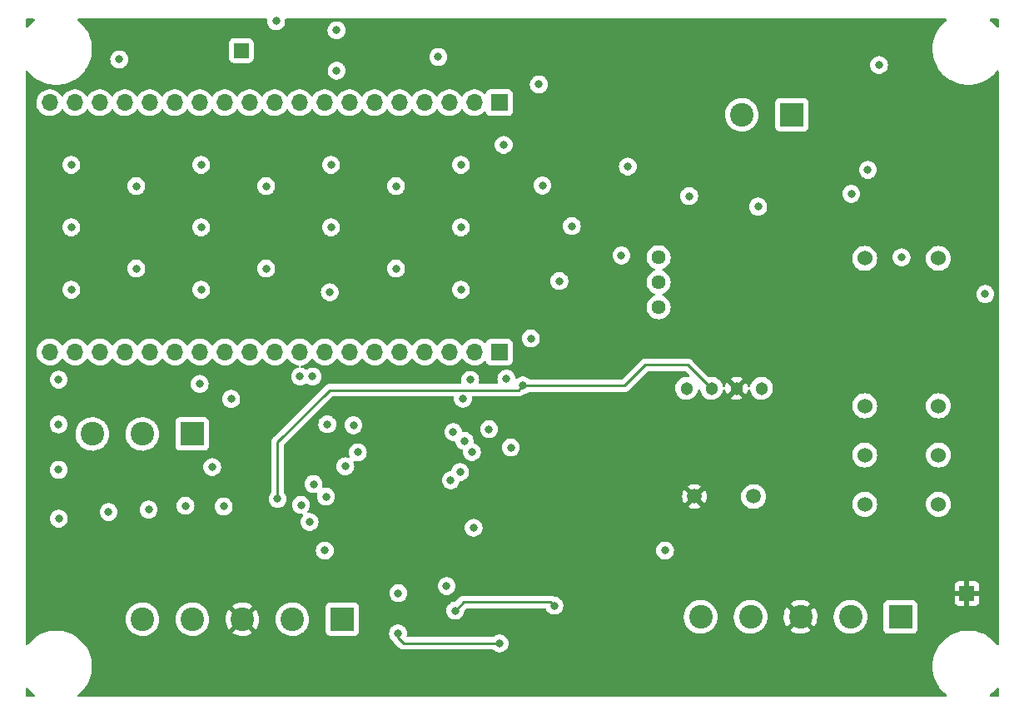
<source format=gbr>
%TF.GenerationSoftware,KiCad,Pcbnew,(6.0.9)*%
%TF.CreationDate,2022-12-07T15:22:28-05:00*%
%TF.ProjectId,Sensors,53656e73-6f72-4732-9e6b-696361645f70,rev?*%
%TF.SameCoordinates,Original*%
%TF.FileFunction,Copper,L2,Inr*%
%TF.FilePolarity,Positive*%
%FSLAX46Y46*%
G04 Gerber Fmt 4.6, Leading zero omitted, Abs format (unit mm)*
G04 Created by KiCad (PCBNEW (6.0.9)) date 2022-12-07 15:22:28*
%MOMM*%
%LPD*%
G01*
G04 APERTURE LIST*
%TA.AperFunction,ComponentPad*%
%ADD10R,1.700000X1.700000*%
%TD*%
%TA.AperFunction,ComponentPad*%
%ADD11O,1.700000X1.700000*%
%TD*%
%TA.AperFunction,ComponentPad*%
%ADD12R,1.500000X1.500000*%
%TD*%
%TA.AperFunction,ComponentPad*%
%ADD13C,1.524000*%
%TD*%
%TA.AperFunction,ComponentPad*%
%ADD14C,1.440000*%
%TD*%
%TA.AperFunction,ComponentPad*%
%ADD15C,1.303000*%
%TD*%
%TA.AperFunction,ComponentPad*%
%ADD16C,1.500000*%
%TD*%
%TA.AperFunction,ComponentPad*%
%ADD17R,2.400000X2.400000*%
%TD*%
%TA.AperFunction,ComponentPad*%
%ADD18C,2.400000*%
%TD*%
%TA.AperFunction,ViaPad*%
%ADD19C,0.800000*%
%TD*%
%TA.AperFunction,Conductor*%
%ADD20C,0.250000*%
%TD*%
G04 APERTURE END LIST*
D10*
%TO.N,GNDD*%
%TO.C,J2*%
X156962000Y-93965000D03*
D11*
%TO.N,/uC_SDO*%
X154422000Y-93965000D03*
%TO.N,unconnected-(J2-Pad3)*%
X151882000Y-93965000D03*
%TO.N,unconnected-(J2-Pad4)*%
X149342000Y-93965000D03*
%TO.N,unconnected-(J2-Pad5)*%
X146802000Y-93965000D03*
%TO.N,unconnected-(J2-Pad6)*%
X144262000Y-93965000D03*
%TO.N,GNDD*%
X141722000Y-93965000D03*
%TO.N,/uC_SDI*%
X139182000Y-93965000D03*
%TO.N,/SCLK*%
X136642000Y-93965000D03*
%TO.N,unconnected-(J2-Pad10)*%
X134102000Y-93965000D03*
%TO.N,unconnected-(J2-Pad11)*%
X131562000Y-93965000D03*
%TO.N,unconnected-(J2-Pad12)*%
X129022000Y-93965000D03*
%TO.N,/CONVST\u002A*%
X126482000Y-93965000D03*
%TO.N,/CS0*%
X123942000Y-93965000D03*
%TO.N,/CS1*%
X121402000Y-93965000D03*
%TO.N,unconnected-(J2-Pad16)*%
X118862000Y-93965000D03*
%TO.N,unconnected-(J2-Pad17)*%
X116322000Y-93965000D03*
%TO.N,unconnected-(J2-Pad18)*%
X113782000Y-93965000D03*
%TO.N,unconnected-(J2-Pad19)*%
X111242000Y-93965000D03*
%TD*%
D12*
%TO.N,GNDA*%
%TO.C,TP2*%
X204520800Y-118516400D03*
%TD*%
D13*
%TO.N,+5V*%
%TO.C,U4*%
X201620000Y-84440000D03*
%TO.N,Net-(D3-Pad2)*%
X194120000Y-84440000D03*
%TO.N,/C_SW_A*%
X201620000Y-99440000D03*
%TO.N,+5V*%
X201620000Y-104440000D03*
%TO.N,unconnected-(U4-Pad5)*%
X201620000Y-109440000D03*
%TO.N,unconnected-(U4-Pad6)*%
X194120000Y-99440000D03*
%TO.N,Net-(U1-Pad5)*%
X194120000Y-104440000D03*
%TO.N,/Unit_OH*%
X194120000Y-109440000D03*
%TD*%
D14*
%TO.N,+15V*%
%TO.C,RV1*%
X173164400Y-84330400D03*
X173164400Y-86870400D03*
%TO.N,Net-(R4-Pad2)*%
X173164400Y-89410400D03*
%TD*%
D15*
%TO.N,-15V*%
%TO.C,U1*%
X183625400Y-97663400D03*
%TO.N,GNDA*%
X181085400Y-97663400D03*
%TO.N,+15V*%
X178545400Y-97663400D03*
%TO.N,/Sens_Vout*%
X176005400Y-97663400D03*
D16*
%TO.N,Net-(U1-Pad5)*%
X182815400Y-108663400D03*
%TO.N,GNDA*%
X176815400Y-108663400D03*
%TD*%
D10*
%TO.N,/uC_3V3*%
%TO.C,J1*%
X156962000Y-68605000D03*
D11*
%TO.N,unconnected-(J1-Pad2)*%
X154422000Y-68605000D03*
%TO.N,unconnected-(J1-Pad3)*%
X151882000Y-68605000D03*
%TO.N,unconnected-(J1-Pad4)*%
X149342000Y-68605000D03*
%TO.N,unconnected-(J1-Pad5)*%
X146802000Y-68605000D03*
%TO.N,unconnected-(J1-Pad6)*%
X144262000Y-68605000D03*
%TO.N,unconnected-(J1-Pad7)*%
X141722000Y-68605000D03*
%TO.N,unconnected-(J1-Pad8)*%
X139182000Y-68605000D03*
%TO.N,unconnected-(J1-Pad9)*%
X136642000Y-68605000D03*
%TO.N,/Debug_LED*%
X134102000Y-68605000D03*
%TO.N,/CurrentIO_1*%
X131562000Y-68605000D03*
%TO.N,unconnected-(J1-Pad12)*%
X129022000Y-68605000D03*
%TO.N,unconnected-(J1-Pad13)*%
X126482000Y-68605000D03*
%TO.N,GNDD*%
X123942000Y-68605000D03*
%TO.N,unconnected-(J1-Pad15)*%
X121402000Y-68605000D03*
%TO.N,unconnected-(J1-Pad16)*%
X118862000Y-68605000D03*
%TO.N,unconnected-(J1-Pad17)*%
X116322000Y-68605000D03*
%TO.N,unconnected-(J1-Pad18)*%
X113782000Y-68605000D03*
%TO.N,+5V*%
X111242000Y-68605000D03*
%TD*%
D17*
%TO.N,+3V3*%
%TO.C,J5*%
X125730000Y-102297100D03*
D18*
%TO.N,GNDD*%
X120650000Y-102297100D03*
%TO.N,+5V*%
X115570000Y-102297100D03*
%TD*%
D17*
%TO.N,-5VA*%
%TO.C,J4*%
X140982600Y-121143900D03*
D18*
%TO.N,+5VA*%
X135902600Y-121143900D03*
%TO.N,GNDA*%
X130822600Y-121143900D03*
%TO.N,+15V*%
X125742600Y-121143900D03*
%TO.N,-15V*%
X120662600Y-121143900D03*
%TD*%
D17*
%TO.N,/Unit_OH*%
%TO.C,J3*%
X197751600Y-120906400D03*
D18*
%TO.N,/Unit_OL*%
X192671600Y-120906400D03*
%TO.N,GNDA*%
X187591600Y-120906400D03*
%TO.N,/PS*%
X182511600Y-120906400D03*
X177431600Y-120906400D03*
%TD*%
D12*
%TO.N,GNDD*%
%TO.C,TP1*%
X130708400Y-63296800D03*
%TD*%
D17*
%TO.N,/C_SW_A*%
%TO.C,J6*%
X186702600Y-69827000D03*
D18*
%TO.N,/C_SW_B*%
X181622600Y-69827000D03*
%TD*%
D19*
%TO.N,GNDA*%
X206375000Y-90347800D03*
%TO.N,GNDD*%
X206375000Y-88061800D03*
X192760600Y-77876400D03*
%TO.N,GNDA*%
X192760600Y-80213200D03*
%TO.N,GNDD*%
X183286400Y-79171800D03*
%TO.N,GNDA*%
X183261000Y-81457800D03*
%TO.N,GNDD*%
X163068000Y-86741000D03*
%TO.N,GNDA*%
X163042600Y-89077800D03*
%TO.N,GNDD*%
X160172400Y-92583000D03*
%TO.N,GNDA*%
X162534600Y-92583000D03*
%TO.N,GNDD*%
X129692400Y-98729800D03*
%TO.N,GNDA*%
X132003800Y-98729800D03*
X131165600Y-109677200D03*
%TO.N,GNDD*%
X128930400Y-109677200D03*
X125044200Y-109601000D03*
%TO.N,GNDA*%
X125018800Y-111937800D03*
X112166400Y-113207800D03*
%TO.N,GNDD*%
X112166400Y-110915450D03*
%TO.N,+3V3*%
X140411200Y-65354200D03*
%TO.N,Net-(D1-Pad1)*%
X140411200Y-61239400D03*
%TO.N,+5V*%
X121297700Y-109994700D03*
X173809800Y-114150000D03*
X139215000Y-114150000D03*
%TO.N,+15V*%
X159362000Y-97355800D03*
X134416800Y-108915200D03*
%TO.N,GNDA*%
X141097000Y-85826600D03*
X167640000Y-104013000D03*
X195351400Y-95910400D03*
X148234400Y-106934000D03*
X178308000Y-81788000D03*
X120650000Y-114427000D03*
X134366000Y-111633000D03*
X164211000Y-106680000D03*
X163957000Y-95885000D03*
X138049000Y-123367800D03*
X146431000Y-116205000D03*
X165227000Y-89662000D03*
X145338800Y-119684800D03*
X205232000Y-114554000D03*
X155524200Y-126314200D03*
X183261000Y-87757000D03*
X154292800Y-120954800D03*
X198120000Y-104495600D03*
X133273800Y-123571000D03*
X168910000Y-89408000D03*
X176149000Y-114935000D03*
X152857200Y-109067600D03*
X145364200Y-126746000D03*
X187731400Y-117906800D03*
X194589400Y-124815600D03*
X164566600Y-121386600D03*
X160782000Y-108331000D03*
X184937400Y-122123200D03*
X145364200Y-123342400D03*
X187579000Y-124968000D03*
X164465000Y-99568000D03*
X161239200Y-121386600D03*
X173101000Y-92964000D03*
X115595400Y-121132600D03*
X179984400Y-118110000D03*
X140716000Y-99644200D03*
X172974000Y-101701600D03*
X176225200Y-105689400D03*
X123037600Y-123367800D03*
X145872200Y-112623600D03*
X200685400Y-95910400D03*
X195224400Y-91109800D03*
X152958800Y-83947000D03*
X170688000Y-118110000D03*
X143383000Y-107721400D03*
X142113000Y-111125000D03*
X127939800Y-123520200D03*
X200660000Y-91821000D03*
X174244000Y-110591600D03*
X150584400Y-120980200D03*
X113030000Y-117729000D03*
X132994400Y-86868000D03*
X133096000Y-105918000D03*
X161417000Y-100457000D03*
X143230600Y-91389200D03*
X201777600Y-119888000D03*
X180060600Y-110312200D03*
X157861000Y-107569000D03*
X123063000Y-118440200D03*
X194233800Y-117881400D03*
X157099000Y-99695000D03*
X148285200Y-110261400D03*
X110058200Y-121081800D03*
X180314600Y-125171200D03*
X189865000Y-115062000D03*
X189992000Y-91186000D03*
X168910000Y-106680000D03*
X198678800Y-110820200D03*
X128270000Y-118541800D03*
%TO.N,/CONVST\u002A*%
X126492000Y-97205800D03*
X153260078Y-98704400D03*
X153416000Y-102997000D03*
%TO.N,/uC_SDI*%
X142125600Y-101409600D03*
%TO.N,/uC_SDO*%
X139463600Y-101318000D03*
X139331600Y-108663600D03*
X155918200Y-101816200D03*
%TO.N,/SCLK*%
X154178000Y-104140000D03*
X154000200Y-96799400D03*
X137972800Y-96455900D03*
X138061600Y-107393600D03*
%TO.N,/CS0*%
X157683200Y-96672400D03*
X158127600Y-103685200D03*
%TO.N,/CS1*%
X136791600Y-109527200D03*
X136702800Y-96455900D03*
%TO.N,/LowCurr_Vout*%
X151599900Y-117767100D03*
X154343000Y-111838600D03*
%TO.N,+5VA*%
X146685000Y-118491000D03*
X152978400Y-106171000D03*
X146659600Y-122580400D03*
X156985200Y-123596400D03*
%TO.N,/+4.096V*%
X152019000Y-107010200D03*
%TO.N,-5VA*%
X152476200Y-120269000D03*
X162560000Y-119761000D03*
%TO.N,GNDD*%
X153060400Y-87630000D03*
X150749000Y-63957200D03*
X113436400Y-81280000D03*
X139852400Y-81280000D03*
X197866000Y-84328000D03*
X170028400Y-75101000D03*
X126644400Y-74930000D03*
X142570200Y-104165400D03*
X194437000Y-75438000D03*
X126644400Y-87630000D03*
X113436400Y-87630000D03*
X127762000Y-105664000D03*
X112141000Y-96774000D03*
X153060400Y-74930000D03*
X176276000Y-78105000D03*
X112141000Y-105943400D03*
X133248400Y-85471000D03*
X153060400Y-81280000D03*
X152273000Y-102108000D03*
X133248400Y-77089000D03*
X169378400Y-84141000D03*
X137668000Y-111252000D03*
X112141000Y-101320600D03*
X195580000Y-64770000D03*
X120040400Y-85471000D03*
X117221000Y-110236000D03*
X164338000Y-81153000D03*
X139852400Y-74930000D03*
X113436400Y-74930000D03*
X160985200Y-66751200D03*
X139725400Y-87884000D03*
X134264400Y-60299600D03*
X126644400Y-81280000D03*
X120040400Y-77089000D03*
X118313200Y-64211200D03*
X141296400Y-105591600D03*
X146456400Y-77089000D03*
X146456400Y-85471000D03*
%TO.N,/CurrentIO_1*%
X161354000Y-77025000D03*
X157403800Y-72898000D03*
%TD*%
D20*
%TO.N,+15V*%
X134404000Y-108902600D02*
X134404000Y-103136800D01*
X158907200Y-97840800D02*
X159362000Y-97386000D01*
X159362000Y-97386000D02*
X169710000Y-97386000D01*
X176157400Y-95275400D02*
X178545400Y-97663400D01*
X139700000Y-97840800D02*
X158907200Y-97840800D01*
X169710000Y-97386000D02*
X171820600Y-95275400D01*
X159362000Y-97355800D02*
X159362000Y-97386000D01*
X134404000Y-103136800D02*
X139700000Y-97840800D01*
X171820600Y-95275400D02*
X176157400Y-95275400D01*
%TO.N,+5VA*%
X146659600Y-123037600D02*
X147218400Y-123596400D01*
X146659600Y-122580400D02*
X146659600Y-123037600D01*
X147218400Y-123596400D02*
X156985200Y-123596400D01*
%TO.N,-5VA*%
X162560000Y-119761000D02*
X162179000Y-119380000D01*
X153365200Y-119380000D02*
X152476200Y-120269000D01*
X162179000Y-119380000D02*
X153365200Y-119380000D01*
%TD*%
%TA.AperFunction,Conductor*%
%TO.N,GNDA*%
G36*
X133305471Y-60068502D02*
G01*
X133351964Y-60122158D01*
X133362660Y-60187670D01*
X133350896Y-60299600D01*
X133351586Y-60306165D01*
X133366280Y-60445966D01*
X133370858Y-60489528D01*
X133429873Y-60671156D01*
X133525360Y-60836544D01*
X133529778Y-60841451D01*
X133529779Y-60841452D01*
X133567058Y-60882854D01*
X133653147Y-60978466D01*
X133807648Y-61090718D01*
X133813676Y-61093402D01*
X133813678Y-61093403D01*
X133976081Y-61165709D01*
X133982112Y-61168394D01*
X134075513Y-61188247D01*
X134162456Y-61206728D01*
X134162461Y-61206728D01*
X134168913Y-61208100D01*
X134359887Y-61208100D01*
X134366339Y-61206728D01*
X134366344Y-61206728D01*
X134453287Y-61188247D01*
X134546688Y-61168394D01*
X134552719Y-61165709D01*
X134715122Y-61093403D01*
X134715124Y-61093402D01*
X134721152Y-61090718D01*
X134875653Y-60978466D01*
X134961742Y-60882854D01*
X134999021Y-60841452D01*
X134999022Y-60841451D01*
X135003440Y-60836544D01*
X135098927Y-60671156D01*
X135157942Y-60489528D01*
X135162521Y-60445966D01*
X135177214Y-60306165D01*
X135177904Y-60299600D01*
X135166140Y-60187670D01*
X135178912Y-60117832D01*
X135227414Y-60065985D01*
X135291450Y-60048500D01*
X202358570Y-60048500D01*
X202426691Y-60068502D01*
X202473184Y-60122158D01*
X202483288Y-60192432D01*
X202453794Y-60257012D01*
X202437864Y-60272420D01*
X202365647Y-60330900D01*
X202226447Y-60443622D01*
X201957222Y-60712847D01*
X201955137Y-60715422D01*
X201719695Y-61006168D01*
X201719688Y-61006177D01*
X201717613Y-61008740D01*
X201510246Y-61328057D01*
X201337392Y-61667302D01*
X201200946Y-62022755D01*
X201102403Y-62390524D01*
X201042842Y-62766579D01*
X201022915Y-63146800D01*
X201042842Y-63527021D01*
X201043355Y-63530261D01*
X201043356Y-63530269D01*
X201052127Y-63585644D01*
X201102403Y-63903076D01*
X201200946Y-64270845D01*
X201337392Y-64626298D01*
X201338890Y-64629238D01*
X201507386Y-64959928D01*
X201510246Y-64965542D01*
X201512042Y-64968308D01*
X201512044Y-64968311D01*
X201628267Y-65147279D01*
X201717613Y-65284860D01*
X201957222Y-65580753D01*
X202226447Y-65849978D01*
X202522340Y-66089587D01*
X202525115Y-66091389D01*
X202786799Y-66261328D01*
X202841658Y-66296954D01*
X202844592Y-66298449D01*
X202844599Y-66298453D01*
X203177962Y-66468310D01*
X203180902Y-66469808D01*
X203397019Y-66552768D01*
X203402819Y-66554994D01*
X203536355Y-66606254D01*
X203904124Y-66704797D01*
X204104008Y-66736455D01*
X204276931Y-66763844D01*
X204276939Y-66763845D01*
X204280179Y-66764358D01*
X204565283Y-66779300D01*
X204755517Y-66779300D01*
X205040621Y-66764358D01*
X205043861Y-66763845D01*
X205043869Y-66763844D01*
X205216792Y-66736455D01*
X205416676Y-66704797D01*
X205784445Y-66606254D01*
X205917982Y-66554994D01*
X205923781Y-66552768D01*
X206139898Y-66469808D01*
X206142838Y-66468310D01*
X206476201Y-66298453D01*
X206476208Y-66298449D01*
X206479142Y-66296954D01*
X206534002Y-66261328D01*
X206795685Y-66091389D01*
X206798460Y-66089587D01*
X207094353Y-65849978D01*
X207363578Y-65580753D01*
X207547580Y-65353529D01*
X207605994Y-65313177D01*
X207676951Y-65310811D01*
X207737923Y-65347184D01*
X207769551Y-65410746D01*
X207771500Y-65432823D01*
X207771500Y-123649577D01*
X207751498Y-123717698D01*
X207697842Y-123764191D01*
X207627568Y-123774295D01*
X207562988Y-123744801D01*
X207547580Y-123728871D01*
X207483369Y-123649577D01*
X207363578Y-123501647D01*
X207094353Y-123232422D01*
X206798460Y-122992813D01*
X206588012Y-122856147D01*
X206481911Y-122787244D01*
X206481908Y-122787242D01*
X206479142Y-122785446D01*
X206476208Y-122783951D01*
X206476201Y-122783947D01*
X206142838Y-122614090D01*
X206139898Y-122612592D01*
X205792229Y-122479134D01*
X205787535Y-122477332D01*
X205787533Y-122477331D01*
X205784445Y-122476146D01*
X205416676Y-122377603D01*
X205208915Y-122344697D01*
X205043869Y-122318556D01*
X205043861Y-122318555D01*
X205040621Y-122318042D01*
X204755517Y-122303100D01*
X204565283Y-122303100D01*
X204280179Y-122318042D01*
X204276939Y-122318555D01*
X204276931Y-122318556D01*
X204111885Y-122344697D01*
X203904124Y-122377603D01*
X203536355Y-122476146D01*
X203533267Y-122477331D01*
X203533265Y-122477332D01*
X203528571Y-122479134D01*
X203180902Y-122612592D01*
X203177962Y-122614090D01*
X202844599Y-122783947D01*
X202844592Y-122783951D01*
X202841658Y-122785446D01*
X202838892Y-122787242D01*
X202838889Y-122787244D01*
X202732788Y-122856147D01*
X202522340Y-122992813D01*
X202226447Y-123232422D01*
X201957222Y-123501647D01*
X201955137Y-123504222D01*
X201719695Y-123794968D01*
X201719688Y-123794977D01*
X201717613Y-123797540D01*
X201510246Y-124116857D01*
X201337392Y-124456102D01*
X201200946Y-124811555D01*
X201102403Y-125179324D01*
X201042842Y-125555379D01*
X201022915Y-125935600D01*
X201042842Y-126315821D01*
X201102403Y-126691876D01*
X201200946Y-127059645D01*
X201337392Y-127415098D01*
X201510246Y-127754342D01*
X201512042Y-127757108D01*
X201512044Y-127757111D01*
X201648361Y-127967022D01*
X201717613Y-128073660D01*
X201957222Y-128369553D01*
X202226447Y-128638778D01*
X202229022Y-128640863D01*
X202434900Y-128807580D01*
X202475252Y-128865994D01*
X202477618Y-128936951D01*
X202441245Y-128997923D01*
X202377682Y-129029551D01*
X202355606Y-129031500D01*
X114204394Y-129031500D01*
X114136273Y-129011498D01*
X114089780Y-128957842D01*
X114079676Y-128887568D01*
X114109170Y-128822988D01*
X114125100Y-128807580D01*
X114330978Y-128640863D01*
X114333553Y-128638778D01*
X114602778Y-128369553D01*
X114740447Y-128199546D01*
X114840305Y-128076232D01*
X114840312Y-128076223D01*
X114842387Y-128073660D01*
X115049754Y-127754343D01*
X115222608Y-127415098D01*
X115359054Y-127059645D01*
X115457597Y-126691876D01*
X115517158Y-126315821D01*
X115537085Y-125935600D01*
X115517158Y-125555379D01*
X115457597Y-125179324D01*
X115359054Y-124811555D01*
X115222608Y-124456102D01*
X115125870Y-124266243D01*
X115051253Y-124119799D01*
X115051249Y-124119792D01*
X115049754Y-124116858D01*
X115047955Y-124114087D01*
X114844189Y-123800315D01*
X114844187Y-123800312D01*
X114842387Y-123797540D01*
X114602778Y-123501647D01*
X114333553Y-123232422D01*
X114037660Y-122992813D01*
X113827212Y-122856147D01*
X113721111Y-122787244D01*
X113721108Y-122787242D01*
X113718342Y-122785446D01*
X113715408Y-122783951D01*
X113715401Y-122783947D01*
X113382038Y-122614090D01*
X113379098Y-122612592D01*
X113031429Y-122479134D01*
X113026735Y-122477332D01*
X113026733Y-122477331D01*
X113023645Y-122476146D01*
X112655876Y-122377603D01*
X112448115Y-122344697D01*
X112283069Y-122318556D01*
X112283061Y-122318555D01*
X112279821Y-122318042D01*
X111994717Y-122303100D01*
X111804483Y-122303100D01*
X111519379Y-122318042D01*
X111516139Y-122318555D01*
X111516131Y-122318556D01*
X111351085Y-122344697D01*
X111143324Y-122377603D01*
X110775555Y-122476146D01*
X110772467Y-122477331D01*
X110772465Y-122477332D01*
X110767771Y-122479134D01*
X110420102Y-122612592D01*
X110417162Y-122614090D01*
X110083799Y-122783947D01*
X110083792Y-122783951D01*
X110080858Y-122785446D01*
X110078092Y-122787242D01*
X110078089Y-122787244D01*
X109971988Y-122856147D01*
X109761540Y-122992813D01*
X109465647Y-123232422D01*
X109196422Y-123501647D01*
X109076631Y-123649577D01*
X109012420Y-123728871D01*
X108954006Y-123769223D01*
X108883049Y-123771589D01*
X108822077Y-123735216D01*
X108790449Y-123671654D01*
X108788500Y-123649577D01*
X108788500Y-121099051D01*
X118949896Y-121099051D01*
X118950120Y-121103717D01*
X118950120Y-121103722D01*
X118952666Y-121156712D01*
X118962080Y-121352698D01*
X118986850Y-121477227D01*
X118989865Y-121492380D01*
X119011621Y-121601757D01*
X119013200Y-121606155D01*
X119013202Y-121606162D01*
X119056804Y-121727602D01*
X119097431Y-121840758D01*
X119099648Y-121844884D01*
X119215266Y-122060060D01*
X119217625Y-122064451D01*
X119220420Y-122068194D01*
X119220422Y-122068197D01*
X119366771Y-122264182D01*
X119366776Y-122264188D01*
X119369563Y-122267920D01*
X119372872Y-122271200D01*
X119372877Y-122271206D01*
X119530549Y-122427507D01*
X119549907Y-122446697D01*
X119553669Y-122449455D01*
X119553672Y-122449458D01*
X119706222Y-122561312D01*
X119754694Y-122596853D01*
X119758829Y-122599029D01*
X119758833Y-122599031D01*
X119796117Y-122618647D01*
X119979427Y-122715091D01*
X120112403Y-122761528D01*
X120213364Y-122796785D01*
X120219168Y-122798812D01*
X120468650Y-122846178D01*
X120589132Y-122850911D01*
X120717725Y-122855964D01*
X120717730Y-122855964D01*
X120722393Y-122856147D01*
X120813421Y-122846178D01*
X120970169Y-122829012D01*
X120970175Y-122829011D01*
X120974822Y-122828502D01*
X121011035Y-122818968D01*
X121215873Y-122765038D01*
X121220393Y-122763848D01*
X121393975Y-122689272D01*
X121449407Y-122665457D01*
X121449410Y-122665455D01*
X121453710Y-122663608D01*
X121457690Y-122661145D01*
X121457694Y-122661143D01*
X121665664Y-122532447D01*
X121665666Y-122532445D01*
X121669647Y-122529982D01*
X121729711Y-122479134D01*
X121859889Y-122368931D01*
X121859891Y-122368929D01*
X121863462Y-122365906D01*
X122030895Y-122174984D01*
X122045286Y-122152612D01*
X122165741Y-121965342D01*
X122168269Y-121961412D01*
X122272567Y-121729880D01*
X122273888Y-121725198D01*
X122307459Y-121606162D01*
X122341496Y-121485475D01*
X122368789Y-121270939D01*
X122373145Y-121236698D01*
X122373145Y-121236692D01*
X122373543Y-121233567D01*
X122373627Y-121230383D01*
X122375047Y-121176128D01*
X122375891Y-121143900D01*
X122372558Y-121099051D01*
X124029896Y-121099051D01*
X124030120Y-121103717D01*
X124030120Y-121103722D01*
X124032666Y-121156712D01*
X124042080Y-121352698D01*
X124066850Y-121477227D01*
X124069865Y-121492380D01*
X124091621Y-121601757D01*
X124093200Y-121606155D01*
X124093202Y-121606162D01*
X124136804Y-121727602D01*
X124177431Y-121840758D01*
X124179648Y-121844884D01*
X124295266Y-122060060D01*
X124297625Y-122064451D01*
X124300420Y-122068194D01*
X124300422Y-122068197D01*
X124446771Y-122264182D01*
X124446776Y-122264188D01*
X124449563Y-122267920D01*
X124452872Y-122271200D01*
X124452877Y-122271206D01*
X124610549Y-122427507D01*
X124629907Y-122446697D01*
X124633669Y-122449455D01*
X124633672Y-122449458D01*
X124786222Y-122561312D01*
X124834694Y-122596853D01*
X124838829Y-122599029D01*
X124838833Y-122599031D01*
X124876117Y-122618647D01*
X125059427Y-122715091D01*
X125192403Y-122761528D01*
X125293364Y-122796785D01*
X125299168Y-122798812D01*
X125548650Y-122846178D01*
X125669132Y-122850911D01*
X125797725Y-122855964D01*
X125797730Y-122855964D01*
X125802393Y-122856147D01*
X125893421Y-122846178D01*
X126050169Y-122829012D01*
X126050175Y-122829011D01*
X126054822Y-122828502D01*
X126091035Y-122818968D01*
X126295873Y-122765038D01*
X126300393Y-122763848D01*
X126473975Y-122689272D01*
X126529407Y-122665457D01*
X126529410Y-122665455D01*
X126533710Y-122663608D01*
X126537690Y-122661145D01*
X126537694Y-122661143D01*
X126745664Y-122532447D01*
X126745666Y-122532445D01*
X126749647Y-122529982D01*
X126764676Y-122517259D01*
X129813986Y-122517259D01*
X129822699Y-122528779D01*
X129911186Y-122593660D01*
X129919105Y-122598608D01*
X130135477Y-122712447D01*
X130144051Y-122716175D01*
X130374882Y-122796785D01*
X130383891Y-122799199D01*
X130624118Y-122844808D01*
X130633375Y-122845862D01*
X130877707Y-122855463D01*
X130887020Y-122855137D01*
X131130078Y-122828518D01*
X131139255Y-122826817D01*
X131375707Y-122764565D01*
X131384526Y-122761528D01*
X131609184Y-122665007D01*
X131617456Y-122660700D01*
X131825377Y-122532035D01*
X131827220Y-122530696D01*
X131834638Y-122519441D01*
X131828574Y-122509084D01*
X130835412Y-121515922D01*
X130821468Y-121508308D01*
X130819635Y-121508439D01*
X130813020Y-121512690D01*
X129820644Y-122505066D01*
X129813986Y-122517259D01*
X126764676Y-122517259D01*
X126809711Y-122479134D01*
X126939889Y-122368931D01*
X126939891Y-122368929D01*
X126943462Y-122365906D01*
X127110895Y-122174984D01*
X127125286Y-122152612D01*
X127245741Y-121965342D01*
X127248269Y-121961412D01*
X127352567Y-121729880D01*
X127353888Y-121725198D01*
X127387459Y-121606162D01*
X127421496Y-121485475D01*
X127448789Y-121270939D01*
X127453145Y-121236698D01*
X127453145Y-121236692D01*
X127453543Y-121233567D01*
X127453627Y-121230383D01*
X127455047Y-121176128D01*
X127455891Y-121143900D01*
X127452906Y-121103735D01*
X129110622Y-121103735D01*
X129122354Y-121347964D01*
X129123491Y-121357224D01*
X129171193Y-121597043D01*
X129173682Y-121606018D01*
X129256308Y-121836150D01*
X129260105Y-121844678D01*
X129375834Y-122060060D01*
X129380845Y-122067927D01*
X129437773Y-122144163D01*
X129449031Y-122152612D01*
X129461450Y-122145840D01*
X130450578Y-121156712D01*
X130456956Y-121145032D01*
X131187008Y-121145032D01*
X131187139Y-121146865D01*
X131191390Y-121153480D01*
X132186332Y-122148422D01*
X132198712Y-122155182D01*
X132207053Y-122148938D01*
X132325300Y-121965102D01*
X132329747Y-121956911D01*
X132430172Y-121733976D01*
X132433367Y-121725198D01*
X132499735Y-121489873D01*
X132501593Y-121480744D01*
X132532644Y-121236670D01*
X132533125Y-121230383D01*
X132535306Y-121147060D01*
X132535155Y-121140751D01*
X132532056Y-121099051D01*
X134189896Y-121099051D01*
X134190120Y-121103717D01*
X134190120Y-121103722D01*
X134192666Y-121156712D01*
X134202080Y-121352698D01*
X134226850Y-121477227D01*
X134229865Y-121492380D01*
X134251621Y-121601757D01*
X134253200Y-121606155D01*
X134253202Y-121606162D01*
X134296804Y-121727602D01*
X134337431Y-121840758D01*
X134339648Y-121844884D01*
X134455266Y-122060060D01*
X134457625Y-122064451D01*
X134460420Y-122068194D01*
X134460422Y-122068197D01*
X134606771Y-122264182D01*
X134606776Y-122264188D01*
X134609563Y-122267920D01*
X134612872Y-122271200D01*
X134612877Y-122271206D01*
X134770549Y-122427507D01*
X134789907Y-122446697D01*
X134793669Y-122449455D01*
X134793672Y-122449458D01*
X134946222Y-122561312D01*
X134994694Y-122596853D01*
X134998829Y-122599029D01*
X134998833Y-122599031D01*
X135036117Y-122618647D01*
X135219427Y-122715091D01*
X135352403Y-122761528D01*
X135453364Y-122796785D01*
X135459168Y-122798812D01*
X135708650Y-122846178D01*
X135829132Y-122850911D01*
X135957725Y-122855964D01*
X135957730Y-122855964D01*
X135962393Y-122856147D01*
X136053421Y-122846178D01*
X136210169Y-122829012D01*
X136210175Y-122829011D01*
X136214822Y-122828502D01*
X136251035Y-122818968D01*
X136455873Y-122765038D01*
X136460393Y-122763848D01*
X136633975Y-122689272D01*
X136689407Y-122665457D01*
X136689410Y-122665455D01*
X136693710Y-122663608D01*
X136697690Y-122661145D01*
X136697694Y-122661143D01*
X136905664Y-122532447D01*
X136905666Y-122532445D01*
X136909647Y-122529982D01*
X136969711Y-122479134D01*
X137072598Y-122392034D01*
X139274100Y-122392034D01*
X139280855Y-122454216D01*
X139331985Y-122590605D01*
X139419339Y-122707161D01*
X139535895Y-122794515D01*
X139672284Y-122845645D01*
X139734466Y-122852400D01*
X142230734Y-122852400D01*
X142292916Y-122845645D01*
X142429305Y-122794515D01*
X142545861Y-122707161D01*
X142633215Y-122590605D01*
X142637041Y-122580400D01*
X145746096Y-122580400D01*
X145746786Y-122586965D01*
X145761424Y-122726234D01*
X145766058Y-122770328D01*
X145825073Y-122951956D01*
X145828376Y-122957678D01*
X145828377Y-122957679D01*
X145847621Y-122991011D01*
X145920560Y-123117344D01*
X146048347Y-123259266D01*
X146049305Y-123259962D01*
X146072294Y-123291953D01*
X146073581Y-123291192D01*
X146083893Y-123308628D01*
X146092588Y-123326376D01*
X146100048Y-123345217D01*
X146104710Y-123351633D01*
X146104710Y-123351634D01*
X146126036Y-123380987D01*
X146132552Y-123390907D01*
X146145639Y-123413035D01*
X146155058Y-123428962D01*
X146169379Y-123443283D01*
X146182219Y-123458316D01*
X146194128Y-123474707D01*
X146200234Y-123479758D01*
X146228205Y-123502898D01*
X146236984Y-123510888D01*
X146714743Y-123988647D01*
X146722287Y-123996937D01*
X146726400Y-124003418D01*
X146732177Y-124008843D01*
X146776067Y-124050058D01*
X146778909Y-124052813D01*
X146798631Y-124072535D01*
X146801755Y-124074958D01*
X146801759Y-124074962D01*
X146801824Y-124075012D01*
X146810845Y-124082717D01*
X146843079Y-124112986D01*
X146850027Y-124116805D01*
X146850029Y-124116807D01*
X146860832Y-124122746D01*
X146877359Y-124133602D01*
X146887098Y-124141157D01*
X146887100Y-124141158D01*
X146893360Y-124146014D01*
X146933940Y-124163574D01*
X146944588Y-124168791D01*
X146983340Y-124190095D01*
X146991016Y-124192066D01*
X146991019Y-124192067D01*
X147002962Y-124195133D01*
X147021667Y-124201537D01*
X147040255Y-124209581D01*
X147048078Y-124210820D01*
X147048088Y-124210823D01*
X147083924Y-124216499D01*
X147095544Y-124218905D01*
X147130689Y-124227928D01*
X147138370Y-124229900D01*
X147158624Y-124229900D01*
X147178334Y-124231451D01*
X147198343Y-124234620D01*
X147206235Y-124233874D01*
X147242361Y-124230459D01*
X147254219Y-124229900D01*
X156277000Y-124229900D01*
X156345121Y-124249902D01*
X156364347Y-124266243D01*
X156364620Y-124265940D01*
X156369532Y-124270363D01*
X156373947Y-124275266D01*
X156528448Y-124387518D01*
X156534476Y-124390202D01*
X156534478Y-124390203D01*
X156682491Y-124456102D01*
X156702912Y-124465194D01*
X156796312Y-124485047D01*
X156883256Y-124503528D01*
X156883261Y-124503528D01*
X156889713Y-124504900D01*
X157080687Y-124504900D01*
X157087139Y-124503528D01*
X157087144Y-124503528D01*
X157174088Y-124485047D01*
X157267488Y-124465194D01*
X157287909Y-124456102D01*
X157435922Y-124390203D01*
X157435924Y-124390202D01*
X157441952Y-124387518D01*
X157596453Y-124275266D01*
X157633051Y-124234620D01*
X157719821Y-124138252D01*
X157719822Y-124138251D01*
X157724240Y-124133344D01*
X157799253Y-124003418D01*
X157816423Y-123973679D01*
X157816424Y-123973678D01*
X157819727Y-123967956D01*
X157878742Y-123786328D01*
X157898704Y-123596400D01*
X157898014Y-123589835D01*
X157879432Y-123413035D01*
X157879432Y-123413033D01*
X157878742Y-123406472D01*
X157819727Y-123224844D01*
X157724240Y-123059456D01*
X157664235Y-122992813D01*
X157600875Y-122922445D01*
X157600874Y-122922444D01*
X157596453Y-122917534D01*
X157493689Y-122842871D01*
X157447294Y-122809163D01*
X157447293Y-122809162D01*
X157441952Y-122805282D01*
X157435924Y-122802598D01*
X157435922Y-122802597D01*
X157273519Y-122730291D01*
X157273518Y-122730291D01*
X157267488Y-122727606D01*
X157171302Y-122707161D01*
X157087144Y-122689272D01*
X157087139Y-122689272D01*
X157080687Y-122687900D01*
X156889713Y-122687900D01*
X156883261Y-122689272D01*
X156883256Y-122689272D01*
X156799098Y-122707161D01*
X156702912Y-122727606D01*
X156696882Y-122730291D01*
X156696881Y-122730291D01*
X156534478Y-122802597D01*
X156534476Y-122802598D01*
X156528448Y-122805282D01*
X156523107Y-122809162D01*
X156523106Y-122809163D01*
X156412887Y-122889242D01*
X156373947Y-122917534D01*
X156369532Y-122922437D01*
X156364620Y-122926860D01*
X156363495Y-122925611D01*
X156310186Y-122958451D01*
X156277000Y-122962900D01*
X147663995Y-122962900D01*
X147595874Y-122942898D01*
X147549381Y-122889242D01*
X147539277Y-122818968D01*
X147544163Y-122797962D01*
X147544546Y-122796785D01*
X147548717Y-122783947D01*
X147551102Y-122776608D01*
X147551103Y-122776603D01*
X147553142Y-122770328D01*
X147557777Y-122726234D01*
X147572414Y-122586965D01*
X147573104Y-122580400D01*
X147567805Y-122529982D01*
X147553832Y-122397035D01*
X147553832Y-122397033D01*
X147553142Y-122390472D01*
X147494127Y-122208844D01*
X147398640Y-122043456D01*
X147386903Y-122030420D01*
X147275275Y-121906445D01*
X147275274Y-121906444D01*
X147270853Y-121901534D01*
X147116352Y-121789282D01*
X147110324Y-121786598D01*
X147110322Y-121786597D01*
X146947919Y-121714291D01*
X146947918Y-121714291D01*
X146941888Y-121711606D01*
X146848488Y-121691753D01*
X146761544Y-121673272D01*
X146761539Y-121673272D01*
X146755087Y-121671900D01*
X146564113Y-121671900D01*
X146557661Y-121673272D01*
X146557656Y-121673272D01*
X146470712Y-121691753D01*
X146377312Y-121711606D01*
X146371282Y-121714291D01*
X146371281Y-121714291D01*
X146208878Y-121786597D01*
X146208876Y-121786598D01*
X146202848Y-121789282D01*
X146048347Y-121901534D01*
X146043926Y-121906444D01*
X146043925Y-121906445D01*
X145932298Y-122030420D01*
X145920560Y-122043456D01*
X145825073Y-122208844D01*
X145766058Y-122390472D01*
X145765368Y-122397033D01*
X145765368Y-122397035D01*
X145751395Y-122529982D01*
X145746096Y-122580400D01*
X142637041Y-122580400D01*
X142684345Y-122454216D01*
X142691100Y-122392034D01*
X142691100Y-120269000D01*
X151562696Y-120269000D01*
X151563386Y-120275565D01*
X151581063Y-120443749D01*
X151582658Y-120458928D01*
X151641673Y-120640556D01*
X151644976Y-120646278D01*
X151644977Y-120646279D01*
X151657592Y-120668128D01*
X151737160Y-120805944D01*
X151741578Y-120810851D01*
X151741579Y-120810852D01*
X151830456Y-120909560D01*
X151864947Y-120947866D01*
X152019448Y-121060118D01*
X152025476Y-121062802D01*
X152025478Y-121062803D01*
X152153465Y-121119786D01*
X152193912Y-121137794D01*
X152282914Y-121156712D01*
X152374256Y-121176128D01*
X152374261Y-121176128D01*
X152380713Y-121177500D01*
X152571687Y-121177500D01*
X152578139Y-121176128D01*
X152578144Y-121176128D01*
X152669486Y-121156712D01*
X152758488Y-121137794D01*
X152798935Y-121119786D01*
X152926922Y-121062803D01*
X152926924Y-121062802D01*
X152932952Y-121060118D01*
X153087453Y-120947866D01*
X153121944Y-120909560D01*
X153165171Y-120861551D01*
X175718896Y-120861551D01*
X175719120Y-120866217D01*
X175719120Y-120866222D01*
X175721666Y-120919212D01*
X175731080Y-121115198D01*
X175737379Y-121146865D01*
X175778322Y-121352698D01*
X175780621Y-121364257D01*
X175782200Y-121368655D01*
X175782202Y-121368662D01*
X175833914Y-121512690D01*
X175866431Y-121603258D01*
X175868648Y-121607384D01*
X175984266Y-121822560D01*
X175986625Y-121826951D01*
X175989420Y-121830694D01*
X175989422Y-121830697D01*
X176135771Y-122026682D01*
X176135776Y-122026688D01*
X176138563Y-122030420D01*
X176141872Y-122033700D01*
X176141877Y-122033706D01*
X176284394Y-122174984D01*
X176318907Y-122209197D01*
X176322669Y-122211955D01*
X176322672Y-122211958D01*
X176467118Y-122317870D01*
X176523694Y-122359353D01*
X176527829Y-122361529D01*
X176527833Y-122361531D01*
X176645047Y-122423200D01*
X176748427Y-122477591D01*
X176881403Y-122524028D01*
X176982364Y-122559285D01*
X176988168Y-122561312D01*
X177237650Y-122608678D01*
X177358132Y-122613411D01*
X177486725Y-122618464D01*
X177486730Y-122618464D01*
X177491393Y-122618647D01*
X177582421Y-122608678D01*
X177739169Y-122591512D01*
X177739175Y-122591511D01*
X177743822Y-122591002D01*
X177759156Y-122586965D01*
X177984873Y-122527538D01*
X177989393Y-122526348D01*
X178138049Y-122462481D01*
X178218407Y-122427957D01*
X178218410Y-122427955D01*
X178222710Y-122426108D01*
X178226690Y-122423645D01*
X178226694Y-122423643D01*
X178434664Y-122294947D01*
X178434666Y-122294945D01*
X178438647Y-122292482D01*
X178468079Y-122267566D01*
X178628889Y-122131431D01*
X178628891Y-122131429D01*
X178632462Y-122128406D01*
X178799895Y-121937484D01*
X178814286Y-121915112D01*
X178930685Y-121734148D01*
X178937269Y-121723912D01*
X179041567Y-121492380D01*
X179042888Y-121487698D01*
X179076459Y-121368662D01*
X179110496Y-121247975D01*
X179124513Y-121137794D01*
X179142145Y-120999198D01*
X179142145Y-120999192D01*
X179142543Y-120996067D01*
X179142627Y-120992883D01*
X179143934Y-120942955D01*
X179144891Y-120906400D01*
X179141558Y-120861551D01*
X180798896Y-120861551D01*
X180799120Y-120866217D01*
X180799120Y-120866222D01*
X180801666Y-120919212D01*
X180811080Y-121115198D01*
X180817379Y-121146865D01*
X180858322Y-121352698D01*
X180860621Y-121364257D01*
X180862200Y-121368655D01*
X180862202Y-121368662D01*
X180913914Y-121512690D01*
X180946431Y-121603258D01*
X180948648Y-121607384D01*
X181064266Y-121822560D01*
X181066625Y-121826951D01*
X181069420Y-121830694D01*
X181069422Y-121830697D01*
X181215771Y-122026682D01*
X181215776Y-122026688D01*
X181218563Y-122030420D01*
X181221872Y-122033700D01*
X181221877Y-122033706D01*
X181364394Y-122174984D01*
X181398907Y-122209197D01*
X181402669Y-122211955D01*
X181402672Y-122211958D01*
X181547118Y-122317870D01*
X181603694Y-122359353D01*
X181607829Y-122361529D01*
X181607833Y-122361531D01*
X181725047Y-122423200D01*
X181828427Y-122477591D01*
X181961403Y-122524028D01*
X182062364Y-122559285D01*
X182068168Y-122561312D01*
X182317650Y-122608678D01*
X182438132Y-122613411D01*
X182566725Y-122618464D01*
X182566730Y-122618464D01*
X182571393Y-122618647D01*
X182662421Y-122608678D01*
X182819169Y-122591512D01*
X182819175Y-122591511D01*
X182823822Y-122591002D01*
X182839156Y-122586965D01*
X183064873Y-122527538D01*
X183069393Y-122526348D01*
X183218049Y-122462481D01*
X183298407Y-122427957D01*
X183298410Y-122427955D01*
X183302710Y-122426108D01*
X183306690Y-122423645D01*
X183306694Y-122423643D01*
X183514664Y-122294947D01*
X183514666Y-122294945D01*
X183518647Y-122292482D01*
X183533676Y-122279759D01*
X186582986Y-122279759D01*
X186591699Y-122291279D01*
X186680186Y-122356160D01*
X186688105Y-122361108D01*
X186904477Y-122474947D01*
X186913051Y-122478675D01*
X187143882Y-122559285D01*
X187152891Y-122561699D01*
X187393118Y-122607308D01*
X187402375Y-122608362D01*
X187646707Y-122617963D01*
X187656020Y-122617637D01*
X187899078Y-122591018D01*
X187908255Y-122589317D01*
X188144707Y-122527065D01*
X188153526Y-122524028D01*
X188378184Y-122427507D01*
X188386456Y-122423200D01*
X188594377Y-122294535D01*
X188596220Y-122293196D01*
X188603638Y-122281941D01*
X188597574Y-122271584D01*
X187604412Y-121278422D01*
X187590468Y-121270808D01*
X187588635Y-121270939D01*
X187582020Y-121275190D01*
X186589644Y-122267566D01*
X186582986Y-122279759D01*
X183533676Y-122279759D01*
X183548079Y-122267566D01*
X183708889Y-122131431D01*
X183708891Y-122131429D01*
X183712462Y-122128406D01*
X183879895Y-121937484D01*
X183894286Y-121915112D01*
X184010685Y-121734148D01*
X184017269Y-121723912D01*
X184121567Y-121492380D01*
X184122888Y-121487698D01*
X184156459Y-121368662D01*
X184190496Y-121247975D01*
X184204513Y-121137794D01*
X184222145Y-120999198D01*
X184222145Y-120999192D01*
X184222543Y-120996067D01*
X184222627Y-120992883D01*
X184223934Y-120942955D01*
X184224891Y-120906400D01*
X184221906Y-120866235D01*
X185879622Y-120866235D01*
X185891354Y-121110464D01*
X185892491Y-121119724D01*
X185940193Y-121359543D01*
X185942682Y-121368518D01*
X186025308Y-121598650D01*
X186029105Y-121607178D01*
X186144834Y-121822560D01*
X186149845Y-121830427D01*
X186206773Y-121906663D01*
X186218031Y-121915112D01*
X186230450Y-121908340D01*
X187219578Y-120919212D01*
X187225956Y-120907532D01*
X187956008Y-120907532D01*
X187956139Y-120909365D01*
X187960390Y-120915980D01*
X188955332Y-121910922D01*
X188967712Y-121917682D01*
X188976053Y-121911438D01*
X189094300Y-121727602D01*
X189098747Y-121719411D01*
X189199172Y-121496476D01*
X189202367Y-121487698D01*
X189268735Y-121252373D01*
X189270593Y-121243244D01*
X189301644Y-120999170D01*
X189302125Y-120992883D01*
X189304306Y-120909560D01*
X189304155Y-120903251D01*
X189301056Y-120861551D01*
X190958896Y-120861551D01*
X190959120Y-120866217D01*
X190959120Y-120866222D01*
X190961666Y-120919212D01*
X190971080Y-121115198D01*
X190977379Y-121146865D01*
X191018322Y-121352698D01*
X191020621Y-121364257D01*
X191022200Y-121368655D01*
X191022202Y-121368662D01*
X191073914Y-121512690D01*
X191106431Y-121603258D01*
X191108648Y-121607384D01*
X191224266Y-121822560D01*
X191226625Y-121826951D01*
X191229420Y-121830694D01*
X191229422Y-121830697D01*
X191375771Y-122026682D01*
X191375776Y-122026688D01*
X191378563Y-122030420D01*
X191381872Y-122033700D01*
X191381877Y-122033706D01*
X191524394Y-122174984D01*
X191558907Y-122209197D01*
X191562669Y-122211955D01*
X191562672Y-122211958D01*
X191707118Y-122317870D01*
X191763694Y-122359353D01*
X191767829Y-122361529D01*
X191767833Y-122361531D01*
X191885047Y-122423200D01*
X191988427Y-122477591D01*
X192121403Y-122524028D01*
X192222364Y-122559285D01*
X192228168Y-122561312D01*
X192477650Y-122608678D01*
X192598132Y-122613411D01*
X192726725Y-122618464D01*
X192726730Y-122618464D01*
X192731393Y-122618647D01*
X192822421Y-122608678D01*
X192979169Y-122591512D01*
X192979175Y-122591511D01*
X192983822Y-122591002D01*
X192999156Y-122586965D01*
X193224873Y-122527538D01*
X193229393Y-122526348D01*
X193378049Y-122462481D01*
X193458407Y-122427957D01*
X193458410Y-122427955D01*
X193462710Y-122426108D01*
X193466690Y-122423645D01*
X193466694Y-122423643D01*
X193674664Y-122294947D01*
X193674666Y-122294945D01*
X193678647Y-122292482D01*
X193708079Y-122267566D01*
X193841598Y-122154534D01*
X196043100Y-122154534D01*
X196049855Y-122216716D01*
X196100985Y-122353105D01*
X196188339Y-122469661D01*
X196304895Y-122557015D01*
X196441284Y-122608145D01*
X196503466Y-122614900D01*
X198999734Y-122614900D01*
X199061916Y-122608145D01*
X199198305Y-122557015D01*
X199314861Y-122469661D01*
X199402215Y-122353105D01*
X199453345Y-122216716D01*
X199460100Y-122154534D01*
X199460100Y-119658266D01*
X199453345Y-119596084D01*
X199402215Y-119459695D01*
X199314861Y-119343139D01*
X199272070Y-119311069D01*
X203262801Y-119311069D01*
X203263171Y-119317890D01*
X203268695Y-119368752D01*
X203272321Y-119384004D01*
X203317476Y-119504454D01*
X203326014Y-119520049D01*
X203402515Y-119622124D01*
X203415076Y-119634685D01*
X203517151Y-119711186D01*
X203532746Y-119719724D01*
X203653194Y-119764878D01*
X203668449Y-119768505D01*
X203719314Y-119774031D01*
X203726128Y-119774400D01*
X204248685Y-119774400D01*
X204263924Y-119769925D01*
X204265129Y-119768535D01*
X204266800Y-119760852D01*
X204266800Y-119756284D01*
X204774800Y-119756284D01*
X204779275Y-119771523D01*
X204780665Y-119772728D01*
X204788348Y-119774399D01*
X205315469Y-119774399D01*
X205322290Y-119774029D01*
X205373152Y-119768505D01*
X205388404Y-119764879D01*
X205508854Y-119719724D01*
X205524449Y-119711186D01*
X205626524Y-119634685D01*
X205639085Y-119622124D01*
X205715586Y-119520049D01*
X205724124Y-119504454D01*
X205769278Y-119384006D01*
X205772905Y-119368751D01*
X205778431Y-119317886D01*
X205778800Y-119311072D01*
X205778800Y-118788515D01*
X205774325Y-118773276D01*
X205772935Y-118772071D01*
X205765252Y-118770400D01*
X204792915Y-118770400D01*
X204777676Y-118774875D01*
X204776471Y-118776265D01*
X204774800Y-118783948D01*
X204774800Y-119756284D01*
X204266800Y-119756284D01*
X204266800Y-118788515D01*
X204262325Y-118773276D01*
X204260935Y-118772071D01*
X204253252Y-118770400D01*
X203280916Y-118770400D01*
X203265677Y-118774875D01*
X203264472Y-118776265D01*
X203262801Y-118783948D01*
X203262801Y-119311069D01*
X199272070Y-119311069D01*
X199198305Y-119255785D01*
X199061916Y-119204655D01*
X198999734Y-119197900D01*
X196503466Y-119197900D01*
X196441284Y-119204655D01*
X196304895Y-119255785D01*
X196188339Y-119343139D01*
X196100985Y-119459695D01*
X196049855Y-119596084D01*
X196043100Y-119658266D01*
X196043100Y-122154534D01*
X193841598Y-122154534D01*
X193868889Y-122131431D01*
X193868891Y-122131429D01*
X193872462Y-122128406D01*
X194039895Y-121937484D01*
X194054286Y-121915112D01*
X194170685Y-121734148D01*
X194177269Y-121723912D01*
X194281567Y-121492380D01*
X194282888Y-121487698D01*
X194316459Y-121368662D01*
X194350496Y-121247975D01*
X194364513Y-121137794D01*
X194382145Y-120999198D01*
X194382145Y-120999192D01*
X194382543Y-120996067D01*
X194382627Y-120992883D01*
X194383934Y-120942955D01*
X194384891Y-120906400D01*
X194375460Y-120779492D01*
X194366418Y-120657811D01*
X194366417Y-120657807D01*
X194366072Y-120653159D01*
X194364801Y-120647539D01*
X194311059Y-120410039D01*
X194310028Y-120405482D01*
X194291738Y-120358450D01*
X194219684Y-120173162D01*
X194219683Y-120173160D01*
X194217991Y-120168809D01*
X194215673Y-120164753D01*
X194094302Y-119952397D01*
X194094300Y-119952395D01*
X194091983Y-119948340D01*
X193934771Y-119748917D01*
X193813338Y-119634685D01*
X193753210Y-119578122D01*
X193753208Y-119578120D01*
X193749809Y-119574923D01*
X193698182Y-119539108D01*
X193544993Y-119432837D01*
X193544990Y-119432835D01*
X193541161Y-119430179D01*
X193536984Y-119428119D01*
X193536977Y-119428115D01*
X193317596Y-119319928D01*
X193317592Y-119319927D01*
X193313410Y-119317864D01*
X193071560Y-119240447D01*
X193066955Y-119239697D01*
X192825535Y-119200380D01*
X192825534Y-119200380D01*
X192820923Y-119199629D01*
X192693965Y-119197967D01*
X192571683Y-119196366D01*
X192571680Y-119196366D01*
X192567006Y-119196305D01*
X192315387Y-119230549D01*
X192310901Y-119231857D01*
X192310899Y-119231857D01*
X192284001Y-119239697D01*
X192071593Y-119301608D01*
X192067340Y-119303568D01*
X192067339Y-119303569D01*
X192051070Y-119311069D01*
X191840980Y-119407922D01*
X191837071Y-119410485D01*
X191632528Y-119544589D01*
X191632523Y-119544593D01*
X191628615Y-119547155D01*
X191580461Y-119590134D01*
X191444834Y-119711186D01*
X191439162Y-119716248D01*
X191276783Y-119911487D01*
X191145047Y-120128582D01*
X191143238Y-120132896D01*
X191143237Y-120132898D01*
X191071970Y-120302852D01*
X191046846Y-120362765D01*
X191045695Y-120367297D01*
X191045694Y-120367300D01*
X191028512Y-120434955D01*
X190984338Y-120608890D01*
X190958896Y-120861551D01*
X189301056Y-120861551D01*
X189285921Y-120657886D01*
X189284544Y-120648680D01*
X189230579Y-120410186D01*
X189227855Y-120401275D01*
X189139233Y-120173383D01*
X189135219Y-120164967D01*
X189013884Y-119952676D01*
X189008674Y-119944953D01*
X188977387Y-119905265D01*
X188965463Y-119896795D01*
X188953928Y-119903282D01*
X187963622Y-120893588D01*
X187956008Y-120907532D01*
X187225956Y-120907532D01*
X187227192Y-120905268D01*
X187227061Y-120903435D01*
X187222810Y-120896820D01*
X186228428Y-119902438D01*
X186215120Y-119895171D01*
X186205081Y-119902293D01*
X186200181Y-119908184D01*
X186194768Y-119915773D01*
X186067922Y-120124809D01*
X186063684Y-120133126D01*
X185969129Y-120358614D01*
X185966172Y-120367452D01*
X185905984Y-120604442D01*
X185904363Y-120613632D01*
X185879867Y-120856910D01*
X185879622Y-120866235D01*
X184221906Y-120866235D01*
X184215460Y-120779492D01*
X184206418Y-120657811D01*
X184206417Y-120657807D01*
X184206072Y-120653159D01*
X184204801Y-120647539D01*
X184151059Y-120410039D01*
X184150028Y-120405482D01*
X184131738Y-120358450D01*
X184059684Y-120173162D01*
X184059683Y-120173160D01*
X184057991Y-120168809D01*
X184055673Y-120164753D01*
X183934302Y-119952397D01*
X183934300Y-119952395D01*
X183931983Y-119948340D01*
X183774771Y-119748917D01*
X183653338Y-119634685D01*
X183593210Y-119578122D01*
X183593208Y-119578120D01*
X183589809Y-119574923D01*
X183538182Y-119539108D01*
X183526951Y-119531317D01*
X186580930Y-119531317D01*
X186585503Y-119541093D01*
X187578788Y-120534378D01*
X187592732Y-120541992D01*
X187594565Y-120541861D01*
X187601180Y-120537610D01*
X188594088Y-119544702D01*
X188600472Y-119533012D01*
X188591060Y-119520902D01*
X188464744Y-119433273D01*
X188456716Y-119428545D01*
X188237410Y-119320395D01*
X188228777Y-119316907D01*
X187995888Y-119242358D01*
X187986838Y-119240185D01*
X187745491Y-119200880D01*
X187736202Y-119200068D01*
X187491714Y-119196867D01*
X187482403Y-119197437D01*
X187240122Y-119230410D01*
X187231003Y-119232348D01*
X186996268Y-119300767D01*
X186987515Y-119304039D01*
X186765469Y-119406404D01*
X186757314Y-119410924D01*
X186590068Y-119520575D01*
X186580930Y-119531317D01*
X183526951Y-119531317D01*
X183384993Y-119432837D01*
X183384990Y-119432835D01*
X183381161Y-119430179D01*
X183376984Y-119428119D01*
X183376977Y-119428115D01*
X183157596Y-119319928D01*
X183157592Y-119319927D01*
X183153410Y-119317864D01*
X182911560Y-119240447D01*
X182906955Y-119239697D01*
X182665535Y-119200380D01*
X182665534Y-119200380D01*
X182660923Y-119199629D01*
X182533965Y-119197967D01*
X182411683Y-119196366D01*
X182411680Y-119196366D01*
X182407006Y-119196305D01*
X182155387Y-119230549D01*
X182150901Y-119231857D01*
X182150899Y-119231857D01*
X182124001Y-119239697D01*
X181911593Y-119301608D01*
X181907340Y-119303568D01*
X181907339Y-119303569D01*
X181891070Y-119311069D01*
X181680980Y-119407922D01*
X181677071Y-119410485D01*
X181472528Y-119544589D01*
X181472523Y-119544593D01*
X181468615Y-119547155D01*
X181420461Y-119590134D01*
X181284834Y-119711186D01*
X181279162Y-119716248D01*
X181116783Y-119911487D01*
X180985047Y-120128582D01*
X180983238Y-120132896D01*
X180983237Y-120132898D01*
X180911970Y-120302852D01*
X180886846Y-120362765D01*
X180885695Y-120367297D01*
X180885694Y-120367300D01*
X180868512Y-120434955D01*
X180824338Y-120608890D01*
X180798896Y-120861551D01*
X179141558Y-120861551D01*
X179135460Y-120779492D01*
X179126418Y-120657811D01*
X179126417Y-120657807D01*
X179126072Y-120653159D01*
X179124801Y-120647539D01*
X179071059Y-120410039D01*
X179070028Y-120405482D01*
X179051738Y-120358450D01*
X178979684Y-120173162D01*
X178979683Y-120173160D01*
X178977991Y-120168809D01*
X178975673Y-120164753D01*
X178854302Y-119952397D01*
X178854300Y-119952395D01*
X178851983Y-119948340D01*
X178694771Y-119748917D01*
X178573338Y-119634685D01*
X178513210Y-119578122D01*
X178513208Y-119578120D01*
X178509809Y-119574923D01*
X178458182Y-119539108D01*
X178304993Y-119432837D01*
X178304990Y-119432835D01*
X178301161Y-119430179D01*
X178296984Y-119428119D01*
X178296977Y-119428115D01*
X178077596Y-119319928D01*
X178077592Y-119319927D01*
X178073410Y-119317864D01*
X177831560Y-119240447D01*
X177826955Y-119239697D01*
X177585535Y-119200380D01*
X177585534Y-119200380D01*
X177580923Y-119199629D01*
X177453965Y-119197967D01*
X177331683Y-119196366D01*
X177331680Y-119196366D01*
X177327006Y-119196305D01*
X177075387Y-119230549D01*
X177070901Y-119231857D01*
X177070899Y-119231857D01*
X177044001Y-119239697D01*
X176831593Y-119301608D01*
X176827340Y-119303568D01*
X176827339Y-119303569D01*
X176811070Y-119311069D01*
X176600980Y-119407922D01*
X176597071Y-119410485D01*
X176392528Y-119544589D01*
X176392523Y-119544593D01*
X176388615Y-119547155D01*
X176340461Y-119590134D01*
X176204834Y-119711186D01*
X176199162Y-119716248D01*
X176036783Y-119911487D01*
X175905047Y-120128582D01*
X175903238Y-120132896D01*
X175903237Y-120132898D01*
X175831970Y-120302852D01*
X175806846Y-120362765D01*
X175805695Y-120367297D01*
X175805694Y-120367300D01*
X175788512Y-120434955D01*
X175744338Y-120608890D01*
X175718896Y-120861551D01*
X153165171Y-120861551D01*
X153210821Y-120810852D01*
X153210822Y-120810851D01*
X153215240Y-120805944D01*
X153294808Y-120668128D01*
X153307423Y-120646279D01*
X153307424Y-120646278D01*
X153310727Y-120640556D01*
X153369742Y-120458928D01*
X153371338Y-120443749D01*
X153387107Y-120293708D01*
X153414120Y-120228051D01*
X153423322Y-120217782D01*
X153590701Y-120050404D01*
X153653013Y-120016379D01*
X153679796Y-120013500D01*
X161595245Y-120013500D01*
X161663366Y-120033502D01*
X161709859Y-120087158D01*
X161715076Y-120100559D01*
X161725473Y-120132556D01*
X161728776Y-120138278D01*
X161728777Y-120138279D01*
X161754119Y-120182172D01*
X161820960Y-120297944D01*
X161825378Y-120302851D01*
X161825379Y-120302852D01*
X161944325Y-120434955D01*
X161948747Y-120439866D01*
X162047843Y-120511864D01*
X162089131Y-120541861D01*
X162103248Y-120552118D01*
X162109276Y-120554802D01*
X162109278Y-120554803D01*
X162241411Y-120613632D01*
X162277712Y-120629794D01*
X162361195Y-120647539D01*
X162458056Y-120668128D01*
X162458061Y-120668128D01*
X162464513Y-120669500D01*
X162655487Y-120669500D01*
X162661939Y-120668128D01*
X162661944Y-120668128D01*
X162758805Y-120647539D01*
X162842288Y-120629794D01*
X162878589Y-120613632D01*
X163010722Y-120554803D01*
X163010724Y-120554802D01*
X163016752Y-120552118D01*
X163030870Y-120541861D01*
X163072157Y-120511864D01*
X163171253Y-120439866D01*
X163175675Y-120434955D01*
X163294621Y-120302852D01*
X163294622Y-120302851D01*
X163299040Y-120297944D01*
X163365881Y-120182172D01*
X163391223Y-120138279D01*
X163391224Y-120138278D01*
X163394527Y-120132556D01*
X163453542Y-119950928D01*
X163457688Y-119911487D01*
X163472814Y-119767565D01*
X163473504Y-119761000D01*
X163463479Y-119665615D01*
X163454232Y-119577635D01*
X163454232Y-119577633D01*
X163453542Y-119571072D01*
X163394527Y-119389444D01*
X163382581Y-119368752D01*
X163315539Y-119252633D01*
X163299040Y-119224056D01*
X163253744Y-119173749D01*
X163175675Y-119087045D01*
X163175674Y-119087044D01*
X163171253Y-119082134D01*
X163016752Y-118969882D01*
X163010724Y-118967198D01*
X163010722Y-118967197D01*
X162848319Y-118894891D01*
X162848318Y-118894891D01*
X162842288Y-118892206D01*
X162729721Y-118868279D01*
X162661944Y-118853872D01*
X162661939Y-118853872D01*
X162655487Y-118852500D01*
X162573952Y-118852500D01*
X162509994Y-118835004D01*
X162504041Y-118830386D01*
X162463851Y-118812994D01*
X162463463Y-118812826D01*
X162452813Y-118807609D01*
X162414060Y-118786305D01*
X162404881Y-118783948D01*
X162394438Y-118781267D01*
X162375734Y-118774863D01*
X162364420Y-118769967D01*
X162364419Y-118769967D01*
X162357145Y-118766819D01*
X162349322Y-118765580D01*
X162349312Y-118765577D01*
X162313476Y-118759901D01*
X162301856Y-118757495D01*
X162266711Y-118748472D01*
X162266710Y-118748472D01*
X162259030Y-118746500D01*
X162238776Y-118746500D01*
X162219065Y-118744949D01*
X162206886Y-118743020D01*
X162199057Y-118741780D01*
X162169786Y-118744547D01*
X162155039Y-118745941D01*
X162143181Y-118746500D01*
X153443967Y-118746500D01*
X153432784Y-118745973D01*
X153425291Y-118744298D01*
X153417365Y-118744547D01*
X153417364Y-118744547D01*
X153357201Y-118746438D01*
X153353243Y-118746500D01*
X153325344Y-118746500D01*
X153321354Y-118747004D01*
X153309520Y-118747936D01*
X153265311Y-118749326D01*
X153257697Y-118751538D01*
X153257692Y-118751539D01*
X153245859Y-118754977D01*
X153226496Y-118758988D01*
X153206403Y-118761526D01*
X153199036Y-118764443D01*
X153199031Y-118764444D01*
X153165292Y-118777802D01*
X153154065Y-118781646D01*
X153111607Y-118793982D01*
X153104781Y-118798019D01*
X153094172Y-118804293D01*
X153076424Y-118812988D01*
X153057583Y-118820448D01*
X153051167Y-118825110D01*
X153051166Y-118825110D01*
X153021813Y-118846436D01*
X153011893Y-118852952D01*
X152980665Y-118871420D01*
X152980662Y-118871422D01*
X152973838Y-118875458D01*
X152959517Y-118889779D01*
X152944484Y-118902619D01*
X152928093Y-118914528D01*
X152923042Y-118920633D01*
X152923037Y-118920638D01*
X152899906Y-118948598D01*
X152891919Y-118957376D01*
X152525701Y-119323595D01*
X152463388Y-119357620D01*
X152436605Y-119360500D01*
X152380713Y-119360500D01*
X152374261Y-119361872D01*
X152374256Y-119361872D01*
X152287312Y-119380353D01*
X152193912Y-119400206D01*
X152187882Y-119402891D01*
X152187881Y-119402891D01*
X152025478Y-119475197D01*
X152025476Y-119475198D01*
X152019448Y-119477882D01*
X152014107Y-119481762D01*
X152014106Y-119481763D01*
X151982875Y-119504454D01*
X151864947Y-119590134D01*
X151860526Y-119595044D01*
X151860525Y-119595045D01*
X151751394Y-119716248D01*
X151737160Y-119732056D01*
X151641673Y-119897444D01*
X151582658Y-120079072D01*
X151581968Y-120085633D01*
X151581968Y-120085635D01*
X151574859Y-120153273D01*
X151562696Y-120269000D01*
X142691100Y-120269000D01*
X142691100Y-119895766D01*
X142684345Y-119833584D01*
X142633215Y-119697195D01*
X142545861Y-119580639D01*
X142429305Y-119493285D01*
X142292916Y-119442155D01*
X142230734Y-119435400D01*
X139734466Y-119435400D01*
X139672284Y-119442155D01*
X139535895Y-119493285D01*
X139419339Y-119580639D01*
X139331985Y-119697195D01*
X139280855Y-119833584D01*
X139274100Y-119895766D01*
X139274100Y-122392034D01*
X137072598Y-122392034D01*
X137099889Y-122368931D01*
X137099891Y-122368929D01*
X137103462Y-122365906D01*
X137270895Y-122174984D01*
X137285286Y-122152612D01*
X137405741Y-121965342D01*
X137408269Y-121961412D01*
X137512567Y-121729880D01*
X137513888Y-121725198D01*
X137547459Y-121606162D01*
X137581496Y-121485475D01*
X137608789Y-121270939D01*
X137613145Y-121236698D01*
X137613145Y-121236692D01*
X137613543Y-121233567D01*
X137613627Y-121230383D01*
X137615047Y-121176128D01*
X137615891Y-121143900D01*
X137612212Y-121094397D01*
X137597418Y-120895311D01*
X137597417Y-120895307D01*
X137597072Y-120890659D01*
X137591546Y-120866235D01*
X137542059Y-120647539D01*
X137541028Y-120642982D01*
X137539335Y-120638628D01*
X137450684Y-120410662D01*
X137450683Y-120410660D01*
X137448991Y-120406309D01*
X137428466Y-120370398D01*
X137325302Y-120189897D01*
X137325300Y-120189895D01*
X137322983Y-120185840D01*
X137165771Y-119986417D01*
X136980809Y-119812423D01*
X136921852Y-119771523D01*
X136775993Y-119670337D01*
X136775990Y-119670335D01*
X136772161Y-119667679D01*
X136767984Y-119665619D01*
X136767977Y-119665615D01*
X136548596Y-119557428D01*
X136548592Y-119557427D01*
X136544410Y-119555364D01*
X136302560Y-119477947D01*
X136285674Y-119475197D01*
X136056535Y-119437880D01*
X136056534Y-119437880D01*
X136051923Y-119437129D01*
X135924965Y-119435467D01*
X135802683Y-119433866D01*
X135802680Y-119433866D01*
X135798006Y-119433805D01*
X135546387Y-119468049D01*
X135541901Y-119469357D01*
X135541899Y-119469357D01*
X135521863Y-119475197D01*
X135302593Y-119539108D01*
X135298340Y-119541068D01*
X135298339Y-119541069D01*
X135285138Y-119547155D01*
X135071980Y-119645422D01*
X135068071Y-119647985D01*
X134863528Y-119782089D01*
X134863523Y-119782093D01*
X134859615Y-119784655D01*
X134804795Y-119833584D01*
X134680675Y-119944365D01*
X134670162Y-119953748D01*
X134507783Y-120148987D01*
X134376047Y-120366082D01*
X134374238Y-120370396D01*
X134374237Y-120370398D01*
X134296910Y-120554803D01*
X134277846Y-120600265D01*
X134276695Y-120604797D01*
X134276694Y-120604800D01*
X134263231Y-120657811D01*
X134215338Y-120846390D01*
X134189896Y-121099051D01*
X132532056Y-121099051D01*
X132516921Y-120895386D01*
X132515544Y-120886180D01*
X132461579Y-120647686D01*
X132458855Y-120638775D01*
X132370233Y-120410883D01*
X132366219Y-120402467D01*
X132244884Y-120190176D01*
X132239674Y-120182453D01*
X132208387Y-120142765D01*
X132196463Y-120134295D01*
X132184928Y-120140782D01*
X131194622Y-121131088D01*
X131187008Y-121145032D01*
X130456956Y-121145032D01*
X130458192Y-121142768D01*
X130458061Y-121140935D01*
X130453810Y-121134320D01*
X129459428Y-120139938D01*
X129446120Y-120132671D01*
X129436081Y-120139793D01*
X129431181Y-120145684D01*
X129425768Y-120153273D01*
X129298922Y-120362309D01*
X129294684Y-120370626D01*
X129200129Y-120596114D01*
X129197172Y-120604952D01*
X129136984Y-120841942D01*
X129135363Y-120851132D01*
X129110867Y-121094410D01*
X129110622Y-121103735D01*
X127452906Y-121103735D01*
X127452212Y-121094397D01*
X127437418Y-120895311D01*
X127437417Y-120895307D01*
X127437072Y-120890659D01*
X127431546Y-120866235D01*
X127382059Y-120647539D01*
X127381028Y-120642982D01*
X127379335Y-120638628D01*
X127290684Y-120410662D01*
X127290683Y-120410660D01*
X127288991Y-120406309D01*
X127268466Y-120370398D01*
X127165302Y-120189897D01*
X127165300Y-120189895D01*
X127162983Y-120185840D01*
X127005771Y-119986417D01*
X126820809Y-119812423D01*
X126761852Y-119771523D01*
X126757951Y-119768817D01*
X129811930Y-119768817D01*
X129816503Y-119778593D01*
X130809788Y-120771878D01*
X130823732Y-120779492D01*
X130825565Y-120779361D01*
X130832180Y-120775110D01*
X131825088Y-119782202D01*
X131831472Y-119770512D01*
X131822060Y-119758402D01*
X131695744Y-119670773D01*
X131687716Y-119666045D01*
X131468410Y-119557895D01*
X131459777Y-119554407D01*
X131226888Y-119479858D01*
X131217838Y-119477685D01*
X130976491Y-119438380D01*
X130967202Y-119437568D01*
X130722714Y-119434367D01*
X130713403Y-119434937D01*
X130471122Y-119467910D01*
X130462003Y-119469848D01*
X130227268Y-119538267D01*
X130218515Y-119541539D01*
X129996469Y-119643904D01*
X129988314Y-119648424D01*
X129821068Y-119758075D01*
X129811930Y-119768817D01*
X126757951Y-119768817D01*
X126615993Y-119670337D01*
X126615990Y-119670335D01*
X126612161Y-119667679D01*
X126607984Y-119665619D01*
X126607977Y-119665615D01*
X126388596Y-119557428D01*
X126388592Y-119557427D01*
X126384410Y-119555364D01*
X126142560Y-119477947D01*
X126125674Y-119475197D01*
X125896535Y-119437880D01*
X125896534Y-119437880D01*
X125891923Y-119437129D01*
X125764965Y-119435467D01*
X125642683Y-119433866D01*
X125642680Y-119433866D01*
X125638006Y-119433805D01*
X125386387Y-119468049D01*
X125381901Y-119469357D01*
X125381899Y-119469357D01*
X125361863Y-119475197D01*
X125142593Y-119539108D01*
X125138340Y-119541068D01*
X125138339Y-119541069D01*
X125125138Y-119547155D01*
X124911980Y-119645422D01*
X124908071Y-119647985D01*
X124703528Y-119782089D01*
X124703523Y-119782093D01*
X124699615Y-119784655D01*
X124644795Y-119833584D01*
X124520675Y-119944365D01*
X124510162Y-119953748D01*
X124347783Y-120148987D01*
X124216047Y-120366082D01*
X124214238Y-120370396D01*
X124214237Y-120370398D01*
X124136910Y-120554803D01*
X124117846Y-120600265D01*
X124116695Y-120604797D01*
X124116694Y-120604800D01*
X124103231Y-120657811D01*
X124055338Y-120846390D01*
X124029896Y-121099051D01*
X122372558Y-121099051D01*
X122372212Y-121094397D01*
X122357418Y-120895311D01*
X122357417Y-120895307D01*
X122357072Y-120890659D01*
X122351546Y-120866235D01*
X122302059Y-120647539D01*
X122301028Y-120642982D01*
X122299335Y-120638628D01*
X122210684Y-120410662D01*
X122210683Y-120410660D01*
X122208991Y-120406309D01*
X122188466Y-120370398D01*
X122085302Y-120189897D01*
X122085300Y-120189895D01*
X122082983Y-120185840D01*
X121925771Y-119986417D01*
X121740809Y-119812423D01*
X121681852Y-119771523D01*
X121535993Y-119670337D01*
X121535990Y-119670335D01*
X121532161Y-119667679D01*
X121527984Y-119665619D01*
X121527977Y-119665615D01*
X121308596Y-119557428D01*
X121308592Y-119557427D01*
X121304410Y-119555364D01*
X121062560Y-119477947D01*
X121045674Y-119475197D01*
X120816535Y-119437880D01*
X120816534Y-119437880D01*
X120811923Y-119437129D01*
X120684965Y-119435467D01*
X120562683Y-119433866D01*
X120562680Y-119433866D01*
X120558006Y-119433805D01*
X120306387Y-119468049D01*
X120301901Y-119469357D01*
X120301899Y-119469357D01*
X120281863Y-119475197D01*
X120062593Y-119539108D01*
X120058340Y-119541068D01*
X120058339Y-119541069D01*
X120045138Y-119547155D01*
X119831980Y-119645422D01*
X119828071Y-119647985D01*
X119623528Y-119782089D01*
X119623523Y-119782093D01*
X119619615Y-119784655D01*
X119564795Y-119833584D01*
X119440675Y-119944365D01*
X119430162Y-119953748D01*
X119267783Y-120148987D01*
X119136047Y-120366082D01*
X119134238Y-120370396D01*
X119134237Y-120370398D01*
X119056910Y-120554803D01*
X119037846Y-120600265D01*
X119036695Y-120604797D01*
X119036694Y-120604800D01*
X119023231Y-120657811D01*
X118975338Y-120846390D01*
X118949896Y-121099051D01*
X108788500Y-121099051D01*
X108788500Y-118491000D01*
X145771496Y-118491000D01*
X145772186Y-118497565D01*
X145786443Y-118633209D01*
X145791458Y-118680928D01*
X145850473Y-118862556D01*
X145853776Y-118868278D01*
X145853777Y-118868279D01*
X145866190Y-118889779D01*
X145945960Y-119027944D01*
X145950378Y-119032851D01*
X145950379Y-119032852D01*
X145994753Y-119082134D01*
X146073747Y-119169866D01*
X146115746Y-119200380D01*
X146187666Y-119252633D01*
X146228248Y-119282118D01*
X146234276Y-119284802D01*
X146234278Y-119284803D01*
X146396681Y-119357109D01*
X146402712Y-119359794D01*
X146496112Y-119379647D01*
X146583056Y-119398128D01*
X146583061Y-119398128D01*
X146589513Y-119399500D01*
X146780487Y-119399500D01*
X146786939Y-119398128D01*
X146786944Y-119398128D01*
X146873888Y-119379647D01*
X146967288Y-119359794D01*
X146973319Y-119357109D01*
X147135722Y-119284803D01*
X147135724Y-119284802D01*
X147141752Y-119282118D01*
X147182335Y-119252633D01*
X147254254Y-119200380D01*
X147296253Y-119169866D01*
X147375247Y-119082134D01*
X147419621Y-119032852D01*
X147419622Y-119032851D01*
X147424040Y-119027944D01*
X147503810Y-118889779D01*
X147516223Y-118868279D01*
X147516224Y-118868278D01*
X147519527Y-118862556D01*
X147578542Y-118680928D01*
X147583558Y-118633209D01*
X147597814Y-118497565D01*
X147598504Y-118491000D01*
X147578542Y-118301072D01*
X147519527Y-118119444D01*
X147424040Y-117954056D01*
X147296253Y-117812134D01*
X147234269Y-117767100D01*
X150686396Y-117767100D01*
X150706358Y-117957028D01*
X150765373Y-118138656D01*
X150860860Y-118304044D01*
X150988647Y-118445966D01*
X151143148Y-118558218D01*
X151149176Y-118560902D01*
X151149178Y-118560903D01*
X151311581Y-118633209D01*
X151317612Y-118635894D01*
X151411012Y-118655747D01*
X151497956Y-118674228D01*
X151497961Y-118674228D01*
X151504413Y-118675600D01*
X151695387Y-118675600D01*
X151701839Y-118674228D01*
X151701844Y-118674228D01*
X151788788Y-118655747D01*
X151882188Y-118635894D01*
X151888219Y-118633209D01*
X152050622Y-118560903D01*
X152050624Y-118560902D01*
X152056652Y-118558218D01*
X152211153Y-118445966D01*
X152338940Y-118304044D01*
X152373442Y-118244285D01*
X203262800Y-118244285D01*
X203267275Y-118259524D01*
X203268665Y-118260729D01*
X203276348Y-118262400D01*
X204248685Y-118262400D01*
X204263924Y-118257925D01*
X204265129Y-118256535D01*
X204266800Y-118248852D01*
X204266800Y-118244285D01*
X204774800Y-118244285D01*
X204779275Y-118259524D01*
X204780665Y-118260729D01*
X204788348Y-118262400D01*
X205760684Y-118262400D01*
X205775923Y-118257925D01*
X205777128Y-118256535D01*
X205778799Y-118248852D01*
X205778799Y-117721731D01*
X205778429Y-117714910D01*
X205772905Y-117664048D01*
X205769279Y-117648796D01*
X205724124Y-117528346D01*
X205715586Y-117512751D01*
X205639085Y-117410676D01*
X205626524Y-117398115D01*
X205524449Y-117321614D01*
X205508854Y-117313076D01*
X205388406Y-117267922D01*
X205373151Y-117264295D01*
X205322286Y-117258769D01*
X205315472Y-117258400D01*
X204792915Y-117258400D01*
X204777676Y-117262875D01*
X204776471Y-117264265D01*
X204774800Y-117271948D01*
X204774800Y-118244285D01*
X204266800Y-118244285D01*
X204266800Y-117276516D01*
X204262325Y-117261277D01*
X204260935Y-117260072D01*
X204253252Y-117258401D01*
X203726131Y-117258401D01*
X203719310Y-117258771D01*
X203668448Y-117264295D01*
X203653196Y-117267921D01*
X203532746Y-117313076D01*
X203517151Y-117321614D01*
X203415076Y-117398115D01*
X203402515Y-117410676D01*
X203326014Y-117512751D01*
X203317476Y-117528346D01*
X203272322Y-117648794D01*
X203268695Y-117664049D01*
X203263169Y-117714914D01*
X203262800Y-117721728D01*
X203262800Y-118244285D01*
X152373442Y-118244285D01*
X152434427Y-118138656D01*
X152493442Y-117957028D01*
X152513404Y-117767100D01*
X152500970Y-117648794D01*
X152494132Y-117583735D01*
X152494132Y-117583733D01*
X152493442Y-117577172D01*
X152434427Y-117395544D01*
X152338940Y-117230156D01*
X152211153Y-117088234D01*
X152056652Y-116975982D01*
X152050624Y-116973298D01*
X152050622Y-116973297D01*
X151888219Y-116900991D01*
X151888218Y-116900991D01*
X151882188Y-116898306D01*
X151788787Y-116878453D01*
X151701844Y-116859972D01*
X151701839Y-116859972D01*
X151695387Y-116858600D01*
X151504413Y-116858600D01*
X151497961Y-116859972D01*
X151497956Y-116859972D01*
X151411013Y-116878453D01*
X151317612Y-116898306D01*
X151311582Y-116900991D01*
X151311581Y-116900991D01*
X151149178Y-116973297D01*
X151149176Y-116973298D01*
X151143148Y-116975982D01*
X150988647Y-117088234D01*
X150860860Y-117230156D01*
X150765373Y-117395544D01*
X150706358Y-117577172D01*
X150705668Y-117583733D01*
X150705668Y-117583735D01*
X150698830Y-117648794D01*
X150686396Y-117767100D01*
X147234269Y-117767100D01*
X147197157Y-117740136D01*
X147147094Y-117703763D01*
X147147093Y-117703762D01*
X147141752Y-117699882D01*
X147135724Y-117697198D01*
X147135722Y-117697197D01*
X146973319Y-117624891D01*
X146973318Y-117624891D01*
X146967288Y-117622206D01*
X146873888Y-117602353D01*
X146786944Y-117583872D01*
X146786939Y-117583872D01*
X146780487Y-117582500D01*
X146589513Y-117582500D01*
X146583061Y-117583872D01*
X146583056Y-117583872D01*
X146496112Y-117602353D01*
X146402712Y-117622206D01*
X146396682Y-117624891D01*
X146396681Y-117624891D01*
X146234278Y-117697197D01*
X146234276Y-117697198D01*
X146228248Y-117699882D01*
X146222907Y-117703762D01*
X146222906Y-117703763D01*
X146172843Y-117740136D01*
X146073747Y-117812134D01*
X145945960Y-117954056D01*
X145850473Y-118119444D01*
X145791458Y-118301072D01*
X145771496Y-118491000D01*
X108788500Y-118491000D01*
X108788500Y-114150000D01*
X138301496Y-114150000D01*
X138321458Y-114339928D01*
X138380473Y-114521556D01*
X138475960Y-114686944D01*
X138603747Y-114828866D01*
X138758248Y-114941118D01*
X138764276Y-114943802D01*
X138764278Y-114943803D01*
X138926681Y-115016109D01*
X138932712Y-115018794D01*
X139026113Y-115038647D01*
X139113056Y-115057128D01*
X139113061Y-115057128D01*
X139119513Y-115058500D01*
X139310487Y-115058500D01*
X139316939Y-115057128D01*
X139316944Y-115057128D01*
X139403887Y-115038647D01*
X139497288Y-115018794D01*
X139503319Y-115016109D01*
X139665722Y-114943803D01*
X139665724Y-114943802D01*
X139671752Y-114941118D01*
X139826253Y-114828866D01*
X139954040Y-114686944D01*
X140049527Y-114521556D01*
X140108542Y-114339928D01*
X140128504Y-114150000D01*
X172896296Y-114150000D01*
X172916258Y-114339928D01*
X172975273Y-114521556D01*
X173070760Y-114686944D01*
X173198547Y-114828866D01*
X173353048Y-114941118D01*
X173359076Y-114943802D01*
X173359078Y-114943803D01*
X173521481Y-115016109D01*
X173527512Y-115018794D01*
X173620913Y-115038647D01*
X173707856Y-115057128D01*
X173707861Y-115057128D01*
X173714313Y-115058500D01*
X173905287Y-115058500D01*
X173911739Y-115057128D01*
X173911744Y-115057128D01*
X173998687Y-115038647D01*
X174092088Y-115018794D01*
X174098119Y-115016109D01*
X174260522Y-114943803D01*
X174260524Y-114943802D01*
X174266552Y-114941118D01*
X174421053Y-114828866D01*
X174548840Y-114686944D01*
X174644327Y-114521556D01*
X174703342Y-114339928D01*
X174723304Y-114150000D01*
X174703342Y-113960072D01*
X174644327Y-113778444D01*
X174548840Y-113613056D01*
X174421053Y-113471134D01*
X174266552Y-113358882D01*
X174260524Y-113356198D01*
X174260522Y-113356197D01*
X174098119Y-113283891D01*
X174098118Y-113283891D01*
X174092088Y-113281206D01*
X173998687Y-113261353D01*
X173911744Y-113242872D01*
X173911739Y-113242872D01*
X173905287Y-113241500D01*
X173714313Y-113241500D01*
X173707861Y-113242872D01*
X173707856Y-113242872D01*
X173620913Y-113261353D01*
X173527512Y-113281206D01*
X173521482Y-113283891D01*
X173521481Y-113283891D01*
X173359078Y-113356197D01*
X173359076Y-113356198D01*
X173353048Y-113358882D01*
X173198547Y-113471134D01*
X173070760Y-113613056D01*
X172975273Y-113778444D01*
X172916258Y-113960072D01*
X172896296Y-114150000D01*
X140128504Y-114150000D01*
X140108542Y-113960072D01*
X140049527Y-113778444D01*
X139954040Y-113613056D01*
X139826253Y-113471134D01*
X139671752Y-113358882D01*
X139665724Y-113356198D01*
X139665722Y-113356197D01*
X139503319Y-113283891D01*
X139503318Y-113283891D01*
X139497288Y-113281206D01*
X139403887Y-113261353D01*
X139316944Y-113242872D01*
X139316939Y-113242872D01*
X139310487Y-113241500D01*
X139119513Y-113241500D01*
X139113061Y-113242872D01*
X139113056Y-113242872D01*
X139026113Y-113261353D01*
X138932712Y-113281206D01*
X138926682Y-113283891D01*
X138926681Y-113283891D01*
X138764278Y-113356197D01*
X138764276Y-113356198D01*
X138758248Y-113358882D01*
X138603747Y-113471134D01*
X138475960Y-113613056D01*
X138380473Y-113778444D01*
X138321458Y-113960072D01*
X138301496Y-114150000D01*
X108788500Y-114150000D01*
X108788500Y-110915450D01*
X111252896Y-110915450D01*
X111253586Y-110922015D01*
X111267647Y-111055794D01*
X111272858Y-111105378D01*
X111331873Y-111287006D01*
X111335176Y-111292728D01*
X111335177Y-111292729D01*
X111340331Y-111301656D01*
X111427360Y-111452394D01*
X111555147Y-111594316D01*
X111709648Y-111706568D01*
X111715676Y-111709252D01*
X111715678Y-111709253D01*
X111878081Y-111781559D01*
X111884112Y-111784244D01*
X111977512Y-111804097D01*
X112064456Y-111822578D01*
X112064461Y-111822578D01*
X112070913Y-111823950D01*
X112261887Y-111823950D01*
X112268339Y-111822578D01*
X112268344Y-111822578D01*
X112355287Y-111804097D01*
X112448688Y-111784244D01*
X112454719Y-111781559D01*
X112617122Y-111709253D01*
X112617124Y-111709252D01*
X112623152Y-111706568D01*
X112777653Y-111594316D01*
X112905440Y-111452394D01*
X112992469Y-111301656D01*
X112997623Y-111292729D01*
X112997624Y-111292728D01*
X113000927Y-111287006D01*
X113059942Y-111105378D01*
X113065154Y-111055794D01*
X113079214Y-110922015D01*
X113079904Y-110915450D01*
X113075623Y-110874721D01*
X113060632Y-110732085D01*
X113060632Y-110732083D01*
X113059942Y-110725522D01*
X113000927Y-110543894D01*
X112993855Y-110531644D01*
X112916329Y-110397366D01*
X112905440Y-110378506D01*
X112873921Y-110343500D01*
X112782075Y-110241495D01*
X112782074Y-110241494D01*
X112777653Y-110236584D01*
X112776849Y-110236000D01*
X116307496Y-110236000D01*
X116308186Y-110242565D01*
X116326108Y-110413080D01*
X116327458Y-110425928D01*
X116386473Y-110607556D01*
X116389776Y-110613278D01*
X116389777Y-110613279D01*
X116402963Y-110636117D01*
X116481960Y-110772944D01*
X116486378Y-110777851D01*
X116486379Y-110777852D01*
X116599243Y-110903200D01*
X116609747Y-110914866D01*
X116764248Y-111027118D01*
X116770276Y-111029802D01*
X116770278Y-111029803D01*
X116842756Y-111062072D01*
X116938712Y-111104794D01*
X117032112Y-111124647D01*
X117119056Y-111143128D01*
X117119061Y-111143128D01*
X117125513Y-111144500D01*
X117316487Y-111144500D01*
X117322939Y-111143128D01*
X117322944Y-111143128D01*
X117409888Y-111124647D01*
X117503288Y-111104794D01*
X117599244Y-111062072D01*
X117671722Y-111029803D01*
X117671724Y-111029802D01*
X117677752Y-111027118D01*
X117832253Y-110914866D01*
X117842757Y-110903200D01*
X117955621Y-110777852D01*
X117955622Y-110777851D01*
X117960040Y-110772944D01*
X118039037Y-110636117D01*
X118052223Y-110613279D01*
X118052224Y-110613278D01*
X118055527Y-110607556D01*
X118114542Y-110425928D01*
X118115893Y-110413080D01*
X118133814Y-110242565D01*
X118134504Y-110236000D01*
X118130842Y-110201155D01*
X118115232Y-110052635D01*
X118115232Y-110052633D01*
X118114542Y-110046072D01*
X118097850Y-109994700D01*
X120384196Y-109994700D01*
X120384886Y-110001265D01*
X120398229Y-110128213D01*
X120404158Y-110184628D01*
X120463173Y-110366256D01*
X120466476Y-110371978D01*
X120466477Y-110371979D01*
X120472167Y-110381834D01*
X120558660Y-110531644D01*
X120563078Y-110536551D01*
X120563079Y-110536552D01*
X120606097Y-110584328D01*
X120686447Y-110673566D01*
X120743553Y-110715056D01*
X120823229Y-110772944D01*
X120840948Y-110785818D01*
X120846976Y-110788502D01*
X120846978Y-110788503D01*
X121009381Y-110860809D01*
X121015412Y-110863494D01*
X121095155Y-110880444D01*
X121195756Y-110901828D01*
X121195761Y-110901828D01*
X121202213Y-110903200D01*
X121393187Y-110903200D01*
X121399639Y-110901828D01*
X121399644Y-110901828D01*
X121500245Y-110880444D01*
X121579988Y-110863494D01*
X121586019Y-110860809D01*
X121748422Y-110788503D01*
X121748424Y-110788502D01*
X121754452Y-110785818D01*
X121772172Y-110772944D01*
X121851847Y-110715056D01*
X121908953Y-110673566D01*
X121989303Y-110584328D01*
X122032321Y-110536552D01*
X122032322Y-110536551D01*
X122036740Y-110531644D01*
X122123233Y-110381834D01*
X122128923Y-110371979D01*
X122128924Y-110371978D01*
X122132227Y-110366256D01*
X122191242Y-110184628D01*
X122197172Y-110128213D01*
X122210514Y-110001265D01*
X122211204Y-109994700D01*
X122201120Y-109898756D01*
X122191932Y-109811335D01*
X122191932Y-109811333D01*
X122191242Y-109804772D01*
X122132227Y-109623144D01*
X122123233Y-109607565D01*
X122119443Y-109601000D01*
X124130696Y-109601000D01*
X124131386Y-109607565D01*
X124142212Y-109710565D01*
X124150658Y-109790928D01*
X124209673Y-109972556D01*
X124212976Y-109978278D01*
X124212977Y-109978279D01*
X124246886Y-110037010D01*
X124305160Y-110137944D01*
X124309578Y-110142851D01*
X124309579Y-110142852D01*
X124399361Y-110242565D01*
X124432947Y-110279866D01*
X124532043Y-110351864D01*
X124575182Y-110383206D01*
X124587448Y-110392118D01*
X124593476Y-110394802D01*
X124593478Y-110394803D01*
X124741895Y-110460882D01*
X124761912Y-110469794D01*
X124855313Y-110489647D01*
X124942256Y-110508128D01*
X124942261Y-110508128D01*
X124948713Y-110509500D01*
X125139687Y-110509500D01*
X125146139Y-110508128D01*
X125146144Y-110508128D01*
X125233087Y-110489647D01*
X125326488Y-110469794D01*
X125346505Y-110460882D01*
X125494922Y-110394803D01*
X125494924Y-110394802D01*
X125500952Y-110392118D01*
X125513219Y-110383206D01*
X125556357Y-110351864D01*
X125655453Y-110279866D01*
X125689039Y-110242565D01*
X125778821Y-110142852D01*
X125778822Y-110142851D01*
X125783240Y-110137944D01*
X125841514Y-110037010D01*
X125875423Y-109978279D01*
X125875424Y-109978278D01*
X125878727Y-109972556D01*
X125937742Y-109790928D01*
X125946189Y-109710565D01*
X125949696Y-109677200D01*
X128016896Y-109677200D01*
X128017586Y-109683765D01*
X128035213Y-109851472D01*
X128036858Y-109867128D01*
X128095873Y-110048756D01*
X128191360Y-110214144D01*
X128195778Y-110219051D01*
X128195779Y-110219052D01*
X128308299Y-110344018D01*
X128319147Y-110356066D01*
X128406270Y-110419365D01*
X128459718Y-110458197D01*
X128473648Y-110468318D01*
X128479676Y-110471002D01*
X128479678Y-110471003D01*
X128642081Y-110543309D01*
X128648112Y-110545994D01*
X128738892Y-110565290D01*
X128828456Y-110584328D01*
X128828461Y-110584328D01*
X128834913Y-110585700D01*
X129025887Y-110585700D01*
X129032339Y-110584328D01*
X129032344Y-110584328D01*
X129121908Y-110565290D01*
X129212688Y-110545994D01*
X129218719Y-110543309D01*
X129381122Y-110471003D01*
X129381124Y-110471002D01*
X129387152Y-110468318D01*
X129401083Y-110458197D01*
X129454530Y-110419365D01*
X129541653Y-110356066D01*
X129552501Y-110344018D01*
X129665021Y-110219052D01*
X129665022Y-110219051D01*
X129669440Y-110214144D01*
X129764927Y-110048756D01*
X129823942Y-109867128D01*
X129825588Y-109851472D01*
X129843214Y-109683765D01*
X129843904Y-109677200D01*
X129835895Y-109601000D01*
X129824632Y-109493835D01*
X129824632Y-109493833D01*
X129823942Y-109487272D01*
X129764927Y-109305644D01*
X129761269Y-109299307D01*
X129672741Y-109145974D01*
X129669440Y-109140256D01*
X129643464Y-109111406D01*
X129546075Y-109003245D01*
X129546074Y-109003244D01*
X129541653Y-108998334D01*
X129427229Y-108915200D01*
X133503296Y-108915200D01*
X133503986Y-108921765D01*
X133522244Y-109095476D01*
X133523258Y-109105128D01*
X133582273Y-109286756D01*
X133585576Y-109292478D01*
X133585577Y-109292479D01*
X133589874Y-109299921D01*
X133677760Y-109452144D01*
X133682178Y-109457051D01*
X133682179Y-109457052D01*
X133745341Y-109527200D01*
X133805547Y-109594066D01*
X133898311Y-109661463D01*
X133950053Y-109699056D01*
X133960048Y-109706318D01*
X133966076Y-109709002D01*
X133966078Y-109709003D01*
X134080128Y-109759781D01*
X134134512Y-109783994D01*
X134202729Y-109798494D01*
X134314856Y-109822328D01*
X134314861Y-109822328D01*
X134321313Y-109823700D01*
X134512287Y-109823700D01*
X134518739Y-109822328D01*
X134518744Y-109822328D01*
X134630871Y-109798494D01*
X134699088Y-109783994D01*
X134753472Y-109759781D01*
X134867522Y-109709003D01*
X134867524Y-109709002D01*
X134873552Y-109706318D01*
X134883548Y-109699056D01*
X134935289Y-109661463D01*
X135028053Y-109594066D01*
X135088259Y-109527200D01*
X135878096Y-109527200D01*
X135878786Y-109533765D01*
X135896760Y-109704774D01*
X135898058Y-109717128D01*
X135957073Y-109898756D01*
X135960376Y-109904478D01*
X135960377Y-109904479D01*
X135994286Y-109963210D01*
X136052560Y-110064144D01*
X136056978Y-110069051D01*
X136056979Y-110069052D01*
X136155135Y-110178065D01*
X136180347Y-110206066D01*
X136334848Y-110318318D01*
X136340876Y-110321002D01*
X136340878Y-110321003D01*
X136482876Y-110384224D01*
X136509312Y-110395994D01*
X136589695Y-110413080D01*
X136689656Y-110434328D01*
X136689661Y-110434328D01*
X136696113Y-110435700D01*
X136887087Y-110435700D01*
X136887622Y-110435586D01*
X136955249Y-110447954D01*
X137007096Y-110496457D01*
X137024490Y-110565290D01*
X137001908Y-110632599D01*
X136992217Y-110644802D01*
X136945707Y-110696457D01*
X136928960Y-110715056D01*
X136833473Y-110880444D01*
X136774458Y-111062072D01*
X136773768Y-111068633D01*
X136773768Y-111068635D01*
X136764193Y-111159734D01*
X136754496Y-111252000D01*
X136774458Y-111441928D01*
X136833473Y-111623556D01*
X136928960Y-111788944D01*
X136933378Y-111793851D01*
X136933379Y-111793852D01*
X137052325Y-111925955D01*
X137056747Y-111930866D01*
X137155843Y-112002864D01*
X137199808Y-112034806D01*
X137211248Y-112043118D01*
X137217276Y-112045802D01*
X137217278Y-112045803D01*
X137379681Y-112118109D01*
X137385712Y-112120794D01*
X137479113Y-112140647D01*
X137566056Y-112159128D01*
X137566061Y-112159128D01*
X137572513Y-112160500D01*
X137763487Y-112160500D01*
X137769939Y-112159128D01*
X137769944Y-112159128D01*
X137856887Y-112140647D01*
X137950288Y-112120794D01*
X137956319Y-112118109D01*
X138118722Y-112045803D01*
X138118724Y-112045802D01*
X138124752Y-112043118D01*
X138136193Y-112034806D01*
X138180157Y-112002864D01*
X138279253Y-111930866D01*
X138283675Y-111925955D01*
X138362330Y-111838600D01*
X153429496Y-111838600D01*
X153430186Y-111845165D01*
X153439602Y-111934749D01*
X153449458Y-112028528D01*
X153508473Y-112210156D01*
X153603960Y-112375544D01*
X153731747Y-112517466D01*
X153886248Y-112629718D01*
X153892276Y-112632402D01*
X153892278Y-112632403D01*
X154054681Y-112704709D01*
X154060712Y-112707394D01*
X154154113Y-112727247D01*
X154241056Y-112745728D01*
X154241061Y-112745728D01*
X154247513Y-112747100D01*
X154438487Y-112747100D01*
X154444939Y-112745728D01*
X154444944Y-112745728D01*
X154531888Y-112727247D01*
X154625288Y-112707394D01*
X154631319Y-112704709D01*
X154793722Y-112632403D01*
X154793724Y-112632402D01*
X154799752Y-112629718D01*
X154954253Y-112517466D01*
X155082040Y-112375544D01*
X155177527Y-112210156D01*
X155236542Y-112028528D01*
X155246399Y-111934749D01*
X155255814Y-111845165D01*
X155256504Y-111838600D01*
X155236542Y-111648672D01*
X155177527Y-111467044D01*
X155171903Y-111457302D01*
X155085341Y-111307374D01*
X155082040Y-111301656D01*
X155031419Y-111245435D01*
X154958675Y-111164645D01*
X154958674Y-111164644D01*
X154954253Y-111159734D01*
X154855157Y-111087736D01*
X154805094Y-111051363D01*
X154805093Y-111051362D01*
X154799752Y-111047482D01*
X154793724Y-111044798D01*
X154793722Y-111044797D01*
X154631319Y-110972491D01*
X154631318Y-110972491D01*
X154625288Y-110969806D01*
X154531888Y-110949953D01*
X154444944Y-110931472D01*
X154444939Y-110931472D01*
X154438487Y-110930100D01*
X154247513Y-110930100D01*
X154241061Y-110931472D01*
X154241056Y-110931472D01*
X154154112Y-110949953D01*
X154060712Y-110969806D01*
X154054682Y-110972491D01*
X154054681Y-110972491D01*
X153892278Y-111044797D01*
X153892276Y-111044798D01*
X153886248Y-111047482D01*
X153880907Y-111051362D01*
X153880906Y-111051363D01*
X153830843Y-111087736D01*
X153731747Y-111159734D01*
X153727326Y-111164644D01*
X153727325Y-111164645D01*
X153654582Y-111245435D01*
X153603960Y-111301656D01*
X153600659Y-111307374D01*
X153514098Y-111457302D01*
X153508473Y-111467044D01*
X153449458Y-111648672D01*
X153429496Y-111838600D01*
X138362330Y-111838600D01*
X138402621Y-111793852D01*
X138402622Y-111793851D01*
X138407040Y-111788944D01*
X138502527Y-111623556D01*
X138561542Y-111441928D01*
X138581504Y-111252000D01*
X138571807Y-111159734D01*
X138562232Y-111068635D01*
X138562232Y-111068633D01*
X138561542Y-111062072D01*
X138502527Y-110880444D01*
X138407040Y-110715056D01*
X138390294Y-110696457D01*
X138283675Y-110578045D01*
X138283674Y-110578044D01*
X138279253Y-110573134D01*
X138138907Y-110471166D01*
X138130094Y-110464763D01*
X138130093Y-110464762D01*
X138124752Y-110460882D01*
X138118724Y-110458198D01*
X138118722Y-110458197D01*
X137956319Y-110385891D01*
X137956318Y-110385891D01*
X137950288Y-110383206D01*
X137840873Y-110359949D01*
X137769944Y-110344872D01*
X137769939Y-110344872D01*
X137763487Y-110343500D01*
X137572513Y-110343500D01*
X137571978Y-110343614D01*
X137504351Y-110331246D01*
X137452504Y-110282743D01*
X137435110Y-110213910D01*
X137457692Y-110146601D01*
X137467383Y-110134398D01*
X137476447Y-110124332D01*
X137530640Y-110064144D01*
X137588914Y-109963210D01*
X137622823Y-109904479D01*
X137622824Y-109904478D01*
X137626127Y-109898756D01*
X137685142Y-109717128D01*
X137685517Y-109713561D01*
X176129793Y-109713561D01*
X176139087Y-109725575D01*
X176179488Y-109753864D01*
X176188984Y-109759347D01*
X176378513Y-109847726D01*
X176388805Y-109851472D01*
X176590801Y-109905596D01*
X176601596Y-109907499D01*
X176809925Y-109925726D01*
X176820875Y-109925726D01*
X177029204Y-109907499D01*
X177039999Y-109905596D01*
X177241995Y-109851472D01*
X177252287Y-109847726D01*
X177441816Y-109759347D01*
X177451312Y-109753864D01*
X177492548Y-109724990D01*
X177500923Y-109714512D01*
X177493857Y-109701068D01*
X176828211Y-109035421D01*
X176814268Y-109027808D01*
X176812434Y-109027939D01*
X176805820Y-109032190D01*
X176136220Y-109701791D01*
X176129793Y-109713561D01*
X137685517Y-109713561D01*
X137686441Y-109704774D01*
X137704414Y-109533765D01*
X137705104Y-109527200D01*
X137696614Y-109446426D01*
X137685832Y-109343835D01*
X137685832Y-109343833D01*
X137685142Y-109337272D01*
X137626127Y-109155644D01*
X137530640Y-108990256D01*
X137468971Y-108921765D01*
X137407275Y-108853245D01*
X137407274Y-108853244D01*
X137402853Y-108848334D01*
X137248352Y-108736082D01*
X137242324Y-108733398D01*
X137242322Y-108733397D01*
X137079919Y-108661091D01*
X137079918Y-108661091D01*
X137073888Y-108658406D01*
X136980488Y-108638553D01*
X136893544Y-108620072D01*
X136893539Y-108620072D01*
X136887087Y-108618700D01*
X136696113Y-108618700D01*
X136689661Y-108620072D01*
X136689656Y-108620072D01*
X136602713Y-108638553D01*
X136509312Y-108658406D01*
X136503282Y-108661091D01*
X136503281Y-108661091D01*
X136340878Y-108733397D01*
X136340876Y-108733398D01*
X136334848Y-108736082D01*
X136180347Y-108848334D01*
X136175926Y-108853244D01*
X136175925Y-108853245D01*
X136114230Y-108921765D01*
X136052560Y-108990256D01*
X135957073Y-109155644D01*
X135898058Y-109337272D01*
X135897368Y-109343833D01*
X135897368Y-109343835D01*
X135886586Y-109446426D01*
X135878096Y-109527200D01*
X135088259Y-109527200D01*
X135151421Y-109457052D01*
X135151422Y-109457051D01*
X135155840Y-109452144D01*
X135243726Y-109299921D01*
X135248023Y-109292479D01*
X135248024Y-109292478D01*
X135251327Y-109286756D01*
X135310342Y-109105128D01*
X135311357Y-109095476D01*
X135329614Y-108921765D01*
X135330304Y-108915200D01*
X135318953Y-108807197D01*
X135311032Y-108731835D01*
X135311032Y-108731833D01*
X135310342Y-108725272D01*
X135251327Y-108543644D01*
X135155840Y-108378256D01*
X135069864Y-108282770D01*
X135039147Y-108218763D01*
X135037500Y-108198460D01*
X135037500Y-107393600D01*
X137148096Y-107393600D01*
X137148786Y-107400165D01*
X137166945Y-107572934D01*
X137168058Y-107583528D01*
X137227073Y-107765156D01*
X137322560Y-107930544D01*
X137326978Y-107935451D01*
X137326979Y-107935452D01*
X137409853Y-108027493D01*
X137450347Y-108072466D01*
X137604848Y-108184718D01*
X137610876Y-108187402D01*
X137610878Y-108187403D01*
X137773281Y-108259709D01*
X137779312Y-108262394D01*
X137872712Y-108282247D01*
X137959656Y-108300728D01*
X137959661Y-108300728D01*
X137966113Y-108302100D01*
X138157087Y-108302100D01*
X138163539Y-108300728D01*
X138163544Y-108300728D01*
X138305316Y-108270593D01*
X138376107Y-108275995D01*
X138432739Y-108318812D01*
X138457233Y-108385450D01*
X138451346Y-108432776D01*
X138438058Y-108473672D01*
X138418096Y-108663600D01*
X138418786Y-108670165D01*
X138433879Y-108813763D01*
X138438058Y-108853528D01*
X138497073Y-109035156D01*
X138500376Y-109040878D01*
X138500377Y-109040879D01*
X138531899Y-109095476D01*
X138592560Y-109200544D01*
X138596978Y-109205451D01*
X138596979Y-109205452D01*
X138715670Y-109337272D01*
X138720347Y-109342466D01*
X138754399Y-109367206D01*
X138866652Y-109448763D01*
X138874848Y-109454718D01*
X138880876Y-109457402D01*
X138880878Y-109457403D01*
X139037646Y-109527200D01*
X139049312Y-109532394D01*
X139142713Y-109552247D01*
X139229656Y-109570728D01*
X139229661Y-109570728D01*
X139236113Y-109572100D01*
X139427087Y-109572100D01*
X139433539Y-109570728D01*
X139433544Y-109570728D01*
X139520487Y-109552247D01*
X139613888Y-109532394D01*
X139625554Y-109527200D01*
X139782322Y-109457403D01*
X139782324Y-109457402D01*
X139788352Y-109454718D01*
X139796549Y-109448763D01*
X139908801Y-109367206D01*
X139942853Y-109342466D01*
X139947530Y-109337272D01*
X140066221Y-109205452D01*
X140066222Y-109205451D01*
X140070640Y-109200544D01*
X140131301Y-109095476D01*
X140162823Y-109040879D01*
X140162824Y-109040878D01*
X140166127Y-109035156D01*
X140225142Y-108853528D01*
X140229322Y-108813763D01*
X140244414Y-108670165D01*
X140244550Y-108668875D01*
X175553074Y-108668875D01*
X175571301Y-108877204D01*
X175573204Y-108887999D01*
X175627328Y-109089995D01*
X175631074Y-109100287D01*
X175719454Y-109289817D01*
X175724934Y-109299307D01*
X175753811Y-109340549D01*
X175764287Y-109348923D01*
X175777734Y-109341855D01*
X176443379Y-108676211D01*
X176449756Y-108664532D01*
X177179808Y-108664532D01*
X177179939Y-108666366D01*
X177184190Y-108672980D01*
X177853791Y-109342580D01*
X177865561Y-109349007D01*
X177877576Y-109339711D01*
X177905866Y-109299307D01*
X177911346Y-109289817D01*
X177999726Y-109100287D01*
X178003472Y-109089995D01*
X178057596Y-108887999D01*
X178059499Y-108877204D01*
X178077726Y-108668875D01*
X178077726Y-108663400D01*
X181552093Y-108663400D01*
X181571285Y-108882771D01*
X181628280Y-109095476D01*
X181671815Y-109188838D01*
X181719018Y-109290066D01*
X181719021Y-109290071D01*
X181721344Y-109295053D01*
X181724500Y-109299560D01*
X181724501Y-109299562D01*
X181839274Y-109463474D01*
X181847651Y-109475438D01*
X182003362Y-109631149D01*
X182007871Y-109634306D01*
X182007873Y-109634308D01*
X182069129Y-109677200D01*
X182183746Y-109757456D01*
X182383324Y-109850520D01*
X182596029Y-109907515D01*
X182815400Y-109926707D01*
X183034771Y-109907515D01*
X183247476Y-109850520D01*
X183447054Y-109757456D01*
X183561671Y-109677200D01*
X183622927Y-109634308D01*
X183622929Y-109634306D01*
X183627438Y-109631149D01*
X183783149Y-109475438D01*
X183791527Y-109463474D01*
X183807964Y-109440000D01*
X192844647Y-109440000D01*
X192864022Y-109661463D01*
X192896135Y-109781309D01*
X192916878Y-109858721D01*
X192921560Y-109876196D01*
X192923882Y-109881177D01*
X192923883Y-109881178D01*
X193013186Y-110072689D01*
X193013189Y-110072694D01*
X193015512Y-110077676D01*
X193018668Y-110082183D01*
X193018669Y-110082185D01*
X193121775Y-110229435D01*
X193143023Y-110259781D01*
X193300219Y-110416977D01*
X193304727Y-110420134D01*
X193304730Y-110420136D01*
X193359087Y-110458197D01*
X193482323Y-110544488D01*
X193487305Y-110546811D01*
X193487310Y-110546814D01*
X193671278Y-110632599D01*
X193683804Y-110638440D01*
X193689112Y-110639862D01*
X193689114Y-110639863D01*
X193707547Y-110644802D01*
X193898537Y-110695978D01*
X194120000Y-110715353D01*
X194341463Y-110695978D01*
X194532453Y-110644802D01*
X194550886Y-110639863D01*
X194550888Y-110639862D01*
X194556196Y-110638440D01*
X194568722Y-110632599D01*
X194752690Y-110546814D01*
X194752695Y-110546811D01*
X194757677Y-110544488D01*
X194880913Y-110458197D01*
X194935270Y-110420136D01*
X194935273Y-110420134D01*
X194939781Y-110416977D01*
X195096977Y-110259781D01*
X195118226Y-110229435D01*
X195221331Y-110082185D01*
X195221332Y-110082183D01*
X195224488Y-110077676D01*
X195226811Y-110072694D01*
X195226814Y-110072689D01*
X195316117Y-109881178D01*
X195316118Y-109881177D01*
X195318440Y-109876196D01*
X195323123Y-109858721D01*
X195343865Y-109781309D01*
X195375978Y-109661463D01*
X195395353Y-109440000D01*
X200344647Y-109440000D01*
X200364022Y-109661463D01*
X200396135Y-109781309D01*
X200416878Y-109858721D01*
X200421560Y-109876196D01*
X200423882Y-109881177D01*
X200423883Y-109881178D01*
X200513186Y-110072689D01*
X200513189Y-110072694D01*
X200515512Y-110077676D01*
X200518668Y-110082183D01*
X200518669Y-110082185D01*
X200621775Y-110229435D01*
X200643023Y-110259781D01*
X200800219Y-110416977D01*
X200804727Y-110420134D01*
X200804730Y-110420136D01*
X200859087Y-110458197D01*
X200982323Y-110544488D01*
X200987305Y-110546811D01*
X200987310Y-110546814D01*
X201171278Y-110632599D01*
X201183804Y-110638440D01*
X201189112Y-110639862D01*
X201189114Y-110639863D01*
X201207547Y-110644802D01*
X201398537Y-110695978D01*
X201620000Y-110715353D01*
X201841463Y-110695978D01*
X202032453Y-110644802D01*
X202050886Y-110639863D01*
X202050888Y-110639862D01*
X202056196Y-110638440D01*
X202068722Y-110632599D01*
X202252690Y-110546814D01*
X202252695Y-110546811D01*
X202257677Y-110544488D01*
X202380913Y-110458197D01*
X202435270Y-110420136D01*
X202435273Y-110420134D01*
X202439781Y-110416977D01*
X202596977Y-110259781D01*
X202618226Y-110229435D01*
X202721331Y-110082185D01*
X202721332Y-110082183D01*
X202724488Y-110077676D01*
X202726811Y-110072694D01*
X202726814Y-110072689D01*
X202816117Y-109881178D01*
X202816118Y-109881177D01*
X202818440Y-109876196D01*
X202823123Y-109858721D01*
X202843865Y-109781309D01*
X202875978Y-109661463D01*
X202895353Y-109440000D01*
X202875978Y-109218537D01*
X202818440Y-109003804D01*
X202814079Y-108994451D01*
X202726814Y-108807311D01*
X202726811Y-108807306D01*
X202724488Y-108802324D01*
X202701905Y-108770072D01*
X202600136Y-108624730D01*
X202600134Y-108624727D01*
X202596977Y-108620219D01*
X202439781Y-108463023D01*
X202435273Y-108459866D01*
X202435270Y-108459864D01*
X202359505Y-108406813D01*
X202257677Y-108335512D01*
X202252695Y-108333189D01*
X202252690Y-108333186D01*
X202061178Y-108243883D01*
X202061177Y-108243882D01*
X202056196Y-108241560D01*
X202050888Y-108240138D01*
X202050886Y-108240137D01*
X201971117Y-108218763D01*
X201841463Y-108184022D01*
X201620000Y-108164647D01*
X201398537Y-108184022D01*
X201268883Y-108218763D01*
X201189114Y-108240137D01*
X201189112Y-108240138D01*
X201183804Y-108241560D01*
X201178823Y-108243882D01*
X201178822Y-108243883D01*
X200987311Y-108333186D01*
X200987306Y-108333189D01*
X200982324Y-108335512D01*
X200977817Y-108338668D01*
X200977815Y-108338669D01*
X200804730Y-108459864D01*
X200804727Y-108459866D01*
X200800219Y-108463023D01*
X200643023Y-108620219D01*
X200639866Y-108624727D01*
X200639864Y-108624730D01*
X200538095Y-108770072D01*
X200515512Y-108802324D01*
X200513189Y-108807306D01*
X200513186Y-108807311D01*
X200425921Y-108994451D01*
X200421560Y-109003804D01*
X200364022Y-109218537D01*
X200344647Y-109440000D01*
X195395353Y-109440000D01*
X195375978Y-109218537D01*
X195318440Y-109003804D01*
X195314079Y-108994451D01*
X195226814Y-108807311D01*
X195226811Y-108807306D01*
X195224488Y-108802324D01*
X195201905Y-108770072D01*
X195100136Y-108624730D01*
X195100134Y-108624727D01*
X195096977Y-108620219D01*
X194939781Y-108463023D01*
X194935273Y-108459866D01*
X194935270Y-108459864D01*
X194859505Y-108406813D01*
X194757677Y-108335512D01*
X194752695Y-108333189D01*
X194752690Y-108333186D01*
X194561178Y-108243883D01*
X194561177Y-108243882D01*
X194556196Y-108241560D01*
X194550888Y-108240138D01*
X194550886Y-108240137D01*
X194471117Y-108218763D01*
X194341463Y-108184022D01*
X194120000Y-108164647D01*
X193898537Y-108184022D01*
X193768883Y-108218763D01*
X193689114Y-108240137D01*
X193689112Y-108240138D01*
X193683804Y-108241560D01*
X193678823Y-108243882D01*
X193678822Y-108243883D01*
X193487311Y-108333186D01*
X193487306Y-108333189D01*
X193482324Y-108335512D01*
X193477817Y-108338668D01*
X193477815Y-108338669D01*
X193304730Y-108459864D01*
X193304727Y-108459866D01*
X193300219Y-108463023D01*
X193143023Y-108620219D01*
X193139866Y-108624727D01*
X193139864Y-108624730D01*
X193038095Y-108770072D01*
X193015512Y-108802324D01*
X193013189Y-108807306D01*
X193013186Y-108807311D01*
X192925921Y-108994451D01*
X192921560Y-109003804D01*
X192864022Y-109218537D01*
X192844647Y-109440000D01*
X183807964Y-109440000D01*
X183906299Y-109299562D01*
X183906300Y-109299560D01*
X183909456Y-109295053D01*
X183911779Y-109290071D01*
X183911782Y-109290066D01*
X183958985Y-109188838D01*
X184002520Y-109095476D01*
X184059515Y-108882771D01*
X184078707Y-108663400D01*
X184059515Y-108444029D01*
X184002520Y-108231324D01*
X183958985Y-108137962D01*
X183911782Y-108036734D01*
X183911779Y-108036729D01*
X183909456Y-108031747D01*
X183878186Y-107987089D01*
X183786308Y-107855873D01*
X183786306Y-107855870D01*
X183783149Y-107851362D01*
X183627438Y-107695651D01*
X183611021Y-107684155D01*
X183509742Y-107613239D01*
X183447054Y-107569344D01*
X183247476Y-107476280D01*
X183034771Y-107419285D01*
X182815400Y-107400093D01*
X182596029Y-107419285D01*
X182383324Y-107476280D01*
X182289962Y-107519815D01*
X182188734Y-107567018D01*
X182188729Y-107567021D01*
X182183747Y-107569344D01*
X182179240Y-107572500D01*
X182179238Y-107572501D01*
X182007873Y-107692492D01*
X182007870Y-107692494D01*
X182003362Y-107695651D01*
X181847651Y-107851362D01*
X181844494Y-107855870D01*
X181844492Y-107855873D01*
X181752614Y-107987089D01*
X181721344Y-108031747D01*
X181719021Y-108036729D01*
X181719018Y-108036734D01*
X181671815Y-108137962D01*
X181628280Y-108231324D01*
X181571285Y-108444029D01*
X181552093Y-108663400D01*
X178077726Y-108663400D01*
X178077726Y-108657925D01*
X178059499Y-108449596D01*
X178057596Y-108438801D01*
X178003472Y-108236805D01*
X177999726Y-108226513D01*
X177911346Y-108036983D01*
X177905866Y-108027493D01*
X177876989Y-107986251D01*
X177866513Y-107977877D01*
X177853066Y-107984945D01*
X177187421Y-108650589D01*
X177179808Y-108664532D01*
X176449756Y-108664532D01*
X176450992Y-108662268D01*
X176450861Y-108660434D01*
X176446610Y-108653820D01*
X175777009Y-107984220D01*
X175765239Y-107977793D01*
X175753224Y-107987089D01*
X175724934Y-108027493D01*
X175719454Y-108036983D01*
X175631074Y-108226513D01*
X175627328Y-108236805D01*
X175573204Y-108438801D01*
X175571301Y-108449596D01*
X175553074Y-108657925D01*
X175553074Y-108668875D01*
X140244550Y-108668875D01*
X140245104Y-108663600D01*
X140225142Y-108473672D01*
X140166127Y-108292044D01*
X140070640Y-108126656D01*
X140025344Y-108076349D01*
X139947275Y-107989645D01*
X139947274Y-107989644D01*
X139942853Y-107984734D01*
X139843757Y-107912736D01*
X139793694Y-107876363D01*
X139793693Y-107876362D01*
X139788352Y-107872482D01*
X139782324Y-107869798D01*
X139782322Y-107869797D01*
X139619919Y-107797491D01*
X139619918Y-107797491D01*
X139613888Y-107794806D01*
X139501321Y-107770879D01*
X139433544Y-107756472D01*
X139433539Y-107756472D01*
X139427087Y-107755100D01*
X139236113Y-107755100D01*
X139229661Y-107756472D01*
X139229656Y-107756472D01*
X139087884Y-107786607D01*
X139017093Y-107781205D01*
X138960461Y-107738388D01*
X138935967Y-107671750D01*
X138941854Y-107624424D01*
X138953102Y-107589806D01*
X138955142Y-107583528D01*
X138956256Y-107572934D01*
X138974414Y-107400165D01*
X138975104Y-107393600D01*
X138955142Y-107203672D01*
X138896127Y-107022044D01*
X138889289Y-107010200D01*
X151105496Y-107010200D01*
X151106186Y-107016765D01*
X151124768Y-107193559D01*
X151125458Y-107200128D01*
X151184473Y-107381756D01*
X151279960Y-107547144D01*
X151284378Y-107552051D01*
X151284379Y-107552052D01*
X151403325Y-107684155D01*
X151407747Y-107689066D01*
X151475633Y-107738388D01*
X151551397Y-107793434D01*
X151562248Y-107801318D01*
X151568276Y-107804002D01*
X151568278Y-107804003D01*
X151730681Y-107876309D01*
X151736712Y-107878994D01*
X151830112Y-107898847D01*
X151917056Y-107917328D01*
X151917061Y-107917328D01*
X151923513Y-107918700D01*
X152114487Y-107918700D01*
X152120939Y-107917328D01*
X152120944Y-107917328D01*
X152207888Y-107898847D01*
X152301288Y-107878994D01*
X152307319Y-107876309D01*
X152469722Y-107804003D01*
X152469724Y-107804002D01*
X152475752Y-107801318D01*
X152486604Y-107793434D01*
X152562367Y-107738388D01*
X152630253Y-107689066D01*
X152634675Y-107684155D01*
X152699385Y-107612287D01*
X176129877Y-107612287D01*
X176136945Y-107625734D01*
X176802589Y-108291379D01*
X176816532Y-108298992D01*
X176818366Y-108298861D01*
X176824980Y-108294610D01*
X177494580Y-107625009D01*
X177501007Y-107613239D01*
X177491713Y-107601225D01*
X177451312Y-107572936D01*
X177441816Y-107567453D01*
X177252287Y-107479074D01*
X177241995Y-107475328D01*
X177039999Y-107421204D01*
X177029204Y-107419301D01*
X176820875Y-107401074D01*
X176809925Y-107401074D01*
X176601596Y-107419301D01*
X176590801Y-107421204D01*
X176388805Y-107475328D01*
X176378513Y-107479074D01*
X176188983Y-107567454D01*
X176179493Y-107572934D01*
X176138251Y-107601811D01*
X176129877Y-107612287D01*
X152699385Y-107612287D01*
X152753621Y-107552052D01*
X152753622Y-107552051D01*
X152758040Y-107547144D01*
X152853527Y-107381756D01*
X152912542Y-107200128D01*
X152913232Y-107193565D01*
X152913233Y-107193559D01*
X152913363Y-107192323D01*
X152913638Y-107191656D01*
X152914606Y-107187100D01*
X152915439Y-107187277D01*
X152940379Y-107126668D01*
X152998603Y-107086041D01*
X153038672Y-107079500D01*
X153073887Y-107079500D01*
X153080339Y-107078128D01*
X153080344Y-107078128D01*
X153167288Y-107059647D01*
X153260688Y-107039794D01*
X153286439Y-107028329D01*
X153429122Y-106964803D01*
X153429124Y-106964802D01*
X153435152Y-106962118D01*
X153589653Y-106849866D01*
X153697007Y-106730637D01*
X153713021Y-106712852D01*
X153713022Y-106712851D01*
X153717440Y-106707944D01*
X153812927Y-106542556D01*
X153871942Y-106360928D01*
X153873841Y-106342866D01*
X153891214Y-106177565D01*
X153891904Y-106171000D01*
X153878270Y-106041279D01*
X153872632Y-105987635D01*
X153872632Y-105987633D01*
X153871942Y-105981072D01*
X153812927Y-105799444D01*
X153717440Y-105634056D01*
X153679213Y-105591600D01*
X153594075Y-105497045D01*
X153594074Y-105497044D01*
X153589653Y-105492134D01*
X153464973Y-105401548D01*
X153440494Y-105383763D01*
X153440493Y-105383762D01*
X153435152Y-105379882D01*
X153429124Y-105377198D01*
X153429122Y-105377197D01*
X153266719Y-105304891D01*
X153266718Y-105304891D01*
X153260688Y-105302206D01*
X153167288Y-105282353D01*
X153080344Y-105263872D01*
X153080339Y-105263872D01*
X153073887Y-105262500D01*
X152882913Y-105262500D01*
X152876461Y-105263872D01*
X152876456Y-105263872D01*
X152789513Y-105282353D01*
X152696112Y-105302206D01*
X152690082Y-105304891D01*
X152690081Y-105304891D01*
X152527678Y-105377197D01*
X152527676Y-105377198D01*
X152521648Y-105379882D01*
X152516307Y-105383762D01*
X152516306Y-105383763D01*
X152491827Y-105401548D01*
X152367147Y-105492134D01*
X152362726Y-105497044D01*
X152362725Y-105497045D01*
X152277588Y-105591600D01*
X152239360Y-105634056D01*
X152143873Y-105799444D01*
X152084858Y-105981072D01*
X152084168Y-105987635D01*
X152084167Y-105987641D01*
X152084037Y-105988877D01*
X152083762Y-105989544D01*
X152082794Y-105994100D01*
X152081961Y-105993923D01*
X152057021Y-106054532D01*
X151998797Y-106095159D01*
X151958728Y-106101700D01*
X151923513Y-106101700D01*
X151917061Y-106103072D01*
X151917056Y-106103072D01*
X151830112Y-106121553D01*
X151736712Y-106141406D01*
X151730682Y-106144091D01*
X151730681Y-106144091D01*
X151568278Y-106216397D01*
X151568276Y-106216398D01*
X151562248Y-106219082D01*
X151407747Y-106331334D01*
X151403326Y-106336244D01*
X151403325Y-106336245D01*
X151290306Y-106461766D01*
X151279960Y-106473256D01*
X151184473Y-106638644D01*
X151125458Y-106820272D01*
X151124768Y-106826833D01*
X151124768Y-106826835D01*
X151122278Y-106850528D01*
X151105496Y-107010200D01*
X138889289Y-107010200D01*
X138800640Y-106856656D01*
X138795123Y-106850528D01*
X138677275Y-106719645D01*
X138677274Y-106719644D01*
X138672853Y-106714734D01*
X138518352Y-106602482D01*
X138512324Y-106599798D01*
X138512322Y-106599797D01*
X138349919Y-106527491D01*
X138349918Y-106527491D01*
X138343888Y-106524806D01*
X138250487Y-106504953D01*
X138163544Y-106486472D01*
X138163539Y-106486472D01*
X138157087Y-106485100D01*
X137966113Y-106485100D01*
X137959661Y-106486472D01*
X137959656Y-106486472D01*
X137872713Y-106504953D01*
X137779312Y-106524806D01*
X137773282Y-106527491D01*
X137773281Y-106527491D01*
X137610878Y-106599797D01*
X137610876Y-106599798D01*
X137604848Y-106602482D01*
X137450347Y-106714734D01*
X137445926Y-106719644D01*
X137445925Y-106719645D01*
X137328078Y-106850528D01*
X137322560Y-106856656D01*
X137227073Y-107022044D01*
X137168058Y-107203672D01*
X137148096Y-107393600D01*
X135037500Y-107393600D01*
X135037500Y-105591600D01*
X140382896Y-105591600D01*
X140402858Y-105781528D01*
X140461873Y-105963156D01*
X140465176Y-105968878D01*
X140465177Y-105968879D01*
X140499086Y-106027610D01*
X140557360Y-106128544D01*
X140561778Y-106133451D01*
X140561779Y-106133452D01*
X140617401Y-106195226D01*
X140685147Y-106270466D01*
X140746382Y-106314956D01*
X140818298Y-106367206D01*
X140839648Y-106382718D01*
X140845676Y-106385402D01*
X140845678Y-106385403D01*
X141008081Y-106457709D01*
X141014112Y-106460394D01*
X141101524Y-106478974D01*
X141194456Y-106498728D01*
X141194461Y-106498728D01*
X141200913Y-106500100D01*
X141391887Y-106500100D01*
X141398339Y-106498728D01*
X141398344Y-106498728D01*
X141491276Y-106478974D01*
X141578688Y-106460394D01*
X141584719Y-106457709D01*
X141747122Y-106385403D01*
X141747124Y-106385402D01*
X141753152Y-106382718D01*
X141774503Y-106367206D01*
X141846418Y-106314956D01*
X141907653Y-106270466D01*
X141975399Y-106195226D01*
X142031021Y-106133452D01*
X142031022Y-106133451D01*
X142035440Y-106128544D01*
X142093714Y-106027610D01*
X142127623Y-105968879D01*
X142127624Y-105968878D01*
X142130927Y-105963156D01*
X142189942Y-105781528D01*
X142209904Y-105591600D01*
X142198241Y-105480635D01*
X142190632Y-105408235D01*
X142190632Y-105408233D01*
X142189942Y-105401672D01*
X142130927Y-105220044D01*
X142126081Y-105211650D01*
X142125659Y-105209910D01*
X142124939Y-105208293D01*
X142125235Y-105208161D01*
X142109342Y-105142655D01*
X142132561Y-105075563D01*
X142188368Y-105031675D01*
X142259043Y-105024926D01*
X142275404Y-105030071D01*
X142275600Y-105029468D01*
X142281880Y-105031508D01*
X142287912Y-105034194D01*
X142381312Y-105054047D01*
X142468256Y-105072528D01*
X142468261Y-105072528D01*
X142474713Y-105073900D01*
X142665687Y-105073900D01*
X142672139Y-105072528D01*
X142672144Y-105072528D01*
X142759087Y-105054047D01*
X142852488Y-105034194D01*
X142858519Y-105031509D01*
X143020922Y-104959203D01*
X143020924Y-104959202D01*
X143026952Y-104956518D01*
X143058217Y-104933803D01*
X143137505Y-104876196D01*
X143181453Y-104844266D01*
X143287104Y-104726929D01*
X143304821Y-104707252D01*
X143304822Y-104707251D01*
X143309240Y-104702344D01*
X143404727Y-104536956D01*
X143463742Y-104355328D01*
X143467102Y-104323365D01*
X143483014Y-104171965D01*
X143483704Y-104165400D01*
X143467561Y-104011807D01*
X143464432Y-103982035D01*
X143464432Y-103982033D01*
X143463742Y-103975472D01*
X143404727Y-103793844D01*
X143399181Y-103784237D01*
X143367514Y-103729390D01*
X143309240Y-103628456D01*
X143301824Y-103620219D01*
X143185875Y-103491445D01*
X143185874Y-103491444D01*
X143181453Y-103486534D01*
X143026952Y-103374282D01*
X143020924Y-103371598D01*
X143020922Y-103371597D01*
X142858519Y-103299291D01*
X142858518Y-103299291D01*
X142852488Y-103296606D01*
X142745623Y-103273891D01*
X142672144Y-103258272D01*
X142672139Y-103258272D01*
X142665687Y-103256900D01*
X142474713Y-103256900D01*
X142468261Y-103258272D01*
X142468256Y-103258272D01*
X142394777Y-103273891D01*
X142287912Y-103296606D01*
X142281882Y-103299291D01*
X142281881Y-103299291D01*
X142119478Y-103371597D01*
X142119476Y-103371598D01*
X142113448Y-103374282D01*
X141958947Y-103486534D01*
X141954526Y-103491444D01*
X141954525Y-103491445D01*
X141838577Y-103620219D01*
X141831160Y-103628456D01*
X141772886Y-103729390D01*
X141741220Y-103784237D01*
X141735673Y-103793844D01*
X141676658Y-103975472D01*
X141675968Y-103982033D01*
X141675968Y-103982035D01*
X141672839Y-104011807D01*
X141656696Y-104165400D01*
X141657386Y-104171965D01*
X141673299Y-104323365D01*
X141676658Y-104355328D01*
X141735673Y-104536956D01*
X141738977Y-104542678D01*
X141738978Y-104542681D01*
X141740519Y-104545350D01*
X141740941Y-104547090D01*
X141741661Y-104548707D01*
X141741365Y-104548839D01*
X141757258Y-104614345D01*
X141734039Y-104681437D01*
X141678232Y-104725325D01*
X141607557Y-104732074D01*
X141591196Y-104726929D01*
X141591000Y-104727532D01*
X141584720Y-104725492D01*
X141578688Y-104722806D01*
X141482422Y-104702344D01*
X141398344Y-104684472D01*
X141398339Y-104684472D01*
X141391887Y-104683100D01*
X141200913Y-104683100D01*
X141194461Y-104684472D01*
X141194456Y-104684472D01*
X141110378Y-104702344D01*
X141014112Y-104722806D01*
X141008082Y-104725491D01*
X141008081Y-104725491D01*
X140845678Y-104797797D01*
X140845676Y-104797798D01*
X140839648Y-104800482D01*
X140685147Y-104912734D01*
X140680726Y-104917644D01*
X140680725Y-104917645D01*
X140578202Y-105031509D01*
X140557360Y-105054656D01*
X140461873Y-105220044D01*
X140402858Y-105401672D01*
X140402168Y-105408233D01*
X140402168Y-105408235D01*
X140394559Y-105480635D01*
X140382896Y-105591600D01*
X135037500Y-105591600D01*
X135037500Y-103451394D01*
X135057502Y-103383273D01*
X135074405Y-103362299D01*
X137118704Y-101318000D01*
X138550096Y-101318000D01*
X138550786Y-101324565D01*
X138561777Y-101429134D01*
X138570058Y-101507928D01*
X138629073Y-101689556D01*
X138632376Y-101695278D01*
X138632377Y-101695279D01*
X138663480Y-101749150D01*
X138724560Y-101854944D01*
X138728978Y-101859851D01*
X138728979Y-101859852D01*
X138787310Y-101924635D01*
X138852347Y-101996866D01*
X138910759Y-102039305D01*
X138983768Y-102092349D01*
X139006848Y-102109118D01*
X139012876Y-102111802D01*
X139012878Y-102111803D01*
X139055751Y-102130891D01*
X139181312Y-102186794D01*
X139274713Y-102206647D01*
X139361656Y-102225128D01*
X139361661Y-102225128D01*
X139368113Y-102226500D01*
X139559087Y-102226500D01*
X139565539Y-102225128D01*
X139565544Y-102225128D01*
X139652487Y-102206647D01*
X139745888Y-102186794D01*
X139871449Y-102130891D01*
X139914322Y-102111803D01*
X139914324Y-102111802D01*
X139920352Y-102109118D01*
X139943433Y-102092349D01*
X140016441Y-102039305D01*
X140074853Y-101996866D01*
X140139890Y-101924635D01*
X140198221Y-101859852D01*
X140198222Y-101859851D01*
X140202640Y-101854944D01*
X140263720Y-101749150D01*
X140294823Y-101695279D01*
X140294824Y-101695278D01*
X140298127Y-101689556D01*
X140357142Y-101507928D01*
X140365424Y-101429134D01*
X140367477Y-101409600D01*
X141212096Y-101409600D01*
X141212786Y-101416165D01*
X141229066Y-101571056D01*
X141232058Y-101599528D01*
X141291073Y-101781156D01*
X141386560Y-101946544D01*
X141390978Y-101951451D01*
X141390979Y-101951452D01*
X141445862Y-102012406D01*
X141514347Y-102088466D01*
X141668848Y-102200718D01*
X141674876Y-102203402D01*
X141674878Y-102203403D01*
X141837281Y-102275709D01*
X141843312Y-102278394D01*
X141916502Y-102293951D01*
X142023656Y-102316728D01*
X142023661Y-102316728D01*
X142030113Y-102318100D01*
X142221087Y-102318100D01*
X142227539Y-102316728D01*
X142227544Y-102316728D01*
X142334698Y-102293951D01*
X142407888Y-102278394D01*
X142413919Y-102275709D01*
X142576322Y-102203403D01*
X142576324Y-102203402D01*
X142582352Y-102200718D01*
X142709967Y-102108000D01*
X151359496Y-102108000D01*
X151360186Y-102114565D01*
X151371807Y-102225128D01*
X151379458Y-102297928D01*
X151438473Y-102479556D01*
X151441776Y-102485278D01*
X151441777Y-102485279D01*
X151456330Y-102510486D01*
X151533960Y-102644944D01*
X151538378Y-102649851D01*
X151538379Y-102649852D01*
X151653829Y-102778072D01*
X151661747Y-102786866D01*
X151700517Y-102815034D01*
X151809317Y-102894082D01*
X151816248Y-102899118D01*
X151822276Y-102901802D01*
X151822278Y-102901803D01*
X151949971Y-102958655D01*
X151990712Y-102976794D01*
X152054888Y-102990435D01*
X152171056Y-103015128D01*
X152171061Y-103015128D01*
X152177513Y-103016500D01*
X152368487Y-103016500D01*
X152374947Y-103015127D01*
X152377677Y-103014840D01*
X152447515Y-103027612D01*
X152499362Y-103076115D01*
X152516157Y-103126979D01*
X152520167Y-103165126D01*
X152522458Y-103186928D01*
X152581473Y-103368556D01*
X152584776Y-103374278D01*
X152584777Y-103374279D01*
X152589970Y-103383273D01*
X152676960Y-103533944D01*
X152681378Y-103538851D01*
X152681379Y-103538852D01*
X152690184Y-103548631D01*
X152804747Y-103675866D01*
X152826630Y-103691765D01*
X152940820Y-103774729D01*
X152959248Y-103788118D01*
X152965276Y-103790802D01*
X152965278Y-103790803D01*
X153121509Y-103860361D01*
X153133712Y-103865794D01*
X153140167Y-103867166D01*
X153140176Y-103867169D01*
X153178857Y-103875391D01*
X153241330Y-103909119D01*
X153275651Y-103971269D01*
X153277969Y-104011807D01*
X153265186Y-104133435D01*
X153264496Y-104140000D01*
X153265186Y-104146565D01*
X153273130Y-104222144D01*
X153284458Y-104329928D01*
X153343473Y-104511556D01*
X153438960Y-104676944D01*
X153443378Y-104681851D01*
X153443379Y-104681852D01*
X153488599Y-104732074D01*
X153566747Y-104818866D01*
X153721248Y-104931118D01*
X153727276Y-104933802D01*
X153727278Y-104933803D01*
X153889681Y-105006109D01*
X153895712Y-105008794D01*
X153971607Y-105024926D01*
X154076056Y-105047128D01*
X154076061Y-105047128D01*
X154082513Y-105048500D01*
X154273487Y-105048500D01*
X154279939Y-105047128D01*
X154279944Y-105047128D01*
X154384393Y-105024926D01*
X154460288Y-105008794D01*
X154466319Y-105006109D01*
X154628722Y-104933803D01*
X154628724Y-104933802D01*
X154634752Y-104931118D01*
X154789253Y-104818866D01*
X154867401Y-104732074D01*
X154912621Y-104681852D01*
X154912622Y-104681851D01*
X154917040Y-104676944D01*
X155012527Y-104511556D01*
X155071542Y-104329928D01*
X155082871Y-104222144D01*
X155090814Y-104146565D01*
X155091504Y-104140000D01*
X155077753Y-104009164D01*
X155072232Y-103956635D01*
X155072232Y-103956633D01*
X155071542Y-103950072D01*
X155012527Y-103768444D01*
X155003167Y-103752231D01*
X154964466Y-103685200D01*
X157214096Y-103685200D01*
X157214786Y-103691765D01*
X157233072Y-103865742D01*
X157234058Y-103875128D01*
X157293073Y-104056756D01*
X157388560Y-104222144D01*
X157516347Y-104364066D01*
X157670848Y-104476318D01*
X157676876Y-104479002D01*
X157676878Y-104479003D01*
X157839281Y-104551309D01*
X157845312Y-104553994D01*
X157938712Y-104573847D01*
X158025656Y-104592328D01*
X158025661Y-104592328D01*
X158032113Y-104593700D01*
X158223087Y-104593700D01*
X158229539Y-104592328D01*
X158229544Y-104592328D01*
X158316488Y-104573847D01*
X158409888Y-104553994D01*
X158415919Y-104551309D01*
X158578322Y-104479003D01*
X158578324Y-104479002D01*
X158584352Y-104476318D01*
X158634339Y-104440000D01*
X192844647Y-104440000D01*
X192864022Y-104661463D01*
X192889219Y-104755500D01*
X192919953Y-104870197D01*
X192921560Y-104876196D01*
X192923882Y-104881177D01*
X192923883Y-104881178D01*
X193013186Y-105072689D01*
X193013189Y-105072694D01*
X193015512Y-105077676D01*
X193018668Y-105082183D01*
X193018669Y-105082185D01*
X193119600Y-105226329D01*
X193143023Y-105259781D01*
X193300219Y-105416977D01*
X193304727Y-105420134D01*
X193304730Y-105420136D01*
X193372793Y-105467794D01*
X193482323Y-105544488D01*
X193487305Y-105546811D01*
X193487310Y-105546814D01*
X193663877Y-105629148D01*
X193683804Y-105638440D01*
X193689112Y-105639862D01*
X193689114Y-105639863D01*
X193754694Y-105657435D01*
X193898537Y-105695978D01*
X194120000Y-105715353D01*
X194341463Y-105695978D01*
X194485306Y-105657435D01*
X194550886Y-105639863D01*
X194550888Y-105639862D01*
X194556196Y-105638440D01*
X194576123Y-105629148D01*
X194752690Y-105546814D01*
X194752695Y-105546811D01*
X194757677Y-105544488D01*
X194867207Y-105467794D01*
X194935270Y-105420136D01*
X194935273Y-105420134D01*
X194939781Y-105416977D01*
X195096977Y-105259781D01*
X195120401Y-105226329D01*
X195221331Y-105082185D01*
X195221332Y-105082183D01*
X195224488Y-105077676D01*
X195226811Y-105072694D01*
X195226814Y-105072689D01*
X195316117Y-104881178D01*
X195316118Y-104881177D01*
X195318440Y-104876196D01*
X195320048Y-104870197D01*
X195350781Y-104755500D01*
X195375978Y-104661463D01*
X195395353Y-104440000D01*
X200344647Y-104440000D01*
X200364022Y-104661463D01*
X200389219Y-104755500D01*
X200419953Y-104870197D01*
X200421560Y-104876196D01*
X200423882Y-104881177D01*
X200423883Y-104881178D01*
X200513186Y-105072689D01*
X200513189Y-105072694D01*
X200515512Y-105077676D01*
X200518668Y-105082183D01*
X200518669Y-105082185D01*
X200619600Y-105226329D01*
X200643023Y-105259781D01*
X200800219Y-105416977D01*
X200804727Y-105420134D01*
X200804730Y-105420136D01*
X200872793Y-105467794D01*
X200982323Y-105544488D01*
X200987305Y-105546811D01*
X200987310Y-105546814D01*
X201163877Y-105629148D01*
X201183804Y-105638440D01*
X201189112Y-105639862D01*
X201189114Y-105639863D01*
X201254694Y-105657435D01*
X201398537Y-105695978D01*
X201620000Y-105715353D01*
X201841463Y-105695978D01*
X201985306Y-105657435D01*
X202050886Y-105639863D01*
X202050888Y-105639862D01*
X202056196Y-105638440D01*
X202076123Y-105629148D01*
X202252690Y-105546814D01*
X202252695Y-105546811D01*
X202257677Y-105544488D01*
X202367207Y-105467794D01*
X202435270Y-105420136D01*
X202435273Y-105420134D01*
X202439781Y-105416977D01*
X202596977Y-105259781D01*
X202620401Y-105226329D01*
X202721331Y-105082185D01*
X202721332Y-105082183D01*
X202724488Y-105077676D01*
X202726811Y-105072694D01*
X202726814Y-105072689D01*
X202816117Y-104881178D01*
X202816118Y-104881177D01*
X202818440Y-104876196D01*
X202820048Y-104870197D01*
X202850781Y-104755500D01*
X202875978Y-104661463D01*
X202895353Y-104440000D01*
X202875978Y-104218537D01*
X202832629Y-104056756D01*
X202819863Y-104009114D01*
X202819862Y-104009112D01*
X202818440Y-104003804D01*
X202814834Y-103996071D01*
X202726814Y-103807311D01*
X202726811Y-103807306D01*
X202724488Y-103802324D01*
X202714541Y-103788118D01*
X202600136Y-103624730D01*
X202600134Y-103624727D01*
X202596977Y-103620219D01*
X202439781Y-103463023D01*
X202435273Y-103459866D01*
X202435270Y-103459864D01*
X202348638Y-103399204D01*
X202257677Y-103335512D01*
X202252695Y-103333189D01*
X202252690Y-103333186D01*
X202061178Y-103243883D01*
X202061177Y-103243882D01*
X202056196Y-103241560D01*
X202050888Y-103240138D01*
X202050886Y-103240137D01*
X201951591Y-103213531D01*
X201841463Y-103184022D01*
X201620000Y-103164647D01*
X201398537Y-103184022D01*
X201288409Y-103213531D01*
X201189114Y-103240137D01*
X201189112Y-103240138D01*
X201183804Y-103241560D01*
X201178823Y-103243882D01*
X201178822Y-103243883D01*
X200987311Y-103333186D01*
X200987306Y-103333189D01*
X200982324Y-103335512D01*
X200977817Y-103338668D01*
X200977815Y-103338669D01*
X200804730Y-103459864D01*
X200804727Y-103459866D01*
X200800219Y-103463023D01*
X200643023Y-103620219D01*
X200639866Y-103624727D01*
X200639864Y-103624730D01*
X200525459Y-103788118D01*
X200515512Y-103802324D01*
X200513189Y-103807306D01*
X200513186Y-103807311D01*
X200425166Y-103996071D01*
X200421560Y-104003804D01*
X200420138Y-104009112D01*
X200420137Y-104009114D01*
X200407371Y-104056756D01*
X200364022Y-104218537D01*
X200344647Y-104440000D01*
X195395353Y-104440000D01*
X195375978Y-104218537D01*
X195332629Y-104056756D01*
X195319863Y-104009114D01*
X195319862Y-104009112D01*
X195318440Y-104003804D01*
X195314834Y-103996071D01*
X195226814Y-103807311D01*
X195226811Y-103807306D01*
X195224488Y-103802324D01*
X195214541Y-103788118D01*
X195100136Y-103624730D01*
X195100134Y-103624727D01*
X195096977Y-103620219D01*
X194939781Y-103463023D01*
X194935273Y-103459866D01*
X194935270Y-103459864D01*
X194848638Y-103399204D01*
X194757677Y-103335512D01*
X194752695Y-103333189D01*
X194752690Y-103333186D01*
X194561178Y-103243883D01*
X194561177Y-103243882D01*
X194556196Y-103241560D01*
X194550888Y-103240138D01*
X194550886Y-103240137D01*
X194451591Y-103213531D01*
X194341463Y-103184022D01*
X194120000Y-103164647D01*
X193898537Y-103184022D01*
X193788409Y-103213531D01*
X193689114Y-103240137D01*
X193689112Y-103240138D01*
X193683804Y-103241560D01*
X193678823Y-103243882D01*
X193678822Y-103243883D01*
X193487311Y-103333186D01*
X193487306Y-103333189D01*
X193482324Y-103335512D01*
X193477817Y-103338668D01*
X193477815Y-103338669D01*
X193304730Y-103459864D01*
X193304727Y-103459866D01*
X193300219Y-103463023D01*
X193143023Y-103620219D01*
X193139866Y-103624727D01*
X193139864Y-103624730D01*
X193025459Y-103788118D01*
X193015512Y-103802324D01*
X193013189Y-103807306D01*
X193013186Y-103807311D01*
X192925166Y-103996071D01*
X192921560Y-104003804D01*
X192920138Y-104009112D01*
X192920137Y-104009114D01*
X192907371Y-104056756D01*
X192864022Y-104218537D01*
X192844647Y-104440000D01*
X158634339Y-104440000D01*
X158738853Y-104364066D01*
X158866640Y-104222144D01*
X158962127Y-104056756D01*
X159021142Y-103875128D01*
X159022129Y-103865742D01*
X159040414Y-103691765D01*
X159041104Y-103685200D01*
X159032929Y-103607416D01*
X159021832Y-103501835D01*
X159021832Y-103501833D01*
X159021142Y-103495272D01*
X158962127Y-103313644D01*
X158866640Y-103148256D01*
X158839886Y-103118542D01*
X158743275Y-103011245D01*
X158743274Y-103011244D01*
X158738853Y-103006334D01*
X158621900Y-102921362D01*
X158589694Y-102897963D01*
X158589693Y-102897962D01*
X158584352Y-102894082D01*
X158578324Y-102891398D01*
X158578322Y-102891397D01*
X158415919Y-102819091D01*
X158415918Y-102819091D01*
X158409888Y-102816406D01*
X158312724Y-102795753D01*
X158229544Y-102778072D01*
X158229539Y-102778072D01*
X158223087Y-102776700D01*
X158032113Y-102776700D01*
X158025661Y-102778072D01*
X158025656Y-102778072D01*
X157942476Y-102795753D01*
X157845312Y-102816406D01*
X157839282Y-102819091D01*
X157839281Y-102819091D01*
X157676878Y-102891397D01*
X157676876Y-102891398D01*
X157670848Y-102894082D01*
X157665507Y-102897962D01*
X157665506Y-102897963D01*
X157633300Y-102921362D01*
X157516347Y-103006334D01*
X157511926Y-103011244D01*
X157511925Y-103011245D01*
X157415315Y-103118542D01*
X157388560Y-103148256D01*
X157293073Y-103313644D01*
X157234058Y-103495272D01*
X157233368Y-103501833D01*
X157233368Y-103501835D01*
X157222271Y-103607416D01*
X157214096Y-103685200D01*
X154964466Y-103685200D01*
X154959077Y-103675866D01*
X154917040Y-103603056D01*
X154789253Y-103461134D01*
X154669708Y-103374279D01*
X154640094Y-103352763D01*
X154640093Y-103352762D01*
X154634752Y-103348882D01*
X154628724Y-103346198D01*
X154628722Y-103346197D01*
X154466319Y-103273891D01*
X154466318Y-103273891D01*
X154460288Y-103271206D01*
X154453833Y-103269834D01*
X154453824Y-103269831D01*
X154415143Y-103261609D01*
X154352670Y-103227881D01*
X154318349Y-103165731D01*
X154316031Y-103125193D01*
X154328814Y-103003565D01*
X154329504Y-102997000D01*
X154328538Y-102987810D01*
X154310232Y-102813635D01*
X154310232Y-102813633D01*
X154309542Y-102807072D01*
X154250527Y-102625444D01*
X154155040Y-102460056D01*
X154089051Y-102386767D01*
X154031675Y-102323045D01*
X154031674Y-102323044D01*
X154027253Y-102318134D01*
X153872752Y-102205882D01*
X153866724Y-102203198D01*
X153866722Y-102203197D01*
X153704319Y-102130891D01*
X153704318Y-102130891D01*
X153698288Y-102128206D01*
X153590228Y-102105237D01*
X153517944Y-102089872D01*
X153517939Y-102089872D01*
X153511487Y-102088500D01*
X153320513Y-102088500D01*
X153314053Y-102089873D01*
X153311323Y-102090160D01*
X153241485Y-102077388D01*
X153189638Y-102028885D01*
X153172843Y-101978021D01*
X153167232Y-101924635D01*
X153167232Y-101924633D01*
X153166542Y-101918072D01*
X153133442Y-101816200D01*
X155004696Y-101816200D01*
X155005386Y-101822765D01*
X155023685Y-101996866D01*
X155024658Y-102006128D01*
X155083673Y-102187756D01*
X155086976Y-102193478D01*
X155086977Y-102193479D01*
X155092588Y-102203197D01*
X155179160Y-102353144D01*
X155306947Y-102495066D01*
X155461448Y-102607318D01*
X155467476Y-102610002D01*
X155467478Y-102610003D01*
X155629881Y-102682309D01*
X155635912Y-102684994D01*
X155729312Y-102704847D01*
X155816256Y-102723328D01*
X155816261Y-102723328D01*
X155822713Y-102724700D01*
X156013687Y-102724700D01*
X156020139Y-102723328D01*
X156020144Y-102723328D01*
X156107087Y-102704847D01*
X156200488Y-102684994D01*
X156206519Y-102682309D01*
X156368922Y-102610003D01*
X156368924Y-102610002D01*
X156374952Y-102607318D01*
X156529453Y-102495066D01*
X156657240Y-102353144D01*
X156743812Y-102203197D01*
X156749423Y-102193479D01*
X156749424Y-102193478D01*
X156752727Y-102187756D01*
X156811742Y-102006128D01*
X156812716Y-101996866D01*
X156831014Y-101822765D01*
X156831704Y-101816200D01*
X156811742Y-101626272D01*
X156752727Y-101444644D01*
X156741531Y-101425251D01*
X156677320Y-101314035D01*
X156657240Y-101279256D01*
X156623597Y-101241891D01*
X156533875Y-101142245D01*
X156533874Y-101142244D01*
X156529453Y-101137334D01*
X156430357Y-101065336D01*
X156380294Y-101028963D01*
X156380293Y-101028962D01*
X156374952Y-101025082D01*
X156368924Y-101022398D01*
X156368922Y-101022397D01*
X156206519Y-100950091D01*
X156206518Y-100950091D01*
X156200488Y-100947406D01*
X156107088Y-100927553D01*
X156020144Y-100909072D01*
X156020139Y-100909072D01*
X156013687Y-100907700D01*
X155822713Y-100907700D01*
X155816261Y-100909072D01*
X155816256Y-100909072D01*
X155729312Y-100927553D01*
X155635912Y-100947406D01*
X155629882Y-100950091D01*
X155629881Y-100950091D01*
X155467478Y-101022397D01*
X155467476Y-101022398D01*
X155461448Y-101025082D01*
X155456107Y-101028962D01*
X155456106Y-101028963D01*
X155406043Y-101065336D01*
X155306947Y-101137334D01*
X155302526Y-101142244D01*
X155302525Y-101142245D01*
X155212804Y-101241891D01*
X155179160Y-101279256D01*
X155159080Y-101314035D01*
X155094870Y-101425251D01*
X155083673Y-101444644D01*
X155024658Y-101626272D01*
X155004696Y-101816200D01*
X153133442Y-101816200D01*
X153107527Y-101736444D01*
X153085262Y-101697879D01*
X153015341Y-101576774D01*
X153012040Y-101571056D01*
X152957541Y-101510528D01*
X152888675Y-101434045D01*
X152888674Y-101434044D01*
X152884253Y-101429134D01*
X152755201Y-101335372D01*
X152735094Y-101320763D01*
X152735093Y-101320762D01*
X152729752Y-101316882D01*
X152723724Y-101314198D01*
X152723722Y-101314197D01*
X152561319Y-101241891D01*
X152561318Y-101241891D01*
X152555288Y-101239206D01*
X152461888Y-101219353D01*
X152374944Y-101200872D01*
X152374939Y-101200872D01*
X152368487Y-101199500D01*
X152177513Y-101199500D01*
X152171061Y-101200872D01*
X152171056Y-101200872D01*
X152084113Y-101219353D01*
X151990712Y-101239206D01*
X151984682Y-101241891D01*
X151984681Y-101241891D01*
X151822278Y-101314197D01*
X151822276Y-101314198D01*
X151816248Y-101316882D01*
X151810907Y-101320762D01*
X151810906Y-101320763D01*
X151790799Y-101335372D01*
X151661747Y-101429134D01*
X151657326Y-101434044D01*
X151657325Y-101434045D01*
X151588460Y-101510528D01*
X151533960Y-101571056D01*
X151530659Y-101576774D01*
X151460739Y-101697879D01*
X151438473Y-101736444D01*
X151379458Y-101918072D01*
X151378768Y-101924633D01*
X151378768Y-101924635D01*
X151361401Y-102089872D01*
X151359496Y-102108000D01*
X142709967Y-102108000D01*
X142736853Y-102088466D01*
X142805338Y-102012406D01*
X142860221Y-101951452D01*
X142860222Y-101951451D01*
X142864640Y-101946544D01*
X142960127Y-101781156D01*
X143019142Y-101599528D01*
X143022135Y-101571056D01*
X143038414Y-101416165D01*
X143039104Y-101409600D01*
X143027437Y-101298592D01*
X143019832Y-101226235D01*
X143019832Y-101226233D01*
X143019142Y-101219672D01*
X142960127Y-101038044D01*
X142952644Y-101025082D01*
X142907005Y-100946034D01*
X142864640Y-100872656D01*
X142816162Y-100818815D01*
X142741275Y-100735645D01*
X142741274Y-100735644D01*
X142736853Y-100730734D01*
X142609011Y-100637851D01*
X142587694Y-100622363D01*
X142587693Y-100622362D01*
X142582352Y-100618482D01*
X142576324Y-100615798D01*
X142576322Y-100615797D01*
X142413919Y-100543491D01*
X142413918Y-100543491D01*
X142407888Y-100540806D01*
X142314487Y-100520953D01*
X142227544Y-100502472D01*
X142227539Y-100502472D01*
X142221087Y-100501100D01*
X142030113Y-100501100D01*
X142023661Y-100502472D01*
X142023656Y-100502472D01*
X141936713Y-100520953D01*
X141843312Y-100540806D01*
X141837282Y-100543491D01*
X141837281Y-100543491D01*
X141674878Y-100615797D01*
X141674876Y-100615798D01*
X141668848Y-100618482D01*
X141663507Y-100622362D01*
X141663506Y-100622363D01*
X141642189Y-100637851D01*
X141514347Y-100730734D01*
X141509926Y-100735644D01*
X141509925Y-100735645D01*
X141435039Y-100818815D01*
X141386560Y-100872656D01*
X141344195Y-100946034D01*
X141298557Y-101025082D01*
X141291073Y-101038044D01*
X141232058Y-101219672D01*
X141231368Y-101226233D01*
X141231368Y-101226235D01*
X141223763Y-101298592D01*
X141212096Y-101409600D01*
X140367477Y-101409600D01*
X140376414Y-101324565D01*
X140377104Y-101318000D01*
X140367459Y-101226235D01*
X140357832Y-101134635D01*
X140357832Y-101134633D01*
X140357142Y-101128072D01*
X140298127Y-100946444D01*
X140202640Y-100781056D01*
X140139227Y-100710628D01*
X140079275Y-100644045D01*
X140079274Y-100644044D01*
X140074853Y-100639134D01*
X139947786Y-100546814D01*
X139925694Y-100530763D01*
X139925693Y-100530762D01*
X139920352Y-100526882D01*
X139914324Y-100524198D01*
X139914322Y-100524197D01*
X139751919Y-100451891D01*
X139751918Y-100451891D01*
X139745888Y-100449206D01*
X139652488Y-100429353D01*
X139565544Y-100410872D01*
X139565539Y-100410872D01*
X139559087Y-100409500D01*
X139368113Y-100409500D01*
X139361661Y-100410872D01*
X139361656Y-100410872D01*
X139274712Y-100429353D01*
X139181312Y-100449206D01*
X139175282Y-100451891D01*
X139175281Y-100451891D01*
X139012878Y-100524197D01*
X139012876Y-100524198D01*
X139006848Y-100526882D01*
X139001507Y-100530762D01*
X139001506Y-100530763D01*
X138979414Y-100546814D01*
X138852347Y-100639134D01*
X138847926Y-100644044D01*
X138847925Y-100644045D01*
X138787974Y-100710628D01*
X138724560Y-100781056D01*
X138629073Y-100946444D01*
X138570058Y-101128072D01*
X138569368Y-101134633D01*
X138569368Y-101134635D01*
X138559741Y-101226235D01*
X138550096Y-101318000D01*
X137118704Y-101318000D01*
X139925500Y-98511205D01*
X139987812Y-98477179D01*
X140014595Y-98474300D01*
X152230821Y-98474300D01*
X152298942Y-98494302D01*
X152345435Y-98547958D01*
X152356131Y-98613470D01*
X152346574Y-98704400D01*
X152347264Y-98710965D01*
X152358528Y-98818132D01*
X152366536Y-98894328D01*
X152425551Y-99075956D01*
X152521038Y-99241344D01*
X152648825Y-99383266D01*
X152803326Y-99495518D01*
X152809354Y-99498202D01*
X152809356Y-99498203D01*
X152866406Y-99523603D01*
X152977790Y-99573194D01*
X153071190Y-99593047D01*
X153158134Y-99611528D01*
X153158139Y-99611528D01*
X153164591Y-99612900D01*
X153355565Y-99612900D01*
X153362017Y-99611528D01*
X153362022Y-99611528D01*
X153448966Y-99593047D01*
X153542366Y-99573194D01*
X153653750Y-99523603D01*
X153710800Y-99498203D01*
X153710802Y-99498202D01*
X153716830Y-99495518D01*
X153793244Y-99440000D01*
X192844647Y-99440000D01*
X192864022Y-99661463D01*
X192921560Y-99876196D01*
X192923882Y-99881177D01*
X192923883Y-99881178D01*
X193013186Y-100072689D01*
X193013189Y-100072694D01*
X193015512Y-100077676D01*
X193143023Y-100259781D01*
X193300219Y-100416977D01*
X193304727Y-100420134D01*
X193304730Y-100420136D01*
X193348000Y-100450434D01*
X193482323Y-100544488D01*
X193487305Y-100546811D01*
X193487310Y-100546814D01*
X193676965Y-100635251D01*
X193683804Y-100638440D01*
X193689112Y-100639862D01*
X193689114Y-100639863D01*
X193713828Y-100646485D01*
X193898537Y-100695978D01*
X194120000Y-100715353D01*
X194341463Y-100695978D01*
X194526172Y-100646485D01*
X194550886Y-100639863D01*
X194550888Y-100639862D01*
X194556196Y-100638440D01*
X194563035Y-100635251D01*
X194752690Y-100546814D01*
X194752695Y-100546811D01*
X194757677Y-100544488D01*
X194892000Y-100450434D01*
X194935270Y-100420136D01*
X194935273Y-100420134D01*
X194939781Y-100416977D01*
X195096977Y-100259781D01*
X195224488Y-100077676D01*
X195226811Y-100072694D01*
X195226814Y-100072689D01*
X195316117Y-99881178D01*
X195316118Y-99881177D01*
X195318440Y-99876196D01*
X195375978Y-99661463D01*
X195395353Y-99440000D01*
X200344647Y-99440000D01*
X200364022Y-99661463D01*
X200421560Y-99876196D01*
X200423882Y-99881177D01*
X200423883Y-99881178D01*
X200513186Y-100072689D01*
X200513189Y-100072694D01*
X200515512Y-100077676D01*
X200643023Y-100259781D01*
X200800219Y-100416977D01*
X200804727Y-100420134D01*
X200804730Y-100420136D01*
X200848000Y-100450434D01*
X200982323Y-100544488D01*
X200987305Y-100546811D01*
X200987310Y-100546814D01*
X201176965Y-100635251D01*
X201183804Y-100638440D01*
X201189112Y-100639862D01*
X201189114Y-100639863D01*
X201213828Y-100646485D01*
X201398537Y-100695978D01*
X201620000Y-100715353D01*
X201841463Y-100695978D01*
X202026172Y-100646485D01*
X202050886Y-100639863D01*
X202050888Y-100639862D01*
X202056196Y-100638440D01*
X202063035Y-100635251D01*
X202252690Y-100546814D01*
X202252695Y-100546811D01*
X202257677Y-100544488D01*
X202392000Y-100450434D01*
X202435270Y-100420136D01*
X202435273Y-100420134D01*
X202439781Y-100416977D01*
X202596977Y-100259781D01*
X202724488Y-100077676D01*
X202726811Y-100072694D01*
X202726814Y-100072689D01*
X202816117Y-99881178D01*
X202816118Y-99881177D01*
X202818440Y-99876196D01*
X202875978Y-99661463D01*
X202895353Y-99440000D01*
X202875978Y-99218537D01*
X202818440Y-99003804D01*
X202779235Y-98919728D01*
X202726814Y-98807311D01*
X202726811Y-98807306D01*
X202724488Y-98802324D01*
X202720425Y-98796521D01*
X202600136Y-98624730D01*
X202600134Y-98624727D01*
X202596977Y-98620219D01*
X202439781Y-98463023D01*
X202435273Y-98459866D01*
X202435270Y-98459864D01*
X202313163Y-98374364D01*
X202257677Y-98335512D01*
X202252695Y-98333189D01*
X202252690Y-98333186D01*
X202061178Y-98243883D01*
X202061177Y-98243882D01*
X202056196Y-98241560D01*
X202050888Y-98240138D01*
X202050886Y-98240137D01*
X201982858Y-98221909D01*
X201841463Y-98184022D01*
X201620000Y-98164647D01*
X201398537Y-98184022D01*
X201257142Y-98221909D01*
X201189114Y-98240137D01*
X201189112Y-98240138D01*
X201183804Y-98241560D01*
X201178823Y-98243882D01*
X201178822Y-98243883D01*
X200987311Y-98333186D01*
X200987306Y-98333189D01*
X200982324Y-98335512D01*
X200977817Y-98338668D01*
X200977815Y-98338669D01*
X200804730Y-98459864D01*
X200804727Y-98459866D01*
X200800219Y-98463023D01*
X200643023Y-98620219D01*
X200639866Y-98624727D01*
X200639864Y-98624730D01*
X200519575Y-98796521D01*
X200515512Y-98802324D01*
X200513189Y-98807306D01*
X200513186Y-98807311D01*
X200460765Y-98919728D01*
X200421560Y-99003804D01*
X200364022Y-99218537D01*
X200344647Y-99440000D01*
X195395353Y-99440000D01*
X195375978Y-99218537D01*
X195318440Y-99003804D01*
X195279235Y-98919728D01*
X195226814Y-98807311D01*
X195226811Y-98807306D01*
X195224488Y-98802324D01*
X195220425Y-98796521D01*
X195100136Y-98624730D01*
X195100134Y-98624727D01*
X195096977Y-98620219D01*
X194939781Y-98463023D01*
X194935273Y-98459866D01*
X194935270Y-98459864D01*
X194813163Y-98374364D01*
X194757677Y-98335512D01*
X194752695Y-98333189D01*
X194752690Y-98333186D01*
X194561178Y-98243883D01*
X194561177Y-98243882D01*
X194556196Y-98241560D01*
X194550888Y-98240138D01*
X194550886Y-98240137D01*
X194482858Y-98221909D01*
X194341463Y-98184022D01*
X194120000Y-98164647D01*
X193898537Y-98184022D01*
X193757142Y-98221909D01*
X193689114Y-98240137D01*
X193689112Y-98240138D01*
X193683804Y-98241560D01*
X193678823Y-98243882D01*
X193678822Y-98243883D01*
X193487311Y-98333186D01*
X193487306Y-98333189D01*
X193482324Y-98335512D01*
X193477817Y-98338668D01*
X193477815Y-98338669D01*
X193304730Y-98459864D01*
X193304727Y-98459866D01*
X193300219Y-98463023D01*
X193143023Y-98620219D01*
X193139866Y-98624727D01*
X193139864Y-98624730D01*
X193019575Y-98796521D01*
X193015512Y-98802324D01*
X193013189Y-98807306D01*
X193013186Y-98807311D01*
X192960765Y-98919728D01*
X192921560Y-99003804D01*
X192864022Y-99218537D01*
X192844647Y-99440000D01*
X153793244Y-99440000D01*
X153871331Y-99383266D01*
X153999118Y-99241344D01*
X154094605Y-99075956D01*
X154153620Y-98894328D01*
X154161629Y-98818132D01*
X154172892Y-98710965D01*
X154173582Y-98704400D01*
X154164025Y-98613470D01*
X154176797Y-98543632D01*
X154225299Y-98491785D01*
X154289335Y-98474300D01*
X158828433Y-98474300D01*
X158839616Y-98474827D01*
X158847109Y-98476502D01*
X158855035Y-98476253D01*
X158855036Y-98476253D01*
X158915186Y-98474362D01*
X158919145Y-98474300D01*
X158947056Y-98474300D01*
X158950991Y-98473803D01*
X158951056Y-98473795D01*
X158962893Y-98472862D01*
X158995151Y-98471848D01*
X158999170Y-98471722D01*
X159007089Y-98471473D01*
X159026543Y-98465821D01*
X159045900Y-98461813D01*
X159058130Y-98460268D01*
X159058131Y-98460268D01*
X159065997Y-98459274D01*
X159073368Y-98456355D01*
X159073370Y-98456355D01*
X159107112Y-98442996D01*
X159118342Y-98439151D01*
X159153183Y-98429029D01*
X159153184Y-98429029D01*
X159160793Y-98426818D01*
X159167612Y-98422785D01*
X159167617Y-98422783D01*
X159178228Y-98416507D01*
X159195976Y-98407812D01*
X159214817Y-98400352D01*
X159250587Y-98374364D01*
X159260507Y-98367848D01*
X159291735Y-98349380D01*
X159291738Y-98349378D01*
X159298562Y-98345342D01*
X159312883Y-98331021D01*
X159327917Y-98318180D01*
X159337894Y-98310931D01*
X159344307Y-98306272D01*
X159349358Y-98300166D01*
X159351188Y-98298448D01*
X159414539Y-98266398D01*
X159437439Y-98264300D01*
X159457487Y-98264300D01*
X159463939Y-98262928D01*
X159463944Y-98262928D01*
X159553541Y-98243883D01*
X159644288Y-98224594D01*
X159650319Y-98221909D01*
X159812722Y-98149603D01*
X159812724Y-98149602D01*
X159818752Y-98146918D01*
X159961006Y-98043564D01*
X160027874Y-98019706D01*
X160035067Y-98019500D01*
X169631233Y-98019500D01*
X169642416Y-98020027D01*
X169649909Y-98021702D01*
X169657835Y-98021453D01*
X169657836Y-98021453D01*
X169717986Y-98019562D01*
X169721945Y-98019500D01*
X169749856Y-98019500D01*
X169753791Y-98019003D01*
X169753856Y-98018995D01*
X169765693Y-98018062D01*
X169797951Y-98017048D01*
X169801970Y-98016922D01*
X169809889Y-98016673D01*
X169829343Y-98011021D01*
X169848700Y-98007013D01*
X169860930Y-98005468D01*
X169860931Y-98005468D01*
X169868797Y-98004474D01*
X169876168Y-98001555D01*
X169876170Y-98001555D01*
X169909912Y-97988196D01*
X169921142Y-97984351D01*
X169955983Y-97974229D01*
X169955984Y-97974229D01*
X169963593Y-97972018D01*
X169970412Y-97967985D01*
X169970417Y-97967983D01*
X169981028Y-97961707D01*
X169998776Y-97953012D01*
X170017617Y-97945552D01*
X170024285Y-97940708D01*
X170053387Y-97919564D01*
X170063307Y-97913048D01*
X170094535Y-97894580D01*
X170094538Y-97894578D01*
X170101362Y-97890542D01*
X170115683Y-97876221D01*
X170130717Y-97863380D01*
X170132636Y-97861986D01*
X170147107Y-97851472D01*
X170175298Y-97817395D01*
X170183288Y-97808616D01*
X172046099Y-95945805D01*
X172108411Y-95911779D01*
X172135194Y-95908900D01*
X175842805Y-95908900D01*
X175910926Y-95928902D01*
X175931900Y-95945805D01*
X176287515Y-96301420D01*
X176321541Y-96363732D01*
X176316476Y-96434547D01*
X176273929Y-96491383D01*
X176207409Y-96516194D01*
X176173839Y-96514094D01*
X176132841Y-96505939D01*
X176132836Y-96505939D01*
X176127173Y-96504812D01*
X176121399Y-96504736D01*
X176121395Y-96504736D01*
X176012470Y-96503310D01*
X175913998Y-96502021D01*
X175908301Y-96503000D01*
X175908300Y-96503000D01*
X175709581Y-96537146D01*
X175703884Y-96538125D01*
X175503867Y-96611915D01*
X175498906Y-96614867D01*
X175498905Y-96614867D01*
X175325616Y-96717963D01*
X175325613Y-96717965D01*
X175320648Y-96720919D01*
X175316308Y-96724725D01*
X175316304Y-96724728D01*
X175184260Y-96840529D01*
X175160361Y-96861488D01*
X175028374Y-97028912D01*
X175025685Y-97034023D01*
X175025683Y-97034026D01*
X175000334Y-97082207D01*
X174929108Y-97217585D01*
X174927394Y-97223106D01*
X174927392Y-97223110D01*
X174868128Y-97413973D01*
X174865887Y-97421189D01*
X174840829Y-97632905D01*
X174854773Y-97845641D01*
X174907251Y-98052275D01*
X174996506Y-98245885D01*
X174999837Y-98250598D01*
X174999838Y-98250600D01*
X175107735Y-98403269D01*
X175119550Y-98419987D01*
X175162485Y-98461813D01*
X175213188Y-98511205D01*
X175272261Y-98568752D01*
X175449524Y-98687196D01*
X175454832Y-98689477D01*
X175454833Y-98689477D01*
X175640101Y-98769074D01*
X175640104Y-98769075D01*
X175645404Y-98771352D01*
X175651034Y-98772626D01*
X175804318Y-98807311D01*
X175853341Y-98818404D01*
X175859110Y-98818631D01*
X175859113Y-98818631D01*
X175940179Y-98821815D01*
X176066370Y-98826773D01*
X176157355Y-98813581D01*
X176271636Y-98797012D01*
X176271641Y-98797011D01*
X176277357Y-98796182D01*
X176282829Y-98794324D01*
X176282831Y-98794324D01*
X176473768Y-98729509D01*
X176479236Y-98727653D01*
X176487125Y-98723235D01*
X176660199Y-98626309D01*
X176660203Y-98626306D01*
X176665246Y-98623482D01*
X176829158Y-98487158D01*
X176965482Y-98323246D01*
X176968306Y-98318203D01*
X176968309Y-98318199D01*
X177066830Y-98142277D01*
X177066830Y-98142276D01*
X177069653Y-98137236D01*
X177104471Y-98034666D01*
X177136324Y-97940831D01*
X177136324Y-97940829D01*
X177138182Y-97935357D01*
X177139011Y-97929641D01*
X177139012Y-97929636D01*
X177148820Y-97861986D01*
X177178389Y-97797441D01*
X177238161Y-97759128D01*
X177309158Y-97759212D01*
X177368838Y-97797667D01*
X177395639Y-97849051D01*
X177447251Y-98052275D01*
X177536506Y-98245885D01*
X177539837Y-98250598D01*
X177539838Y-98250600D01*
X177647735Y-98403269D01*
X177659550Y-98419987D01*
X177702485Y-98461813D01*
X177753188Y-98511205D01*
X177812261Y-98568752D01*
X177989524Y-98687196D01*
X177994832Y-98689477D01*
X177994833Y-98689477D01*
X178180101Y-98769074D01*
X178180104Y-98769075D01*
X178185404Y-98771352D01*
X178191034Y-98772626D01*
X178344318Y-98807311D01*
X178393341Y-98818404D01*
X178399110Y-98818631D01*
X178399113Y-98818631D01*
X178480179Y-98821815D01*
X178606370Y-98826773D01*
X178697355Y-98813581D01*
X178811636Y-98797012D01*
X178811641Y-98797011D01*
X178817357Y-98796182D01*
X178822829Y-98794324D01*
X178822831Y-98794324D01*
X179013768Y-98729509D01*
X179019236Y-98727653D01*
X179027125Y-98723235D01*
X179172491Y-98641826D01*
X180471334Y-98641826D01*
X180481216Y-98654315D01*
X180524960Y-98683544D01*
X180535073Y-98689035D01*
X180720257Y-98768596D01*
X180731190Y-98772148D01*
X180927770Y-98816630D01*
X180939180Y-98818132D01*
X181140575Y-98826044D01*
X181152057Y-98825442D01*
X181351525Y-98796521D01*
X181362708Y-98793837D01*
X181553559Y-98729052D01*
X181564074Y-98724370D01*
X181691269Y-98653137D01*
X181701133Y-98643059D01*
X181698178Y-98635388D01*
X181098212Y-98035422D01*
X181084268Y-98027808D01*
X181082435Y-98027939D01*
X181075820Y-98032190D01*
X180477527Y-98630484D01*
X180471334Y-98641826D01*
X179172491Y-98641826D01*
X179200199Y-98626309D01*
X179200203Y-98626306D01*
X179205246Y-98623482D01*
X179369158Y-98487158D01*
X179505482Y-98323246D01*
X179508306Y-98318203D01*
X179508309Y-98318199D01*
X179606830Y-98142277D01*
X179606830Y-98142276D01*
X179609653Y-98137236D01*
X179644471Y-98034666D01*
X179676324Y-97940831D01*
X179676324Y-97940829D01*
X179678182Y-97935357D01*
X179679011Y-97929639D01*
X179679012Y-97929635D01*
X179689008Y-97860691D01*
X179718578Y-97796145D01*
X179778350Y-97757833D01*
X179849346Y-97757917D01*
X179909027Y-97796372D01*
X179935827Y-97847756D01*
X179986303Y-98046507D01*
X179990144Y-98057354D01*
X180074525Y-98240390D01*
X180080273Y-98250346D01*
X180094236Y-98270105D01*
X180104824Y-98278493D01*
X180118124Y-98271465D01*
X180713379Y-97676211D01*
X180719756Y-97664532D01*
X181449808Y-97664532D01*
X181449939Y-97666366D01*
X181454190Y-97672980D01*
X182053473Y-98272263D01*
X182065853Y-98279023D01*
X182072433Y-98274097D01*
X182146370Y-98142074D01*
X182151052Y-98131559D01*
X182215837Y-97940708D01*
X182218522Y-97929525D01*
X182228498Y-97860718D01*
X182258068Y-97796172D01*
X182317840Y-97757860D01*
X182388836Y-97757944D01*
X182448517Y-97796399D01*
X182475317Y-97847783D01*
X182527251Y-98052275D01*
X182616506Y-98245885D01*
X182619837Y-98250598D01*
X182619838Y-98250600D01*
X182727735Y-98403269D01*
X182739550Y-98419987D01*
X182782485Y-98461813D01*
X182833188Y-98511205D01*
X182892261Y-98568752D01*
X183069524Y-98687196D01*
X183074832Y-98689477D01*
X183074833Y-98689477D01*
X183260101Y-98769074D01*
X183260104Y-98769075D01*
X183265404Y-98771352D01*
X183271034Y-98772626D01*
X183424318Y-98807311D01*
X183473341Y-98818404D01*
X183479110Y-98818631D01*
X183479113Y-98818631D01*
X183560179Y-98821815D01*
X183686370Y-98826773D01*
X183777355Y-98813581D01*
X183891636Y-98797012D01*
X183891641Y-98797011D01*
X183897357Y-98796182D01*
X183902829Y-98794324D01*
X183902831Y-98794324D01*
X184093768Y-98729509D01*
X184099236Y-98727653D01*
X184107125Y-98723235D01*
X184280199Y-98626309D01*
X184280203Y-98626306D01*
X184285246Y-98623482D01*
X184449158Y-98487158D01*
X184585482Y-98323246D01*
X184588306Y-98318203D01*
X184588309Y-98318199D01*
X184686830Y-98142277D01*
X184686830Y-98142276D01*
X184689653Y-98137236D01*
X184724471Y-98034666D01*
X184756324Y-97940831D01*
X184756324Y-97940829D01*
X184758182Y-97935357D01*
X184759011Y-97929641D01*
X184759012Y-97929636D01*
X184778178Y-97797441D01*
X184788773Y-97724370D01*
X184790370Y-97663400D01*
X184770862Y-97451101D01*
X184761579Y-97418184D01*
X184725816Y-97291379D01*
X184712993Y-97245912D01*
X184618700Y-97054705D01*
X184599440Y-97028912D01*
X184564980Y-96982765D01*
X184491141Y-96883883D01*
X184365169Y-96767435D01*
X184338834Y-96743091D01*
X184334589Y-96739167D01*
X184329706Y-96736086D01*
X184329702Y-96736083D01*
X184159168Y-96628485D01*
X184159169Y-96628485D01*
X184154285Y-96625404D01*
X183956269Y-96546404D01*
X183764809Y-96508320D01*
X183752839Y-96505939D01*
X183747173Y-96504812D01*
X183741399Y-96504736D01*
X183741395Y-96504736D01*
X183632470Y-96503310D01*
X183533998Y-96502021D01*
X183528301Y-96503000D01*
X183528300Y-96503000D01*
X183329581Y-96537146D01*
X183323884Y-96538125D01*
X183123867Y-96611915D01*
X183118906Y-96614867D01*
X183118905Y-96614867D01*
X182945616Y-96717963D01*
X182945613Y-96717965D01*
X182940648Y-96720919D01*
X182936308Y-96724725D01*
X182936304Y-96724728D01*
X182804260Y-96840529D01*
X182780361Y-96861488D01*
X182648374Y-97028912D01*
X182645685Y-97034023D01*
X182645683Y-97034026D01*
X182620334Y-97082207D01*
X182549108Y-97217585D01*
X182547394Y-97223106D01*
X182547392Y-97223110D01*
X182488128Y-97413973D01*
X182485887Y-97421189D01*
X182485209Y-97426918D01*
X182481395Y-97459142D01*
X182453525Y-97524439D01*
X182394776Y-97564303D01*
X182323802Y-97566077D01*
X182263135Y-97529198D01*
X182232038Y-97465375D01*
X182231038Y-97457712D01*
X182228799Y-97445629D01*
X182174093Y-97251657D01*
X182169969Y-97240910D01*
X182080825Y-97060147D01*
X182077161Y-97054168D01*
X182067065Y-97046592D01*
X182054650Y-97053361D01*
X181457421Y-97650589D01*
X181449808Y-97664532D01*
X180719756Y-97664532D01*
X180720992Y-97662268D01*
X180720861Y-97660434D01*
X180716610Y-97653820D01*
X180115805Y-97053016D01*
X180103430Y-97046259D01*
X180097464Y-97050725D01*
X180012265Y-97212661D01*
X180007859Y-97223298D01*
X179948093Y-97415773D01*
X179945700Y-97427031D01*
X179941898Y-97459152D01*
X179914027Y-97524450D01*
X179855278Y-97564314D01*
X179784304Y-97566087D01*
X179723638Y-97529208D01*
X179692540Y-97465384D01*
X179691518Y-97457543D01*
X179691391Y-97456858D01*
X179690862Y-97451101D01*
X179681579Y-97418184D01*
X179645816Y-97291379D01*
X179632993Y-97245912D01*
X179538700Y-97054705D01*
X179519440Y-97028912D01*
X179484980Y-96982765D01*
X179411141Y-96883883D01*
X179285169Y-96767435D01*
X179258834Y-96743091D01*
X179254589Y-96739167D01*
X179249706Y-96736086D01*
X179249702Y-96736083D01*
X179167947Y-96684500D01*
X180470613Y-96684500D01*
X180474099Y-96692888D01*
X181072589Y-97291379D01*
X181086532Y-97298992D01*
X181088366Y-97298861D01*
X181094980Y-97294610D01*
X181693024Y-96696565D01*
X181699781Y-96684190D01*
X181693751Y-96676134D01*
X181618941Y-96628933D01*
X181608693Y-96623712D01*
X181421490Y-96549026D01*
X181410462Y-96545759D01*
X181212787Y-96506439D01*
X181201341Y-96505236D01*
X180999819Y-96502599D01*
X180988339Y-96503502D01*
X180789711Y-96537632D01*
X180778591Y-96540612D01*
X180589500Y-96610371D01*
X180579122Y-96615321D01*
X180480211Y-96674167D01*
X180470613Y-96684500D01*
X179167947Y-96684500D01*
X179079168Y-96628485D01*
X179079169Y-96628485D01*
X179074285Y-96625404D01*
X178876269Y-96546404D01*
X178684809Y-96508320D01*
X178672839Y-96505939D01*
X178667173Y-96504812D01*
X178661399Y-96504736D01*
X178661395Y-96504736D01*
X178552470Y-96503310D01*
X178453998Y-96502021D01*
X178448303Y-96502999D01*
X178448297Y-96503000D01*
X178369748Y-96516497D01*
X178299224Y-96508320D01*
X178259316Y-96481412D01*
X176661052Y-94883147D01*
X176653512Y-94874861D01*
X176649400Y-94868382D01*
X176599748Y-94821756D01*
X176596907Y-94819002D01*
X176577170Y-94799265D01*
X176573973Y-94796785D01*
X176564951Y-94789080D01*
X176548882Y-94773990D01*
X176532721Y-94758814D01*
X176525775Y-94754995D01*
X176525772Y-94754993D01*
X176514966Y-94749052D01*
X176498447Y-94738201D01*
X176497983Y-94737841D01*
X176482441Y-94725786D01*
X176475172Y-94722641D01*
X176475168Y-94722638D01*
X176441863Y-94708226D01*
X176431213Y-94703009D01*
X176392460Y-94681705D01*
X176372837Y-94676667D01*
X176354134Y-94670263D01*
X176342820Y-94665367D01*
X176342819Y-94665367D01*
X176335545Y-94662219D01*
X176327722Y-94660980D01*
X176327712Y-94660977D01*
X176291876Y-94655301D01*
X176280256Y-94652895D01*
X176245111Y-94643872D01*
X176245110Y-94643872D01*
X176237430Y-94641900D01*
X176217176Y-94641900D01*
X176197465Y-94640349D01*
X176185286Y-94638420D01*
X176177457Y-94637180D01*
X176140453Y-94640678D01*
X176133439Y-94641341D01*
X176121581Y-94641900D01*
X171899367Y-94641900D01*
X171888184Y-94641373D01*
X171880691Y-94639698D01*
X171872765Y-94639947D01*
X171872764Y-94639947D01*
X171812614Y-94641838D01*
X171808655Y-94641900D01*
X171780744Y-94641900D01*
X171776810Y-94642397D01*
X171776809Y-94642397D01*
X171776744Y-94642405D01*
X171764907Y-94643338D01*
X171733090Y-94644338D01*
X171728629Y-94644478D01*
X171720710Y-94644727D01*
X171703054Y-94649856D01*
X171701258Y-94650378D01*
X171681906Y-94654386D01*
X171674835Y-94655280D01*
X171661803Y-94656926D01*
X171654434Y-94659843D01*
X171654432Y-94659844D01*
X171620697Y-94673200D01*
X171609469Y-94677045D01*
X171567007Y-94689382D01*
X171560184Y-94693417D01*
X171560182Y-94693418D01*
X171549572Y-94699693D01*
X171531824Y-94708388D01*
X171512983Y-94715848D01*
X171506567Y-94720510D01*
X171506566Y-94720510D01*
X171477213Y-94741836D01*
X171467293Y-94748352D01*
X171436065Y-94766820D01*
X171436062Y-94766822D01*
X171429238Y-94770858D01*
X171414917Y-94785179D01*
X171399884Y-94798019D01*
X171383493Y-94809928D01*
X171374817Y-94820416D01*
X171355302Y-94844005D01*
X171347312Y-94852784D01*
X169484500Y-96715595D01*
X169422188Y-96749621D01*
X169395405Y-96752500D01*
X160097392Y-96752500D01*
X160029271Y-96732498D01*
X160003756Y-96710810D01*
X159977673Y-96681841D01*
X159977664Y-96681833D01*
X159973253Y-96676934D01*
X159902328Y-96625404D01*
X159824094Y-96568563D01*
X159824093Y-96568562D01*
X159818752Y-96564682D01*
X159812724Y-96561998D01*
X159812722Y-96561997D01*
X159650319Y-96489691D01*
X159650318Y-96489691D01*
X159644288Y-96487006D01*
X159550888Y-96467153D01*
X159463944Y-96448672D01*
X159463939Y-96448672D01*
X159457487Y-96447300D01*
X159266513Y-96447300D01*
X159260061Y-96448672D01*
X159260056Y-96448672D01*
X159173112Y-96467153D01*
X159079712Y-96487006D01*
X159073682Y-96489691D01*
X159073681Y-96489691D01*
X158911278Y-96561997D01*
X158911276Y-96561998D01*
X158905248Y-96564682D01*
X158899907Y-96568562D01*
X158899906Y-96568563D01*
X158784634Y-96652313D01*
X158717766Y-96676172D01*
X158648615Y-96660091D01*
X158599134Y-96609177D01*
X158585263Y-96563547D01*
X158583687Y-96548546D01*
X158579261Y-96506439D01*
X158577432Y-96489035D01*
X158577432Y-96489033D01*
X158576742Y-96482472D01*
X158517727Y-96300844D01*
X158422240Y-96135456D01*
X158294453Y-95993534D01*
X158176576Y-95907891D01*
X158145294Y-95885163D01*
X158145293Y-95885162D01*
X158139952Y-95881282D01*
X158133924Y-95878598D01*
X158133922Y-95878597D01*
X157971519Y-95806291D01*
X157971518Y-95806291D01*
X157965488Y-95803606D01*
X157863582Y-95781945D01*
X157785144Y-95765272D01*
X157785139Y-95765272D01*
X157778687Y-95763900D01*
X157587713Y-95763900D01*
X157581261Y-95765272D01*
X157581256Y-95765272D01*
X157502818Y-95781945D01*
X157400912Y-95803606D01*
X157394882Y-95806291D01*
X157394881Y-95806291D01*
X157232478Y-95878597D01*
X157232476Y-95878598D01*
X157226448Y-95881282D01*
X157221107Y-95885162D01*
X157221106Y-95885163D01*
X157189824Y-95907891D01*
X157071947Y-95993534D01*
X156944160Y-96135456D01*
X156848673Y-96300844D01*
X156789658Y-96482472D01*
X156788968Y-96489033D01*
X156788968Y-96489035D01*
X156773179Y-96639265D01*
X156769696Y-96672400D01*
X156789658Y-96862328D01*
X156848156Y-97042365D01*
X156850184Y-97113331D01*
X156813521Y-97174129D01*
X156749809Y-97205455D01*
X156728323Y-97207300D01*
X154996342Y-97207300D01*
X154928221Y-97187298D01*
X154881728Y-97133642D01*
X154871624Y-97063368D01*
X154876507Y-97042371D01*
X154893742Y-96989328D01*
X154897102Y-96957365D01*
X154913014Y-96805965D01*
X154913704Y-96799400D01*
X154901046Y-96678965D01*
X154894432Y-96616035D01*
X154894432Y-96616033D01*
X154893742Y-96609472D01*
X154834727Y-96427844D01*
X154739240Y-96262456D01*
X154611453Y-96120534D01*
X154456952Y-96008282D01*
X154450924Y-96005598D01*
X154450922Y-96005597D01*
X154288519Y-95933291D01*
X154288518Y-95933291D01*
X154282488Y-95930606D01*
X154175623Y-95907891D01*
X154102144Y-95892272D01*
X154102139Y-95892272D01*
X154095687Y-95890900D01*
X153904713Y-95890900D01*
X153898261Y-95892272D01*
X153898256Y-95892272D01*
X153824777Y-95907891D01*
X153717912Y-95930606D01*
X153711882Y-95933291D01*
X153711881Y-95933291D01*
X153549478Y-96005597D01*
X153549476Y-96005598D01*
X153543448Y-96008282D01*
X153388947Y-96120534D01*
X153261160Y-96262456D01*
X153165673Y-96427844D01*
X153106658Y-96609472D01*
X153105968Y-96616033D01*
X153105968Y-96616035D01*
X153099354Y-96678965D01*
X153086696Y-96799400D01*
X153087386Y-96805965D01*
X153103299Y-96957365D01*
X153106658Y-96989328D01*
X153123891Y-97042366D01*
X153125919Y-97113330D01*
X153089257Y-97174129D01*
X153025545Y-97205454D01*
X153004058Y-97207300D01*
X139778767Y-97207300D01*
X139767584Y-97206773D01*
X139760091Y-97205098D01*
X139752165Y-97205347D01*
X139752164Y-97205347D01*
X139692014Y-97207238D01*
X139688055Y-97207300D01*
X139660144Y-97207300D01*
X139656210Y-97207797D01*
X139656209Y-97207797D01*
X139656144Y-97207805D01*
X139644307Y-97208738D01*
X139612049Y-97209752D01*
X139608030Y-97209878D01*
X139600111Y-97210127D01*
X139580657Y-97215779D01*
X139561300Y-97219787D01*
X139549070Y-97221332D01*
X139549069Y-97221332D01*
X139541203Y-97222326D01*
X139533832Y-97225245D01*
X139533830Y-97225245D01*
X139500088Y-97238604D01*
X139488858Y-97242449D01*
X139454017Y-97252571D01*
X139454016Y-97252571D01*
X139446407Y-97254782D01*
X139439588Y-97258815D01*
X139439583Y-97258817D01*
X139428972Y-97265093D01*
X139411224Y-97273788D01*
X139392383Y-97281248D01*
X139385967Y-97285910D01*
X139385966Y-97285910D01*
X139356613Y-97307236D01*
X139346693Y-97313752D01*
X139315465Y-97332220D01*
X139315462Y-97332222D01*
X139308638Y-97336258D01*
X139294317Y-97350579D01*
X139279284Y-97363419D01*
X139262893Y-97375328D01*
X139257842Y-97381434D01*
X139234702Y-97409405D01*
X139226712Y-97418184D01*
X134011747Y-102633148D01*
X134003461Y-102640688D01*
X133996982Y-102644800D01*
X133991557Y-102650577D01*
X133950357Y-102694451D01*
X133947602Y-102697293D01*
X133927865Y-102717030D01*
X133925385Y-102720227D01*
X133917682Y-102729247D01*
X133887414Y-102761479D01*
X133883595Y-102768425D01*
X133883593Y-102768428D01*
X133877652Y-102779234D01*
X133866801Y-102795753D01*
X133854386Y-102811759D01*
X133851241Y-102819028D01*
X133851238Y-102819032D01*
X133836826Y-102852337D01*
X133831609Y-102862987D01*
X133810305Y-102901740D01*
X133808334Y-102909415D01*
X133808334Y-102909416D01*
X133805267Y-102921362D01*
X133798863Y-102940066D01*
X133790819Y-102958655D01*
X133789580Y-102966478D01*
X133789577Y-102966488D01*
X133783901Y-103002324D01*
X133781495Y-103013944D01*
X133770500Y-103056770D01*
X133770500Y-103077024D01*
X133768949Y-103096734D01*
X133765780Y-103116743D01*
X133766526Y-103124635D01*
X133769941Y-103160761D01*
X133770500Y-103172619D01*
X133770500Y-108226891D01*
X133750498Y-108295012D01*
X133738137Y-108311201D01*
X133677760Y-108378256D01*
X133674459Y-108383974D01*
X133674457Y-108383977D01*
X133630644Y-108459864D01*
X133582273Y-108543644D01*
X133523258Y-108725272D01*
X133522568Y-108731833D01*
X133522568Y-108731835D01*
X133514647Y-108807197D01*
X133503296Y-108915200D01*
X129427229Y-108915200D01*
X129392494Y-108889963D01*
X129392493Y-108889962D01*
X129387152Y-108886082D01*
X129381124Y-108883398D01*
X129381122Y-108883397D01*
X129218719Y-108811091D01*
X129218718Y-108811091D01*
X129212688Y-108808406D01*
X129119287Y-108788553D01*
X129032344Y-108770072D01*
X129032339Y-108770072D01*
X129025887Y-108768700D01*
X128834913Y-108768700D01*
X128828461Y-108770072D01*
X128828456Y-108770072D01*
X128741513Y-108788553D01*
X128648112Y-108808406D01*
X128642082Y-108811091D01*
X128642081Y-108811091D01*
X128479678Y-108883397D01*
X128479676Y-108883398D01*
X128473648Y-108886082D01*
X128468307Y-108889962D01*
X128468306Y-108889963D01*
X128433571Y-108915200D01*
X128319147Y-108998334D01*
X128314726Y-109003244D01*
X128314725Y-109003245D01*
X128217337Y-109111406D01*
X128191360Y-109140256D01*
X128188059Y-109145974D01*
X128099532Y-109299307D01*
X128095873Y-109305644D01*
X128036858Y-109487272D01*
X128036168Y-109493833D01*
X128036168Y-109493835D01*
X128024905Y-109601000D01*
X128016896Y-109677200D01*
X125949696Y-109677200D01*
X125957014Y-109607565D01*
X125957704Y-109601000D01*
X125942059Y-109452144D01*
X125938432Y-109417635D01*
X125938432Y-109417633D01*
X125937742Y-109411072D01*
X125878727Y-109229444D01*
X125869363Y-109213224D01*
X125827234Y-109140256D01*
X125783240Y-109064056D01*
X125762372Y-109040879D01*
X125659875Y-108927045D01*
X125659874Y-108927044D01*
X125655453Y-108922134D01*
X125500952Y-108809882D01*
X125494924Y-108807198D01*
X125494922Y-108807197D01*
X125332519Y-108734891D01*
X125332518Y-108734891D01*
X125326488Y-108732206D01*
X125233088Y-108712353D01*
X125146144Y-108693872D01*
X125146139Y-108693872D01*
X125139687Y-108692500D01*
X124948713Y-108692500D01*
X124942261Y-108693872D01*
X124942256Y-108693872D01*
X124855312Y-108712353D01*
X124761912Y-108732206D01*
X124755882Y-108734891D01*
X124755881Y-108734891D01*
X124593478Y-108807197D01*
X124593476Y-108807198D01*
X124587448Y-108809882D01*
X124432947Y-108922134D01*
X124428526Y-108927044D01*
X124428525Y-108927045D01*
X124326029Y-109040879D01*
X124305160Y-109064056D01*
X124261166Y-109140256D01*
X124219038Y-109213224D01*
X124209673Y-109229444D01*
X124150658Y-109411072D01*
X124149968Y-109417633D01*
X124149968Y-109417635D01*
X124146341Y-109452144D01*
X124130696Y-109601000D01*
X122119443Y-109601000D01*
X122078282Y-109529709D01*
X122036740Y-109457756D01*
X122026539Y-109446426D01*
X121913375Y-109320745D01*
X121913374Y-109320744D01*
X121908953Y-109315834D01*
X121754452Y-109203582D01*
X121748424Y-109200898D01*
X121748422Y-109200897D01*
X121586019Y-109128591D01*
X121586018Y-109128591D01*
X121579988Y-109125906D01*
X121482236Y-109105128D01*
X121399644Y-109087572D01*
X121399639Y-109087572D01*
X121393187Y-109086200D01*
X121202213Y-109086200D01*
X121195761Y-109087572D01*
X121195756Y-109087572D01*
X121113164Y-109105128D01*
X121015412Y-109125906D01*
X121009382Y-109128591D01*
X121009381Y-109128591D01*
X120846978Y-109200897D01*
X120846976Y-109200898D01*
X120840948Y-109203582D01*
X120686447Y-109315834D01*
X120682026Y-109320744D01*
X120682025Y-109320745D01*
X120568862Y-109446426D01*
X120558660Y-109457756D01*
X120517118Y-109529709D01*
X120472168Y-109607565D01*
X120463173Y-109623144D01*
X120404158Y-109804772D01*
X120403468Y-109811333D01*
X120403468Y-109811335D01*
X120394280Y-109898756D01*
X120384196Y-109994700D01*
X118097850Y-109994700D01*
X118055527Y-109864444D01*
X117960040Y-109699056D01*
X117895388Y-109627252D01*
X117836675Y-109562045D01*
X117836674Y-109562044D01*
X117832253Y-109557134D01*
X117703342Y-109463474D01*
X117683094Y-109448763D01*
X117683093Y-109448762D01*
X117677752Y-109444882D01*
X117671724Y-109442198D01*
X117671722Y-109442197D01*
X117509319Y-109369891D01*
X117509318Y-109369891D01*
X117503288Y-109367206D01*
X117393337Y-109343835D01*
X117322944Y-109328872D01*
X117322939Y-109328872D01*
X117316487Y-109327500D01*
X117125513Y-109327500D01*
X117119061Y-109328872D01*
X117119056Y-109328872D01*
X117048663Y-109343835D01*
X116938712Y-109367206D01*
X116932682Y-109369891D01*
X116932681Y-109369891D01*
X116770278Y-109442197D01*
X116770276Y-109442198D01*
X116764248Y-109444882D01*
X116758907Y-109448762D01*
X116758906Y-109448763D01*
X116738658Y-109463474D01*
X116609747Y-109557134D01*
X116605326Y-109562044D01*
X116605325Y-109562045D01*
X116546613Y-109627252D01*
X116481960Y-109699056D01*
X116386473Y-109864444D01*
X116327458Y-110046072D01*
X116326768Y-110052633D01*
X116326768Y-110052635D01*
X116311158Y-110201155D01*
X116307496Y-110236000D01*
X112776849Y-110236000D01*
X112653803Y-110146601D01*
X112628494Y-110128213D01*
X112628493Y-110128212D01*
X112623152Y-110124332D01*
X112617124Y-110121648D01*
X112617122Y-110121647D01*
X112454719Y-110049341D01*
X112454718Y-110049341D01*
X112448688Y-110046656D01*
X112355288Y-110026803D01*
X112268344Y-110008322D01*
X112268339Y-110008322D01*
X112261887Y-110006950D01*
X112070913Y-110006950D01*
X112064461Y-110008322D01*
X112064456Y-110008322D01*
X111977512Y-110026803D01*
X111884112Y-110046656D01*
X111878082Y-110049341D01*
X111878081Y-110049341D01*
X111715678Y-110121647D01*
X111715676Y-110121648D01*
X111709648Y-110124332D01*
X111704307Y-110128212D01*
X111704306Y-110128213D01*
X111678997Y-110146601D01*
X111555147Y-110236584D01*
X111550726Y-110241494D01*
X111550725Y-110241495D01*
X111458880Y-110343500D01*
X111427360Y-110378506D01*
X111416471Y-110397366D01*
X111338946Y-110531644D01*
X111331873Y-110543894D01*
X111272858Y-110725522D01*
X111272168Y-110732083D01*
X111272168Y-110732085D01*
X111257177Y-110874721D01*
X111252896Y-110915450D01*
X108788500Y-110915450D01*
X108788500Y-105943400D01*
X111227496Y-105943400D01*
X111247458Y-106133328D01*
X111306473Y-106314956D01*
X111309776Y-106320678D01*
X111309777Y-106320679D01*
X111322587Y-106342866D01*
X111401960Y-106480344D01*
X111406378Y-106485251D01*
X111406379Y-106485252D01*
X111509516Y-106599797D01*
X111529747Y-106622266D01*
X111684248Y-106734518D01*
X111690276Y-106737202D01*
X111690278Y-106737203D01*
X111852681Y-106809509D01*
X111858712Y-106812194D01*
X111952113Y-106832047D01*
X112039056Y-106850528D01*
X112039061Y-106850528D01*
X112045513Y-106851900D01*
X112236487Y-106851900D01*
X112242939Y-106850528D01*
X112242944Y-106850528D01*
X112329887Y-106832047D01*
X112423288Y-106812194D01*
X112429319Y-106809509D01*
X112591722Y-106737203D01*
X112591724Y-106737202D01*
X112597752Y-106734518D01*
X112752253Y-106622266D01*
X112772484Y-106599797D01*
X112875621Y-106485252D01*
X112875622Y-106485251D01*
X112880040Y-106480344D01*
X112959413Y-106342866D01*
X112972223Y-106320679D01*
X112972224Y-106320678D01*
X112975527Y-106314956D01*
X113034542Y-106133328D01*
X113054504Y-105943400D01*
X113045100Y-105853928D01*
X113035232Y-105760035D01*
X113035232Y-105760033D01*
X113034542Y-105753472D01*
X113005471Y-105664000D01*
X126848496Y-105664000D01*
X126849186Y-105670565D01*
X126862732Y-105799444D01*
X126868458Y-105853928D01*
X126927473Y-106035556D01*
X127022960Y-106200944D01*
X127027378Y-106205851D01*
X127027379Y-106205852D01*
X127144785Y-106336245D01*
X127150747Y-106342866D01*
X127305248Y-106455118D01*
X127311276Y-106457802D01*
X127311278Y-106457803D01*
X127467801Y-106527491D01*
X127479712Y-106532794D01*
X127552563Y-106548279D01*
X127660056Y-106571128D01*
X127660061Y-106571128D01*
X127666513Y-106572500D01*
X127857487Y-106572500D01*
X127863939Y-106571128D01*
X127863944Y-106571128D01*
X127971437Y-106548279D01*
X128044288Y-106532794D01*
X128056199Y-106527491D01*
X128212722Y-106457803D01*
X128212724Y-106457802D01*
X128218752Y-106455118D01*
X128373253Y-106342866D01*
X128379215Y-106336245D01*
X128496621Y-106205852D01*
X128496622Y-106205851D01*
X128501040Y-106200944D01*
X128596527Y-106035556D01*
X128655542Y-105853928D01*
X128661269Y-105799444D01*
X128674814Y-105670565D01*
X128675504Y-105664000D01*
X128665217Y-105566121D01*
X128656232Y-105480635D01*
X128656232Y-105480633D01*
X128655542Y-105474072D01*
X128596527Y-105292444D01*
X128583249Y-105269445D01*
X128504341Y-105132774D01*
X128501040Y-105127056D01*
X128456232Y-105077291D01*
X128377675Y-104990045D01*
X128377674Y-104990044D01*
X128373253Y-104985134D01*
X128268259Y-104908851D01*
X128224094Y-104876763D01*
X128224093Y-104876762D01*
X128218752Y-104872882D01*
X128212724Y-104870198D01*
X128212722Y-104870197D01*
X128050319Y-104797891D01*
X128050318Y-104797891D01*
X128044288Y-104795206D01*
X127950888Y-104775353D01*
X127863944Y-104756872D01*
X127863939Y-104756872D01*
X127857487Y-104755500D01*
X127666513Y-104755500D01*
X127660061Y-104756872D01*
X127660056Y-104756872D01*
X127573113Y-104775353D01*
X127479712Y-104795206D01*
X127473682Y-104797891D01*
X127473681Y-104797891D01*
X127311278Y-104870197D01*
X127311276Y-104870198D01*
X127305248Y-104872882D01*
X127299907Y-104876762D01*
X127299906Y-104876763D01*
X127255741Y-104908851D01*
X127150747Y-104985134D01*
X127146326Y-104990044D01*
X127146325Y-104990045D01*
X127067769Y-105077291D01*
X127022960Y-105127056D01*
X127019659Y-105132774D01*
X126940752Y-105269445D01*
X126927473Y-105292444D01*
X126868458Y-105474072D01*
X126867768Y-105480633D01*
X126867768Y-105480635D01*
X126858783Y-105566121D01*
X126848496Y-105664000D01*
X113005471Y-105664000D01*
X112975527Y-105571844D01*
X112880040Y-105406456D01*
X112752253Y-105264534D01*
X112597752Y-105152282D01*
X112591724Y-105149598D01*
X112591722Y-105149597D01*
X112429319Y-105077291D01*
X112429318Y-105077291D01*
X112423288Y-105074606D01*
X112329431Y-105054656D01*
X112242944Y-105036272D01*
X112242939Y-105036272D01*
X112236487Y-105034900D01*
X112045513Y-105034900D01*
X112039061Y-105036272D01*
X112039056Y-105036272D01*
X111952569Y-105054656D01*
X111858712Y-105074606D01*
X111852682Y-105077291D01*
X111852681Y-105077291D01*
X111690278Y-105149597D01*
X111690276Y-105149598D01*
X111684248Y-105152282D01*
X111529747Y-105264534D01*
X111401960Y-105406456D01*
X111306473Y-105571844D01*
X111247458Y-105753472D01*
X111246768Y-105760033D01*
X111246768Y-105760035D01*
X111236900Y-105853928D01*
X111227496Y-105943400D01*
X108788500Y-105943400D01*
X108788500Y-102252251D01*
X113857296Y-102252251D01*
X113857520Y-102256917D01*
X113857520Y-102256922D01*
X113861868Y-102347426D01*
X113869480Y-102505898D01*
X113870393Y-102510486D01*
X113912730Y-102723328D01*
X113919021Y-102754957D01*
X113920600Y-102759355D01*
X113920602Y-102759362D01*
X113999161Y-102978166D01*
X114004831Y-102993958D01*
X114007048Y-102998084D01*
X114107721Y-103185446D01*
X114125025Y-103217651D01*
X114127820Y-103221394D01*
X114127822Y-103221397D01*
X114274171Y-103417382D01*
X114274176Y-103417388D01*
X114276963Y-103421120D01*
X114280272Y-103424400D01*
X114280277Y-103424406D01*
X114453990Y-103596609D01*
X114457307Y-103599897D01*
X114461069Y-103602655D01*
X114461072Y-103602658D01*
X114574255Y-103685647D01*
X114662094Y-103750053D01*
X114666229Y-103752229D01*
X114666233Y-103752231D01*
X114770923Y-103807311D01*
X114886827Y-103868291D01*
X114924383Y-103881406D01*
X115121013Y-103950072D01*
X115126568Y-103952012D01*
X115376050Y-103999378D01*
X115488706Y-104003804D01*
X115625125Y-104009164D01*
X115625130Y-104009164D01*
X115629793Y-104009347D01*
X115728774Y-103998507D01*
X115877569Y-103982212D01*
X115877575Y-103982211D01*
X115882222Y-103981702D01*
X115929731Y-103969194D01*
X116123273Y-103918238D01*
X116127793Y-103917048D01*
X116276449Y-103853181D01*
X116356807Y-103818657D01*
X116356810Y-103818655D01*
X116361110Y-103816808D01*
X116365090Y-103814345D01*
X116365094Y-103814343D01*
X116573064Y-103685647D01*
X116573066Y-103685645D01*
X116577047Y-103683182D01*
X116651422Y-103620219D01*
X116767289Y-103522131D01*
X116767291Y-103522129D01*
X116770862Y-103519106D01*
X116938295Y-103328184D01*
X116947648Y-103313644D01*
X117045985Y-103160761D01*
X117075669Y-103114612D01*
X117179967Y-102883080D01*
X117248896Y-102638675D01*
X117270892Y-102465774D01*
X117280545Y-102389898D01*
X117280545Y-102389892D01*
X117280943Y-102386767D01*
X117281824Y-102353144D01*
X117283208Y-102300260D01*
X117283291Y-102297100D01*
X117279958Y-102252251D01*
X118937296Y-102252251D01*
X118937520Y-102256917D01*
X118937520Y-102256922D01*
X118941868Y-102347426D01*
X118949480Y-102505898D01*
X118950393Y-102510486D01*
X118992730Y-102723328D01*
X118999021Y-102754957D01*
X119000600Y-102759355D01*
X119000602Y-102759362D01*
X119079161Y-102978166D01*
X119084831Y-102993958D01*
X119087048Y-102998084D01*
X119187721Y-103185446D01*
X119205025Y-103217651D01*
X119207820Y-103221394D01*
X119207822Y-103221397D01*
X119354171Y-103417382D01*
X119354176Y-103417388D01*
X119356963Y-103421120D01*
X119360272Y-103424400D01*
X119360277Y-103424406D01*
X119533990Y-103596609D01*
X119537307Y-103599897D01*
X119541069Y-103602655D01*
X119541072Y-103602658D01*
X119654255Y-103685647D01*
X119742094Y-103750053D01*
X119746229Y-103752229D01*
X119746233Y-103752231D01*
X119850923Y-103807311D01*
X119966827Y-103868291D01*
X120004383Y-103881406D01*
X120201013Y-103950072D01*
X120206568Y-103952012D01*
X120456050Y-103999378D01*
X120568706Y-104003804D01*
X120705125Y-104009164D01*
X120705130Y-104009164D01*
X120709793Y-104009347D01*
X120808774Y-103998507D01*
X120957569Y-103982212D01*
X120957575Y-103982211D01*
X120962222Y-103981702D01*
X121009731Y-103969194D01*
X121203273Y-103918238D01*
X121207793Y-103917048D01*
X121356449Y-103853181D01*
X121436807Y-103818657D01*
X121436810Y-103818655D01*
X121441110Y-103816808D01*
X121445090Y-103814345D01*
X121445094Y-103814343D01*
X121653064Y-103685647D01*
X121653066Y-103685645D01*
X121657047Y-103683182D01*
X121731422Y-103620219D01*
X121819998Y-103545234D01*
X124021500Y-103545234D01*
X124028255Y-103607416D01*
X124079385Y-103743805D01*
X124166739Y-103860361D01*
X124283295Y-103947715D01*
X124419684Y-103998845D01*
X124481866Y-104005600D01*
X126978134Y-104005600D01*
X127040316Y-103998845D01*
X127176705Y-103947715D01*
X127293261Y-103860361D01*
X127380615Y-103743805D01*
X127431745Y-103607416D01*
X127438500Y-103545234D01*
X127438500Y-101048966D01*
X127431745Y-100986784D01*
X127380615Y-100850395D01*
X127293261Y-100733839D01*
X127176705Y-100646485D01*
X127040316Y-100595355D01*
X126978134Y-100588600D01*
X124481866Y-100588600D01*
X124419684Y-100595355D01*
X124283295Y-100646485D01*
X124166739Y-100733839D01*
X124079385Y-100850395D01*
X124028255Y-100986784D01*
X124021500Y-101048966D01*
X124021500Y-103545234D01*
X121819998Y-103545234D01*
X121847289Y-103522131D01*
X121847291Y-103522129D01*
X121850862Y-103519106D01*
X122018295Y-103328184D01*
X122027648Y-103313644D01*
X122125985Y-103160761D01*
X122155669Y-103114612D01*
X122259967Y-102883080D01*
X122328896Y-102638675D01*
X122350892Y-102465774D01*
X122360545Y-102389898D01*
X122360545Y-102389892D01*
X122360943Y-102386767D01*
X122361824Y-102353144D01*
X122363208Y-102300260D01*
X122363291Y-102297100D01*
X122350638Y-102126834D01*
X122344818Y-102048511D01*
X122344817Y-102048507D01*
X122344472Y-102043859D01*
X122335935Y-102006128D01*
X122289459Y-101800739D01*
X122288428Y-101796182D01*
X122247975Y-101692156D01*
X122198084Y-101563862D01*
X122198083Y-101563860D01*
X122196391Y-101559509D01*
X122175866Y-101523598D01*
X122072702Y-101343097D01*
X122072700Y-101343095D01*
X122070383Y-101339040D01*
X121913171Y-101139617D01*
X121805195Y-101038044D01*
X121731610Y-100968822D01*
X121731608Y-100968820D01*
X121728209Y-100965623D01*
X121602440Y-100878374D01*
X121523393Y-100823537D01*
X121523390Y-100823535D01*
X121519561Y-100820879D01*
X121515384Y-100818819D01*
X121515377Y-100818815D01*
X121295996Y-100710628D01*
X121295992Y-100710627D01*
X121291810Y-100708564D01*
X121049960Y-100631147D01*
X121045355Y-100630397D01*
X120803935Y-100591080D01*
X120803934Y-100591080D01*
X120799323Y-100590329D01*
X120672365Y-100588667D01*
X120550083Y-100587066D01*
X120550080Y-100587066D01*
X120545406Y-100587005D01*
X120293787Y-100621249D01*
X120049993Y-100692308D01*
X120045740Y-100694268D01*
X120045739Y-100694269D01*
X119997460Y-100716526D01*
X119819380Y-100798622D01*
X119815471Y-100801185D01*
X119610928Y-100935289D01*
X119610923Y-100935293D01*
X119607015Y-100937855D01*
X119552195Y-100986784D01*
X119494763Y-101038044D01*
X119417562Y-101106948D01*
X119255183Y-101302187D01*
X119123447Y-101519282D01*
X119121638Y-101523596D01*
X119121637Y-101523598D01*
X119054681Y-101683271D01*
X119025246Y-101753465D01*
X119024095Y-101757997D01*
X119024094Y-101758000D01*
X118998813Y-101857544D01*
X118962738Y-101999590D01*
X118937296Y-102252251D01*
X117279958Y-102252251D01*
X117270638Y-102126834D01*
X117264818Y-102048511D01*
X117264817Y-102048507D01*
X117264472Y-102043859D01*
X117255935Y-102006128D01*
X117209459Y-101800739D01*
X117208428Y-101796182D01*
X117167975Y-101692156D01*
X117118084Y-101563862D01*
X117118083Y-101563860D01*
X117116391Y-101559509D01*
X117095866Y-101523598D01*
X116992702Y-101343097D01*
X116992700Y-101343095D01*
X116990383Y-101339040D01*
X116833171Y-101139617D01*
X116725195Y-101038044D01*
X116651610Y-100968822D01*
X116651608Y-100968820D01*
X116648209Y-100965623D01*
X116522440Y-100878374D01*
X116443393Y-100823537D01*
X116443390Y-100823535D01*
X116439561Y-100820879D01*
X116435384Y-100818819D01*
X116435377Y-100818815D01*
X116215996Y-100710628D01*
X116215992Y-100710627D01*
X116211810Y-100708564D01*
X115969960Y-100631147D01*
X115965355Y-100630397D01*
X115723935Y-100591080D01*
X115723934Y-100591080D01*
X115719323Y-100590329D01*
X115592365Y-100588667D01*
X115470083Y-100587066D01*
X115470080Y-100587066D01*
X115465406Y-100587005D01*
X115213787Y-100621249D01*
X114969993Y-100692308D01*
X114965740Y-100694268D01*
X114965739Y-100694269D01*
X114917460Y-100716526D01*
X114739380Y-100798622D01*
X114735471Y-100801185D01*
X114530928Y-100935289D01*
X114530923Y-100935293D01*
X114527015Y-100937855D01*
X114472195Y-100986784D01*
X114414763Y-101038044D01*
X114337562Y-101106948D01*
X114175183Y-101302187D01*
X114043447Y-101519282D01*
X114041638Y-101523596D01*
X114041637Y-101523598D01*
X113974681Y-101683271D01*
X113945246Y-101753465D01*
X113944095Y-101757997D01*
X113944094Y-101758000D01*
X113918813Y-101857544D01*
X113882738Y-101999590D01*
X113857296Y-102252251D01*
X108788500Y-102252251D01*
X108788500Y-101320600D01*
X111227496Y-101320600D01*
X111228186Y-101327165D01*
X111229861Y-101343097D01*
X111247458Y-101510528D01*
X111306473Y-101692156D01*
X111309776Y-101697878D01*
X111309777Y-101697879D01*
X111332043Y-101736444D01*
X111401960Y-101857544D01*
X111406378Y-101862451D01*
X111406379Y-101862452D01*
X111462369Y-101924635D01*
X111529747Y-101999466D01*
X111628843Y-102071464D01*
X111675328Y-102105237D01*
X111684248Y-102111718D01*
X111690276Y-102114402D01*
X111690278Y-102114403D01*
X111852681Y-102186709D01*
X111858712Y-102189394D01*
X111936282Y-102205882D01*
X112039056Y-102227728D01*
X112039061Y-102227728D01*
X112045513Y-102229100D01*
X112236487Y-102229100D01*
X112242939Y-102227728D01*
X112242944Y-102227728D01*
X112345718Y-102205882D01*
X112423288Y-102189394D01*
X112429319Y-102186709D01*
X112591722Y-102114403D01*
X112591724Y-102114402D01*
X112597752Y-102111718D01*
X112606673Y-102105237D01*
X112653157Y-102071464D01*
X112752253Y-101999466D01*
X112819631Y-101924635D01*
X112875621Y-101862452D01*
X112875622Y-101862451D01*
X112880040Y-101857544D01*
X112949957Y-101736444D01*
X112972223Y-101697879D01*
X112972224Y-101697878D01*
X112975527Y-101692156D01*
X113034542Y-101510528D01*
X113052140Y-101343097D01*
X113053814Y-101327165D01*
X113054504Y-101320600D01*
X113049643Y-101274348D01*
X113035232Y-101137235D01*
X113035232Y-101137233D01*
X113034542Y-101130672D01*
X112975527Y-100949044D01*
X112880040Y-100783656D01*
X112818109Y-100714874D01*
X112756675Y-100646645D01*
X112756674Y-100646644D01*
X112752253Y-100641734D01*
X112653157Y-100569736D01*
X112603094Y-100533363D01*
X112603093Y-100533362D01*
X112597752Y-100529482D01*
X112591724Y-100526798D01*
X112591722Y-100526797D01*
X112429319Y-100454491D01*
X112429318Y-100454491D01*
X112423288Y-100451806D01*
X112329887Y-100431953D01*
X112242944Y-100413472D01*
X112242939Y-100413472D01*
X112236487Y-100412100D01*
X112045513Y-100412100D01*
X112039061Y-100413472D01*
X112039056Y-100413472D01*
X111952113Y-100431953D01*
X111858712Y-100451806D01*
X111852682Y-100454491D01*
X111852681Y-100454491D01*
X111690278Y-100526797D01*
X111690276Y-100526798D01*
X111684248Y-100529482D01*
X111678907Y-100533362D01*
X111678906Y-100533363D01*
X111628843Y-100569736D01*
X111529747Y-100641734D01*
X111525326Y-100646644D01*
X111525325Y-100646645D01*
X111463892Y-100714874D01*
X111401960Y-100783656D01*
X111306473Y-100949044D01*
X111247458Y-101130672D01*
X111246768Y-101137233D01*
X111246768Y-101137235D01*
X111232357Y-101274348D01*
X111227496Y-101320600D01*
X108788500Y-101320600D01*
X108788500Y-98729800D01*
X128778896Y-98729800D01*
X128779586Y-98736365D01*
X128795499Y-98887765D01*
X128798858Y-98919728D01*
X128857873Y-99101356D01*
X128953360Y-99266744D01*
X129081147Y-99408666D01*
X129131810Y-99445475D01*
X129204384Y-99498203D01*
X129235648Y-99520918D01*
X129241676Y-99523602D01*
X129241678Y-99523603D01*
X129353062Y-99573194D01*
X129410112Y-99598594D01*
X129503513Y-99618447D01*
X129590456Y-99636928D01*
X129590461Y-99636928D01*
X129596913Y-99638300D01*
X129787887Y-99638300D01*
X129794339Y-99636928D01*
X129794344Y-99636928D01*
X129881287Y-99618447D01*
X129974688Y-99598594D01*
X130031738Y-99573194D01*
X130143122Y-99523603D01*
X130143124Y-99523602D01*
X130149152Y-99520918D01*
X130180417Y-99498203D01*
X130252990Y-99445475D01*
X130303653Y-99408666D01*
X130431440Y-99266744D01*
X130526927Y-99101356D01*
X130585942Y-98919728D01*
X130589302Y-98887765D01*
X130605214Y-98736365D01*
X130605904Y-98729800D01*
X130601666Y-98689477D01*
X130586632Y-98546435D01*
X130586632Y-98546433D01*
X130585942Y-98539872D01*
X130526927Y-98358244D01*
X130521810Y-98349380D01*
X130474609Y-98267627D01*
X130431440Y-98192856D01*
X130303653Y-98050934D01*
X130149152Y-97938682D01*
X130143124Y-97935998D01*
X130143122Y-97935997D01*
X129980719Y-97863691D01*
X129980718Y-97863691D01*
X129974688Y-97861006D01*
X129875266Y-97839873D01*
X129794344Y-97822672D01*
X129794339Y-97822672D01*
X129787887Y-97821300D01*
X129596913Y-97821300D01*
X129590461Y-97822672D01*
X129590456Y-97822672D01*
X129509534Y-97839873D01*
X129410112Y-97861006D01*
X129404082Y-97863691D01*
X129404081Y-97863691D01*
X129241678Y-97935997D01*
X129241676Y-97935998D01*
X129235648Y-97938682D01*
X129081147Y-98050934D01*
X128953360Y-98192856D01*
X128910191Y-98267627D01*
X128862991Y-98349380D01*
X128857873Y-98358244D01*
X128798858Y-98539872D01*
X128798168Y-98546433D01*
X128798168Y-98546435D01*
X128783134Y-98689477D01*
X128778896Y-98729800D01*
X108788500Y-98729800D01*
X108788500Y-96774000D01*
X111227496Y-96774000D01*
X111228186Y-96780565D01*
X111238633Y-96879959D01*
X111247458Y-96963928D01*
X111306473Y-97145556D01*
X111401960Y-97310944D01*
X111406378Y-97315851D01*
X111406379Y-97315852D01*
X111496259Y-97415674D01*
X111529747Y-97452866D01*
X111684248Y-97565118D01*
X111690276Y-97567802D01*
X111690278Y-97567803D01*
X111852681Y-97640109D01*
X111858712Y-97642794D01*
X111952113Y-97662647D01*
X112039056Y-97681128D01*
X112039061Y-97681128D01*
X112045513Y-97682500D01*
X112236487Y-97682500D01*
X112242939Y-97681128D01*
X112242944Y-97681128D01*
X112329887Y-97662647D01*
X112423288Y-97642794D01*
X112429319Y-97640109D01*
X112591722Y-97567803D01*
X112591724Y-97567802D01*
X112597752Y-97565118D01*
X112752253Y-97452866D01*
X112785741Y-97415674D01*
X112875621Y-97315852D01*
X112875622Y-97315851D01*
X112880040Y-97310944D01*
X112940745Y-97205800D01*
X125578496Y-97205800D01*
X125579186Y-97212365D01*
X125596956Y-97381434D01*
X125598458Y-97395728D01*
X125657473Y-97577356D01*
X125752960Y-97742744D01*
X125880747Y-97884666D01*
X125960435Y-97942563D01*
X125995423Y-97967983D01*
X126035248Y-97996918D01*
X126041276Y-97999602D01*
X126041278Y-97999603D01*
X126170990Y-98057354D01*
X126209712Y-98074594D01*
X126303113Y-98094447D01*
X126390056Y-98112928D01*
X126390061Y-98112928D01*
X126396513Y-98114300D01*
X126587487Y-98114300D01*
X126593939Y-98112928D01*
X126593944Y-98112928D01*
X126680888Y-98094447D01*
X126774288Y-98074594D01*
X126813010Y-98057354D01*
X126942722Y-97999603D01*
X126942724Y-97999602D01*
X126948752Y-97996918D01*
X126988578Y-97967983D01*
X127023565Y-97942563D01*
X127103253Y-97884666D01*
X127231040Y-97742744D01*
X127326527Y-97577356D01*
X127385542Y-97395728D01*
X127387045Y-97381434D01*
X127404814Y-97212365D01*
X127405504Y-97205800D01*
X127390534Y-97063368D01*
X127386232Y-97022435D01*
X127386232Y-97022433D01*
X127385542Y-97015872D01*
X127326527Y-96834244D01*
X127302620Y-96792835D01*
X127263298Y-96724728D01*
X127231040Y-96668856D01*
X127177571Y-96609472D01*
X127107675Y-96531845D01*
X127107674Y-96531844D01*
X127103253Y-96526934D01*
X126976094Y-96434547D01*
X126954094Y-96418563D01*
X126954093Y-96418562D01*
X126948752Y-96414682D01*
X126942724Y-96411998D01*
X126942722Y-96411997D01*
X126780319Y-96339691D01*
X126780318Y-96339691D01*
X126774288Y-96337006D01*
X126680887Y-96317153D01*
X126593944Y-96298672D01*
X126593939Y-96298672D01*
X126587487Y-96297300D01*
X126396513Y-96297300D01*
X126390061Y-96298672D01*
X126390056Y-96298672D01*
X126303113Y-96317153D01*
X126209712Y-96337006D01*
X126203682Y-96339691D01*
X126203681Y-96339691D01*
X126041278Y-96411997D01*
X126041276Y-96411998D01*
X126035248Y-96414682D01*
X126029907Y-96418562D01*
X126029906Y-96418563D01*
X126007906Y-96434547D01*
X125880747Y-96526934D01*
X125876326Y-96531844D01*
X125876325Y-96531845D01*
X125806430Y-96609472D01*
X125752960Y-96668856D01*
X125720702Y-96724728D01*
X125681381Y-96792835D01*
X125657473Y-96834244D01*
X125598458Y-97015872D01*
X125597768Y-97022433D01*
X125597768Y-97022435D01*
X125593466Y-97063368D01*
X125578496Y-97205800D01*
X112940745Y-97205800D01*
X112975527Y-97145556D01*
X113034542Y-96963928D01*
X113043368Y-96879959D01*
X113053814Y-96780565D01*
X113054504Y-96774000D01*
X113048614Y-96717963D01*
X113035232Y-96590635D01*
X113035232Y-96590633D01*
X113034542Y-96584072D01*
X112975527Y-96402444D01*
X112880040Y-96237056D01*
X112752253Y-96095134D01*
X112632712Y-96008282D01*
X112603094Y-95986763D01*
X112603093Y-95986762D01*
X112597752Y-95982882D01*
X112591724Y-95980198D01*
X112591722Y-95980197D01*
X112429319Y-95907891D01*
X112429318Y-95907891D01*
X112423288Y-95905206D01*
X112328994Y-95885163D01*
X112242944Y-95866872D01*
X112242939Y-95866872D01*
X112236487Y-95865500D01*
X112045513Y-95865500D01*
X112039061Y-95866872D01*
X112039056Y-95866872D01*
X111953006Y-95885163D01*
X111858712Y-95905206D01*
X111852682Y-95907891D01*
X111852681Y-95907891D01*
X111690278Y-95980197D01*
X111690276Y-95980198D01*
X111684248Y-95982882D01*
X111678907Y-95986762D01*
X111678906Y-95986763D01*
X111649288Y-96008282D01*
X111529747Y-96095134D01*
X111401960Y-96237056D01*
X111306473Y-96402444D01*
X111247458Y-96584072D01*
X111246768Y-96590633D01*
X111246768Y-96590635D01*
X111233386Y-96717963D01*
X111227496Y-96774000D01*
X108788500Y-96774000D01*
X108788500Y-93931695D01*
X109879251Y-93931695D01*
X109892110Y-94154715D01*
X109893247Y-94159761D01*
X109893248Y-94159767D01*
X109917304Y-94266508D01*
X109941222Y-94372639D01*
X110025266Y-94579616D01*
X110062483Y-94640349D01*
X110139291Y-94765688D01*
X110141987Y-94770088D01*
X110288250Y-94938938D01*
X110460126Y-95081632D01*
X110653000Y-95194338D01*
X110861692Y-95274030D01*
X110866760Y-95275061D01*
X110866763Y-95275062D01*
X110974017Y-95296883D01*
X111080597Y-95318567D01*
X111085772Y-95318757D01*
X111085774Y-95318757D01*
X111298673Y-95326564D01*
X111298677Y-95326564D01*
X111303837Y-95326753D01*
X111308957Y-95326097D01*
X111308959Y-95326097D01*
X111520288Y-95299025D01*
X111520289Y-95299025D01*
X111525416Y-95298368D01*
X111530366Y-95296883D01*
X111734429Y-95235661D01*
X111734434Y-95235659D01*
X111739384Y-95234174D01*
X111939994Y-95135896D01*
X112121860Y-95006173D01*
X112280096Y-94848489D01*
X112300269Y-94820416D01*
X112410453Y-94667077D01*
X112411776Y-94668028D01*
X112458645Y-94624857D01*
X112528580Y-94612625D01*
X112594026Y-94640144D01*
X112621875Y-94671994D01*
X112624739Y-94676667D01*
X112681987Y-94770088D01*
X112828250Y-94938938D01*
X113000126Y-95081632D01*
X113193000Y-95194338D01*
X113401692Y-95274030D01*
X113406760Y-95275061D01*
X113406763Y-95275062D01*
X113514017Y-95296883D01*
X113620597Y-95318567D01*
X113625772Y-95318757D01*
X113625774Y-95318757D01*
X113838673Y-95326564D01*
X113838677Y-95326564D01*
X113843837Y-95326753D01*
X113848957Y-95326097D01*
X113848959Y-95326097D01*
X114060288Y-95299025D01*
X114060289Y-95299025D01*
X114065416Y-95298368D01*
X114070366Y-95296883D01*
X114274429Y-95235661D01*
X114274434Y-95235659D01*
X114279384Y-95234174D01*
X114479994Y-95135896D01*
X114661860Y-95006173D01*
X114820096Y-94848489D01*
X114840269Y-94820416D01*
X114950453Y-94667077D01*
X114951776Y-94668028D01*
X114998645Y-94624857D01*
X115068580Y-94612625D01*
X115134026Y-94640144D01*
X115161875Y-94671994D01*
X115164739Y-94676667D01*
X115221987Y-94770088D01*
X115368250Y-94938938D01*
X115540126Y-95081632D01*
X115733000Y-95194338D01*
X115941692Y-95274030D01*
X115946760Y-95275061D01*
X115946763Y-95275062D01*
X116054017Y-95296883D01*
X116160597Y-95318567D01*
X116165772Y-95318757D01*
X116165774Y-95318757D01*
X116378673Y-95326564D01*
X116378677Y-95326564D01*
X116383837Y-95326753D01*
X116388957Y-95326097D01*
X116388959Y-95326097D01*
X116600288Y-95299025D01*
X116600289Y-95299025D01*
X116605416Y-95298368D01*
X116610366Y-95296883D01*
X116814429Y-95235661D01*
X116814434Y-95235659D01*
X116819384Y-95234174D01*
X117019994Y-95135896D01*
X117201860Y-95006173D01*
X117360096Y-94848489D01*
X117380269Y-94820416D01*
X117490453Y-94667077D01*
X117491776Y-94668028D01*
X117538645Y-94624857D01*
X117608580Y-94612625D01*
X117674026Y-94640144D01*
X117701875Y-94671994D01*
X117704739Y-94676667D01*
X117761987Y-94770088D01*
X117908250Y-94938938D01*
X118080126Y-95081632D01*
X118273000Y-95194338D01*
X118481692Y-95274030D01*
X118486760Y-95275061D01*
X118486763Y-95275062D01*
X118594017Y-95296883D01*
X118700597Y-95318567D01*
X118705772Y-95318757D01*
X118705774Y-95318757D01*
X118918673Y-95326564D01*
X118918677Y-95326564D01*
X118923837Y-95326753D01*
X118928957Y-95326097D01*
X118928959Y-95326097D01*
X119140288Y-95299025D01*
X119140289Y-95299025D01*
X119145416Y-95298368D01*
X119150366Y-95296883D01*
X119354429Y-95235661D01*
X119354434Y-95235659D01*
X119359384Y-95234174D01*
X119559994Y-95135896D01*
X119741860Y-95006173D01*
X119900096Y-94848489D01*
X119920269Y-94820416D01*
X120030453Y-94667077D01*
X120031776Y-94668028D01*
X120078645Y-94624857D01*
X120148580Y-94612625D01*
X120214026Y-94640144D01*
X120241875Y-94671994D01*
X120244739Y-94676667D01*
X120301987Y-94770088D01*
X120448250Y-94938938D01*
X120620126Y-95081632D01*
X120813000Y-95194338D01*
X121021692Y-95274030D01*
X121026760Y-95275061D01*
X121026763Y-95275062D01*
X121134017Y-95296883D01*
X121240597Y-95318567D01*
X121245772Y-95318757D01*
X121245774Y-95318757D01*
X121458673Y-95326564D01*
X121458677Y-95326564D01*
X121463837Y-95326753D01*
X121468957Y-95326097D01*
X121468959Y-95326097D01*
X121680288Y-95299025D01*
X121680289Y-95299025D01*
X121685416Y-95298368D01*
X121690366Y-95296883D01*
X121894429Y-95235661D01*
X121894434Y-95235659D01*
X121899384Y-95234174D01*
X122099994Y-95135896D01*
X122281860Y-95006173D01*
X122440096Y-94848489D01*
X122460269Y-94820416D01*
X122570453Y-94667077D01*
X122571776Y-94668028D01*
X122618645Y-94624857D01*
X122688580Y-94612625D01*
X122754026Y-94640144D01*
X122781875Y-94671994D01*
X122784739Y-94676667D01*
X122841987Y-94770088D01*
X122988250Y-94938938D01*
X123160126Y-95081632D01*
X123353000Y-95194338D01*
X123561692Y-95274030D01*
X123566760Y-95275061D01*
X123566763Y-95275062D01*
X123674017Y-95296883D01*
X123780597Y-95318567D01*
X123785772Y-95318757D01*
X123785774Y-95318757D01*
X123998673Y-95326564D01*
X123998677Y-95326564D01*
X124003837Y-95326753D01*
X124008957Y-95326097D01*
X124008959Y-95326097D01*
X124220288Y-95299025D01*
X124220289Y-95299025D01*
X124225416Y-95298368D01*
X124230366Y-95296883D01*
X124434429Y-95235661D01*
X124434434Y-95235659D01*
X124439384Y-95234174D01*
X124639994Y-95135896D01*
X124821860Y-95006173D01*
X124980096Y-94848489D01*
X125000269Y-94820416D01*
X125110453Y-94667077D01*
X125111776Y-94668028D01*
X125158645Y-94624857D01*
X125228580Y-94612625D01*
X125294026Y-94640144D01*
X125321875Y-94671994D01*
X125324739Y-94676667D01*
X125381987Y-94770088D01*
X125528250Y-94938938D01*
X125700126Y-95081632D01*
X125893000Y-95194338D01*
X126101692Y-95274030D01*
X126106760Y-95275061D01*
X126106763Y-95275062D01*
X126214017Y-95296883D01*
X126320597Y-95318567D01*
X126325772Y-95318757D01*
X126325774Y-95318757D01*
X126538673Y-95326564D01*
X126538677Y-95326564D01*
X126543837Y-95326753D01*
X126548957Y-95326097D01*
X126548959Y-95326097D01*
X126760288Y-95299025D01*
X126760289Y-95299025D01*
X126765416Y-95298368D01*
X126770366Y-95296883D01*
X126974429Y-95235661D01*
X126974434Y-95235659D01*
X126979384Y-95234174D01*
X127179994Y-95135896D01*
X127361860Y-95006173D01*
X127520096Y-94848489D01*
X127540269Y-94820416D01*
X127650453Y-94667077D01*
X127651776Y-94668028D01*
X127698645Y-94624857D01*
X127768580Y-94612625D01*
X127834026Y-94640144D01*
X127861875Y-94671994D01*
X127864739Y-94676667D01*
X127921987Y-94770088D01*
X128068250Y-94938938D01*
X128240126Y-95081632D01*
X128433000Y-95194338D01*
X128641692Y-95274030D01*
X128646760Y-95275061D01*
X128646763Y-95275062D01*
X128754017Y-95296883D01*
X128860597Y-95318567D01*
X128865772Y-95318757D01*
X128865774Y-95318757D01*
X129078673Y-95326564D01*
X129078677Y-95326564D01*
X129083837Y-95326753D01*
X129088957Y-95326097D01*
X129088959Y-95326097D01*
X129300288Y-95299025D01*
X129300289Y-95299025D01*
X129305416Y-95298368D01*
X129310366Y-95296883D01*
X129514429Y-95235661D01*
X129514434Y-95235659D01*
X129519384Y-95234174D01*
X129719994Y-95135896D01*
X129901860Y-95006173D01*
X130060096Y-94848489D01*
X130080269Y-94820416D01*
X130190453Y-94667077D01*
X130191776Y-94668028D01*
X130238645Y-94624857D01*
X130308580Y-94612625D01*
X130374026Y-94640144D01*
X130401875Y-94671994D01*
X130404739Y-94676667D01*
X130461987Y-94770088D01*
X130608250Y-94938938D01*
X130780126Y-95081632D01*
X130973000Y-95194338D01*
X131181692Y-95274030D01*
X131186760Y-95275061D01*
X131186763Y-95275062D01*
X131294017Y-95296883D01*
X131400597Y-95318567D01*
X131405772Y-95318757D01*
X131405774Y-95318757D01*
X131618673Y-95326564D01*
X131618677Y-95326564D01*
X131623837Y-95326753D01*
X131628957Y-95326097D01*
X131628959Y-95326097D01*
X131840288Y-95299025D01*
X131840289Y-95299025D01*
X131845416Y-95298368D01*
X131850366Y-95296883D01*
X132054429Y-95235661D01*
X132054434Y-95235659D01*
X132059384Y-95234174D01*
X132259994Y-95135896D01*
X132441860Y-95006173D01*
X132600096Y-94848489D01*
X132620269Y-94820416D01*
X132730453Y-94667077D01*
X132731776Y-94668028D01*
X132778645Y-94624857D01*
X132848580Y-94612625D01*
X132914026Y-94640144D01*
X132941875Y-94671994D01*
X132944739Y-94676667D01*
X133001987Y-94770088D01*
X133148250Y-94938938D01*
X133320126Y-95081632D01*
X133513000Y-95194338D01*
X133721692Y-95274030D01*
X133726760Y-95275061D01*
X133726763Y-95275062D01*
X133834017Y-95296883D01*
X133940597Y-95318567D01*
X133945772Y-95318757D01*
X133945774Y-95318757D01*
X134158673Y-95326564D01*
X134158677Y-95326564D01*
X134163837Y-95326753D01*
X134168957Y-95326097D01*
X134168959Y-95326097D01*
X134380288Y-95299025D01*
X134380289Y-95299025D01*
X134385416Y-95298368D01*
X134390366Y-95296883D01*
X134594429Y-95235661D01*
X134594434Y-95235659D01*
X134599384Y-95234174D01*
X134799994Y-95135896D01*
X134981860Y-95006173D01*
X135140096Y-94848489D01*
X135160269Y-94820416D01*
X135270453Y-94667077D01*
X135271776Y-94668028D01*
X135318645Y-94624857D01*
X135388580Y-94612625D01*
X135454026Y-94640144D01*
X135481875Y-94671994D01*
X135484739Y-94676667D01*
X135541987Y-94770088D01*
X135688250Y-94938938D01*
X135860126Y-95081632D01*
X136053000Y-95194338D01*
X136261692Y-95274030D01*
X136266760Y-95275061D01*
X136266763Y-95275062D01*
X136374017Y-95296883D01*
X136480597Y-95318567D01*
X136485772Y-95318757D01*
X136485774Y-95318757D01*
X136488696Y-95318864D01*
X136489820Y-95319239D01*
X136490899Y-95319368D01*
X136490872Y-95319591D01*
X136556038Y-95341349D01*
X136600534Y-95396672D01*
X136608056Y-95467269D01*
X136576216Y-95530726D01*
X136510276Y-95568026D01*
X136420512Y-95587106D01*
X136414482Y-95589791D01*
X136414481Y-95589791D01*
X136252078Y-95662097D01*
X136252076Y-95662098D01*
X136246048Y-95664782D01*
X136091547Y-95777034D01*
X136087126Y-95781944D01*
X136087125Y-95781945D01*
X135976141Y-95905206D01*
X135963760Y-95918956D01*
X135868273Y-96084344D01*
X135809258Y-96265972D01*
X135789296Y-96455900D01*
X135789986Y-96462465D01*
X135806934Y-96623712D01*
X135809258Y-96645828D01*
X135868273Y-96827456D01*
X135963760Y-96992844D01*
X135968178Y-96997751D01*
X135968179Y-96997752D01*
X135996236Y-97028912D01*
X136091547Y-97134766D01*
X136163851Y-97187298D01*
X136213142Y-97223110D01*
X136246048Y-97247018D01*
X136252076Y-97249702D01*
X136252078Y-97249703D01*
X136400652Y-97315852D01*
X136420512Y-97324694D01*
X136501314Y-97341869D01*
X136600856Y-97363028D01*
X136600861Y-97363028D01*
X136607313Y-97364400D01*
X136798287Y-97364400D01*
X136804739Y-97363028D01*
X136804744Y-97363028D01*
X136904286Y-97341869D01*
X136985088Y-97324694D01*
X137004948Y-97315852D01*
X137153522Y-97249703D01*
X137153524Y-97249702D01*
X137159552Y-97247018D01*
X137193538Y-97222326D01*
X137207107Y-97212467D01*
X137263740Y-97171321D01*
X137330606Y-97147463D01*
X137399758Y-97163543D01*
X137411856Y-97171318D01*
X137468493Y-97212467D01*
X137482063Y-97222326D01*
X137516048Y-97247018D01*
X137522076Y-97249702D01*
X137522078Y-97249703D01*
X137670652Y-97315852D01*
X137690512Y-97324694D01*
X137771314Y-97341869D01*
X137870856Y-97363028D01*
X137870861Y-97363028D01*
X137877313Y-97364400D01*
X138068287Y-97364400D01*
X138074739Y-97363028D01*
X138074744Y-97363028D01*
X138174286Y-97341869D01*
X138255088Y-97324694D01*
X138274948Y-97315852D01*
X138423522Y-97249703D01*
X138423524Y-97249702D01*
X138429552Y-97247018D01*
X138462459Y-97223110D01*
X138511749Y-97187298D01*
X138584053Y-97134766D01*
X138679364Y-97028912D01*
X138707421Y-96997752D01*
X138707422Y-96997751D01*
X138711840Y-96992844D01*
X138807327Y-96827456D01*
X138866342Y-96645828D01*
X138868667Y-96623712D01*
X138885614Y-96462465D01*
X138886304Y-96455900D01*
X138866342Y-96265972D01*
X138807327Y-96084344D01*
X138711840Y-95918956D01*
X138699460Y-95905206D01*
X138588475Y-95781945D01*
X138588474Y-95781944D01*
X138584053Y-95777034D01*
X138429552Y-95664782D01*
X138423524Y-95662098D01*
X138423522Y-95662097D01*
X138261119Y-95589791D01*
X138261118Y-95589791D01*
X138255088Y-95587106D01*
X138161687Y-95567253D01*
X138074744Y-95548772D01*
X138074739Y-95548772D01*
X138068287Y-95547400D01*
X137877313Y-95547400D01*
X137870861Y-95548772D01*
X137870856Y-95548772D01*
X137783912Y-95567253D01*
X137690512Y-95587106D01*
X137684482Y-95589791D01*
X137684481Y-95589791D01*
X137522078Y-95662097D01*
X137522076Y-95662098D01*
X137516048Y-95664782D01*
X137411860Y-95740479D01*
X137344994Y-95764337D01*
X137275842Y-95748257D01*
X137263744Y-95740482D01*
X137159552Y-95664782D01*
X137153524Y-95662098D01*
X137153522Y-95662097D01*
X136991119Y-95589791D01*
X136991118Y-95589791D01*
X136985088Y-95587106D01*
X136894535Y-95567858D01*
X136839896Y-95556244D01*
X136777422Y-95522515D01*
X136743101Y-95460366D01*
X136747829Y-95389527D01*
X136790105Y-95332489D01*
X136850082Y-95308019D01*
X136896008Y-95302135D01*
X136920289Y-95299025D01*
X136920292Y-95299024D01*
X136925416Y-95298368D01*
X136930366Y-95296883D01*
X137134429Y-95235661D01*
X137134434Y-95235659D01*
X137139384Y-95234174D01*
X137339994Y-95135896D01*
X137521860Y-95006173D01*
X137680096Y-94848489D01*
X137700269Y-94820416D01*
X137810453Y-94667077D01*
X137811776Y-94668028D01*
X137858645Y-94624857D01*
X137928580Y-94612625D01*
X137994026Y-94640144D01*
X138021875Y-94671994D01*
X138024739Y-94676667D01*
X138081987Y-94770088D01*
X138228250Y-94938938D01*
X138400126Y-95081632D01*
X138593000Y-95194338D01*
X138801692Y-95274030D01*
X138806760Y-95275061D01*
X138806763Y-95275062D01*
X138914017Y-95296883D01*
X139020597Y-95318567D01*
X139025772Y-95318757D01*
X139025774Y-95318757D01*
X139238673Y-95326564D01*
X139238677Y-95326564D01*
X139243837Y-95326753D01*
X139248957Y-95326097D01*
X139248959Y-95326097D01*
X139460288Y-95299025D01*
X139460289Y-95299025D01*
X139465416Y-95298368D01*
X139470366Y-95296883D01*
X139674429Y-95235661D01*
X139674434Y-95235659D01*
X139679384Y-95234174D01*
X139879994Y-95135896D01*
X140061860Y-95006173D01*
X140220096Y-94848489D01*
X140240269Y-94820416D01*
X140350453Y-94667077D01*
X140351776Y-94668028D01*
X140398645Y-94624857D01*
X140468580Y-94612625D01*
X140534026Y-94640144D01*
X140561875Y-94671994D01*
X140564739Y-94676667D01*
X140621987Y-94770088D01*
X140768250Y-94938938D01*
X140940126Y-95081632D01*
X141133000Y-95194338D01*
X141341692Y-95274030D01*
X141346760Y-95275061D01*
X141346763Y-95275062D01*
X141454017Y-95296883D01*
X141560597Y-95318567D01*
X141565772Y-95318757D01*
X141565774Y-95318757D01*
X141778673Y-95326564D01*
X141778677Y-95326564D01*
X141783837Y-95326753D01*
X141788957Y-95326097D01*
X141788959Y-95326097D01*
X142000288Y-95299025D01*
X142000289Y-95299025D01*
X142005416Y-95298368D01*
X142010366Y-95296883D01*
X142214429Y-95235661D01*
X142214434Y-95235659D01*
X142219384Y-95234174D01*
X142419994Y-95135896D01*
X142601860Y-95006173D01*
X142760096Y-94848489D01*
X142780269Y-94820416D01*
X142890453Y-94667077D01*
X142891776Y-94668028D01*
X142938645Y-94624857D01*
X143008580Y-94612625D01*
X143074026Y-94640144D01*
X143101875Y-94671994D01*
X143104739Y-94676667D01*
X143161987Y-94770088D01*
X143308250Y-94938938D01*
X143480126Y-95081632D01*
X143673000Y-95194338D01*
X143881692Y-95274030D01*
X143886760Y-95275061D01*
X143886763Y-95275062D01*
X143994017Y-95296883D01*
X144100597Y-95318567D01*
X144105772Y-95318757D01*
X144105774Y-95318757D01*
X144318673Y-95326564D01*
X144318677Y-95326564D01*
X144323837Y-95326753D01*
X144328957Y-95326097D01*
X144328959Y-95326097D01*
X144540288Y-95299025D01*
X144540289Y-95299025D01*
X144545416Y-95298368D01*
X144550366Y-95296883D01*
X144754429Y-95235661D01*
X144754434Y-95235659D01*
X144759384Y-95234174D01*
X144959994Y-95135896D01*
X145141860Y-95006173D01*
X145300096Y-94848489D01*
X145320269Y-94820416D01*
X145430453Y-94667077D01*
X145431776Y-94668028D01*
X145478645Y-94624857D01*
X145548580Y-94612625D01*
X145614026Y-94640144D01*
X145641875Y-94671994D01*
X145644739Y-94676667D01*
X145701987Y-94770088D01*
X145848250Y-94938938D01*
X146020126Y-95081632D01*
X146213000Y-95194338D01*
X146421692Y-95274030D01*
X146426760Y-95275061D01*
X146426763Y-95275062D01*
X146534017Y-95296883D01*
X146640597Y-95318567D01*
X146645772Y-95318757D01*
X146645774Y-95318757D01*
X146858673Y-95326564D01*
X146858677Y-95326564D01*
X146863837Y-95326753D01*
X146868957Y-95326097D01*
X146868959Y-95326097D01*
X147080288Y-95299025D01*
X147080289Y-95299025D01*
X147085416Y-95298368D01*
X147090366Y-95296883D01*
X147294429Y-95235661D01*
X147294434Y-95235659D01*
X147299384Y-95234174D01*
X147499994Y-95135896D01*
X147681860Y-95006173D01*
X147840096Y-94848489D01*
X147860269Y-94820416D01*
X147970453Y-94667077D01*
X147971776Y-94668028D01*
X148018645Y-94624857D01*
X148088580Y-94612625D01*
X148154026Y-94640144D01*
X148181875Y-94671994D01*
X148184739Y-94676667D01*
X148241987Y-94770088D01*
X148388250Y-94938938D01*
X148560126Y-95081632D01*
X148753000Y-95194338D01*
X148961692Y-95274030D01*
X148966760Y-95275061D01*
X148966763Y-95275062D01*
X149074017Y-95296883D01*
X149180597Y-95318567D01*
X149185772Y-95318757D01*
X149185774Y-95318757D01*
X149398673Y-95326564D01*
X149398677Y-95326564D01*
X149403837Y-95326753D01*
X149408957Y-95326097D01*
X149408959Y-95326097D01*
X149620288Y-95299025D01*
X149620289Y-95299025D01*
X149625416Y-95298368D01*
X149630366Y-95296883D01*
X149834429Y-95235661D01*
X149834434Y-95235659D01*
X149839384Y-95234174D01*
X150039994Y-95135896D01*
X150221860Y-95006173D01*
X150380096Y-94848489D01*
X150400269Y-94820416D01*
X150510453Y-94667077D01*
X150511776Y-94668028D01*
X150558645Y-94624857D01*
X150628580Y-94612625D01*
X150694026Y-94640144D01*
X150721875Y-94671994D01*
X150724739Y-94676667D01*
X150781987Y-94770088D01*
X150928250Y-94938938D01*
X151100126Y-95081632D01*
X151293000Y-95194338D01*
X151501692Y-95274030D01*
X151506760Y-95275061D01*
X151506763Y-95275062D01*
X151614017Y-95296883D01*
X151720597Y-95318567D01*
X151725772Y-95318757D01*
X151725774Y-95318757D01*
X151938673Y-95326564D01*
X151938677Y-95326564D01*
X151943837Y-95326753D01*
X151948957Y-95326097D01*
X151948959Y-95326097D01*
X152160288Y-95299025D01*
X152160289Y-95299025D01*
X152165416Y-95298368D01*
X152170366Y-95296883D01*
X152374429Y-95235661D01*
X152374434Y-95235659D01*
X152379384Y-95234174D01*
X152579994Y-95135896D01*
X152761860Y-95006173D01*
X152920096Y-94848489D01*
X152940269Y-94820416D01*
X153050453Y-94667077D01*
X153051776Y-94668028D01*
X153098645Y-94624857D01*
X153168580Y-94612625D01*
X153234026Y-94640144D01*
X153261875Y-94671994D01*
X153264739Y-94676667D01*
X153321987Y-94770088D01*
X153468250Y-94938938D01*
X153640126Y-95081632D01*
X153833000Y-95194338D01*
X154041692Y-95274030D01*
X154046760Y-95275061D01*
X154046763Y-95275062D01*
X154154017Y-95296883D01*
X154260597Y-95318567D01*
X154265772Y-95318757D01*
X154265774Y-95318757D01*
X154478673Y-95326564D01*
X154478677Y-95326564D01*
X154483837Y-95326753D01*
X154488957Y-95326097D01*
X154488959Y-95326097D01*
X154700288Y-95299025D01*
X154700289Y-95299025D01*
X154705416Y-95298368D01*
X154710366Y-95296883D01*
X154914429Y-95235661D01*
X154914434Y-95235659D01*
X154919384Y-95234174D01*
X155119994Y-95135896D01*
X155301860Y-95006173D01*
X155410091Y-94898319D01*
X155472462Y-94864404D01*
X155543268Y-94869592D01*
X155600030Y-94912238D01*
X155617012Y-94943341D01*
X155661385Y-95061705D01*
X155748739Y-95178261D01*
X155865295Y-95265615D01*
X156001684Y-95316745D01*
X156063866Y-95323500D01*
X157860134Y-95323500D01*
X157922316Y-95316745D01*
X158058705Y-95265615D01*
X158175261Y-95178261D01*
X158262615Y-95061705D01*
X158313745Y-94925316D01*
X158320500Y-94863134D01*
X158320500Y-93066866D01*
X158313745Y-93004684D01*
X158262615Y-92868295D01*
X158175261Y-92751739D01*
X158058705Y-92664385D01*
X157922316Y-92613255D01*
X157860134Y-92606500D01*
X156063866Y-92606500D01*
X156001684Y-92613255D01*
X155865295Y-92664385D01*
X155748739Y-92751739D01*
X155661385Y-92868295D01*
X155658233Y-92876703D01*
X155616919Y-92986907D01*
X155574277Y-93043671D01*
X155507716Y-93068371D01*
X155438367Y-93053163D01*
X155405743Y-93027476D01*
X155355151Y-92971875D01*
X155355142Y-92971866D01*
X155351670Y-92968051D01*
X155347619Y-92964852D01*
X155347615Y-92964848D01*
X155180414Y-92832800D01*
X155180410Y-92832798D01*
X155176359Y-92829598D01*
X154980789Y-92721638D01*
X154975920Y-92719914D01*
X154975916Y-92719912D01*
X154775087Y-92648795D01*
X154775083Y-92648794D01*
X154770212Y-92647069D01*
X154765119Y-92646162D01*
X154765116Y-92646161D01*
X154555373Y-92608800D01*
X154555367Y-92608799D01*
X154550284Y-92607894D01*
X154476452Y-92606992D01*
X154332081Y-92605228D01*
X154332079Y-92605228D01*
X154326911Y-92605165D01*
X154106091Y-92638955D01*
X153893756Y-92708357D01*
X153863443Y-92724137D01*
X153757657Y-92779206D01*
X153695607Y-92811507D01*
X153691474Y-92814610D01*
X153691471Y-92814612D01*
X153521100Y-92942530D01*
X153516965Y-92945635D01*
X153477525Y-92986907D01*
X153423280Y-93043671D01*
X153362629Y-93107138D01*
X153255201Y-93264621D01*
X153200293Y-93309621D01*
X153129768Y-93317792D01*
X153066021Y-93286538D01*
X153045324Y-93262054D01*
X152964822Y-93137617D01*
X152964820Y-93137614D01*
X152962014Y-93133277D01*
X152811670Y-92968051D01*
X152807619Y-92964852D01*
X152807615Y-92964848D01*
X152640414Y-92832800D01*
X152640410Y-92832798D01*
X152636359Y-92829598D01*
X152440789Y-92721638D01*
X152435920Y-92719914D01*
X152435916Y-92719912D01*
X152235087Y-92648795D01*
X152235083Y-92648794D01*
X152230212Y-92647069D01*
X152225119Y-92646162D01*
X152225116Y-92646161D01*
X152015373Y-92608800D01*
X152015367Y-92608799D01*
X152010284Y-92607894D01*
X151936452Y-92606992D01*
X151792081Y-92605228D01*
X151792079Y-92605228D01*
X151786911Y-92605165D01*
X151566091Y-92638955D01*
X151353756Y-92708357D01*
X151323443Y-92724137D01*
X151217657Y-92779206D01*
X151155607Y-92811507D01*
X151151474Y-92814610D01*
X151151471Y-92814612D01*
X150981100Y-92942530D01*
X150976965Y-92945635D01*
X150937525Y-92986907D01*
X150883280Y-93043671D01*
X150822629Y-93107138D01*
X150715201Y-93264621D01*
X150660293Y-93309621D01*
X150589768Y-93317792D01*
X150526021Y-93286538D01*
X150505324Y-93262054D01*
X150424822Y-93137617D01*
X150424820Y-93137614D01*
X150422014Y-93133277D01*
X150271670Y-92968051D01*
X150267619Y-92964852D01*
X150267615Y-92964848D01*
X150100414Y-92832800D01*
X150100410Y-92832798D01*
X150096359Y-92829598D01*
X149900789Y-92721638D01*
X149895920Y-92719914D01*
X149895916Y-92719912D01*
X149695087Y-92648795D01*
X149695083Y-92648794D01*
X149690212Y-92647069D01*
X149685119Y-92646162D01*
X149685116Y-92646161D01*
X149475373Y-92608800D01*
X149475367Y-92608799D01*
X149470284Y-92607894D01*
X149396452Y-92606992D01*
X149252081Y-92605228D01*
X149252079Y-92605228D01*
X149246911Y-92605165D01*
X149026091Y-92638955D01*
X148813756Y-92708357D01*
X148783443Y-92724137D01*
X148677657Y-92779206D01*
X148615607Y-92811507D01*
X148611474Y-92814610D01*
X148611471Y-92814612D01*
X148441100Y-92942530D01*
X148436965Y-92945635D01*
X148397525Y-92986907D01*
X148343280Y-93043671D01*
X148282629Y-93107138D01*
X148175201Y-93264621D01*
X148120293Y-93309621D01*
X148049768Y-93317792D01*
X147986021Y-93286538D01*
X147965324Y-93262054D01*
X147884822Y-93137617D01*
X147884820Y-93137614D01*
X147882014Y-93133277D01*
X147731670
... [137454 chars truncated]
</source>
